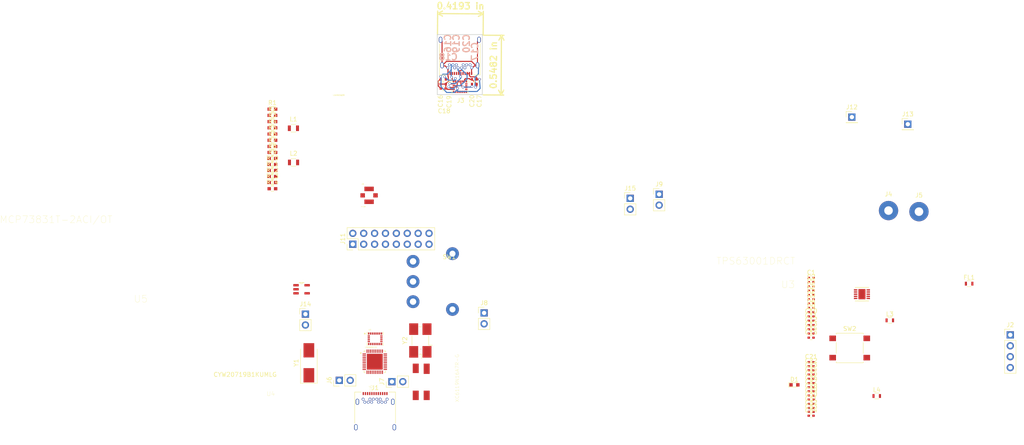
<source format=kicad_pcb>
(kicad_pcb (version 4) (host pcbnew 4.0.7)

  (general
    (links 220)
    (no_connects 189)
    (area 65.924999 45.924999 76.575001 60.075001)
    (thickness 1.6)
    (drawings 11)
    (tracks 139)
    (zones 0)
    (modules 79)
    (nets 97)
  )

  (page A4)
  (layers
    (0 F.Cu signal)
    (31 B.Cu signal)
    (32 B.Adhes user)
    (33 F.Adhes user)
    (34 B.Paste user)
    (35 F.Paste user)
    (36 B.SilkS user)
    (37 F.SilkS user)
    (38 B.Mask user)
    (39 F.Mask user)
    (40 Dwgs.User user)
    (41 Cmts.User user)
    (42 Eco1.User user)
    (43 Eco2.User user)
    (44 Edge.Cuts user)
    (45 Margin user)
    (46 B.CrtYd user)
    (47 F.CrtYd user)
    (48 B.Fab user)
    (49 F.Fab user)
  )

  (setup
    (last_trace_width 0.25)
    (trace_clearance 0.15)
    (zone_clearance 0.508)
    (zone_45_only no)
    (trace_min 0.2)
    (segment_width 0.2)
    (edge_width 0.15)
    (via_size 0.6)
    (via_drill 0.4)
    (via_min_size 0.4)
    (via_min_drill 0.3)
    (uvia_size 0.3)
    (uvia_drill 0.1)
    (uvias_allowed no)
    (uvia_min_size 0.2)
    (uvia_min_drill 0.1)
    (pcb_text_width 0.3)
    (pcb_text_size 1.5 1.5)
    (mod_edge_width 0.15)
    (mod_text_size 1 1)
    (mod_text_width 0.15)
    (pad_size 1.524 1.524)
    (pad_drill 0.762)
    (pad_to_mask_clearance 0.2)
    (aux_axis_origin 0 0)
    (visible_elements 7FFFFFFF)
    (pcbplotparams
      (layerselection 0x00030_80000001)
      (usegerberextensions false)
      (excludeedgelayer true)
      (linewidth 0.100000)
      (plotframeref false)
      (viasonmask false)
      (mode 1)
      (useauxorigin false)
      (hpglpennumber 1)
      (hpglpenspeed 20)
      (hpglpendiameter 15)
      (hpglpenoverlay 2)
      (psnegative false)
      (psa4output false)
      (plotreference true)
      (plotvalue true)
      (plotinvisibletext false)
      (padsonsilk false)
      (subtractmaskfromsilk false)
      (outputformat 1)
      (mirror false)
      (drillshape 1)
      (scaleselection 1)
      (outputdirectory ""))
  )

  (net 0 "")
  (net 1 "Net-(U1-Pad5)")
  (net 2 "Net-(U1-Pad6)")
  (net 3 "Net-(U1-Pad7)")
  (net 4 "Net-(U1-Pad8)")
  (net 5 "Net-(U1-Pad9)")
  (net 6 "Net-(U1-Pad10)")
  (net 7 "Net-(U2-Pad6)")
  (net 8 "Net-(U2-Pad7)")
  (net 9 "Net-(U2-Pad8)")
  (net 10 "Net-(U2-Pad9)")
  (net 11 "Net-(U2-Pad10)")
  (net 12 "Net-(U2-Pad11)")
  (net 13 "Net-(U2-Pad12)")
  (net 14 "Net-(U2-Pad13)")
  (net 15 BatteryOutBuck)
  (net 16 GND)
  (net 17 "Net-(C2-Pad1)")
  (net 18 3.3v)
  (net 19 "Net-(C6-Pad2)")
  (net 20 "Net-(C7-Pad2)")
  (net 21 "Net-(C8-Pad1)")
  (net 22 "Net-(C9-Pad2)")
  (net 23 ChgVDD)
  (net 24 BatteryOutChg)
  (net 25 USBGND)
  (net 26 USBVCC)
  (net 27 "Net-(C19-Pad2)")
  (net 28 "Net-(C20-Pad2)")
  (net 29 "Net-(C21-Pad1)")
  (net 30 "Net-(C21-Pad2)")
  (net 31 VBAT)
  (net 32 "Net-(C23-Pad1)")
  (net 33 "Net-(C24-Pad1)")
  (net 34 "Net-(C25-Pad1)")
  (net 35 PAVDD)
  (net 36 "Net-(C27-Pad2)")
  (net 37 1P2VRF)
  (net 38 CBUCK_OUT)
  (net 39 "Net-(C31-Pad2)")
  (net 40 "Net-(C33-Pad2)")
  (net 41 "Net-(C34-Pad2)")
  (net 42 "Net-(D1-Pad2)")
  (net 43 "Net-(D1-Pad1)")
  (net 44 "Net-(J1-PadA5)")
  (net 45 SCLK)
  (net 46 SDA)
  (net 47 "Net-(J1-PadA10)")
  (net 48 "Net-(J1-PadA8)")
  (net 49 "Net-(J1-PadA11)")
  (net 50 "Net-(J1-PadB5)")
  (net 51 "Net-(J1-PadB8)")
  (net 52 "Net-(J1-PadB10)")
  (net 53 "Net-(J1-PadB11)")
  (net 54 "Net-(J3-PadA4)")
  (net 55 "Net-(J3-PadA5)")
  (net 56 SCLK-USB)
  (net 57 SDA-USB)
  (net 58 "Net-(J3-PadA10)")
  (net 59 "Net-(J3-PadA9)")
  (net 60 "Net-(J3-PadA8)")
  (net 61 "Net-(J3-PadA11)")
  (net 62 "Net-(J3-PadB4)")
  (net 63 "Net-(J3-PadB9)")
  (net 64 "Net-(J3-PadB5)")
  (net 65 "Net-(J3-PadB8)")
  (net 66 "Net-(J3-PadB10)")
  (net 67 "Net-(J3-PadB11)")
  (net 68 "Net-(L1-Pad1)")
  (net 69 "Net-(L1-Pad2)")
  (net 70 "Net-(L2-Pad2)")
  (net 71 "Net-(R5-Pad1)")
  (net 72 Sensor1)
  (net 73 Sensor2)
  (net 74 Sensor3)
  (net 75 Sensor4)
  (net 76 PSensor1)
  (net 77 "Net-(J5-Pad1)")
  (net 78 "Net-(J11-Pad3)")
  (net 79 "Net-(J11-Pad4)")
  (net 80 "Net-(J11-Pad5)")
  (net 81 "Net-(J11-Pad6)")
  (net 82 "Net-(J11-Pad7)")
  (net 83 "Net-(J11-Pad15)")
  (net 84 PSensor2)
  (net 85 "Net-(J11-Pad11)")
  (net 86 "Net-(J11-Pad14)")
  (net 87 RST_N)
  (net 88 "Net-(J12-Pad1)")
  (net 89 "Net-(J13-Pad1)")
  (net 90 "Net-(J2-Pad4)")
  (net 91 "Net-(J2-Pad3)")
  (net 92 "Net-(J2-Pad2)")
  (net 93 "Net-(J2-Pad1)")
  (net 94 "Net-(U1-Pad11)")
  (net 95 "Net-(U1-Pad12)")
  (net 96 "Net-(U1-Pad13)")

  (net_class Default "This is the default net class."
    (clearance 0.15)
    (trace_width 0.25)
    (via_dia 0.6)
    (via_drill 0.4)
    (uvia_dia 0.3)
    (uvia_drill 0.1)
    (add_net 1P2VRF)
    (add_net 3.3v)
    (add_net BatteryOutBuck)
    (add_net BatteryOutChg)
    (add_net CBUCK_OUT)
    (add_net ChgVDD)
    (add_net GND)
    (add_net "Net-(C19-Pad2)")
    (add_net "Net-(C2-Pad1)")
    (add_net "Net-(C20-Pad2)")
    (add_net "Net-(C21-Pad1)")
    (add_net "Net-(C21-Pad2)")
    (add_net "Net-(C23-Pad1)")
    (add_net "Net-(C24-Pad1)")
    (add_net "Net-(C25-Pad1)")
    (add_net "Net-(C27-Pad2)")
    (add_net "Net-(C31-Pad2)")
    (add_net "Net-(C33-Pad2)")
    (add_net "Net-(C34-Pad2)")
    (add_net "Net-(C6-Pad2)")
    (add_net "Net-(C7-Pad2)")
    (add_net "Net-(C8-Pad1)")
    (add_net "Net-(C9-Pad2)")
    (add_net "Net-(D1-Pad1)")
    (add_net "Net-(D1-Pad2)")
    (add_net "Net-(J1-PadA10)")
    (add_net "Net-(J1-PadA11)")
    (add_net "Net-(J1-PadA5)")
    (add_net "Net-(J1-PadA8)")
    (add_net "Net-(J1-PadB10)")
    (add_net "Net-(J1-PadB11)")
    (add_net "Net-(J1-PadB5)")
    (add_net "Net-(J1-PadB8)")
    (add_net "Net-(J11-Pad11)")
    (add_net "Net-(J11-Pad14)")
    (add_net "Net-(J11-Pad15)")
    (add_net "Net-(J11-Pad3)")
    (add_net "Net-(J11-Pad4)")
    (add_net "Net-(J11-Pad5)")
    (add_net "Net-(J11-Pad6)")
    (add_net "Net-(J11-Pad7)")
    (add_net "Net-(J12-Pad1)")
    (add_net "Net-(J13-Pad1)")
    (add_net "Net-(J2-Pad1)")
    (add_net "Net-(J2-Pad2)")
    (add_net "Net-(J2-Pad3)")
    (add_net "Net-(J2-Pad4)")
    (add_net "Net-(J3-PadA10)")
    (add_net "Net-(J3-PadA11)")
    (add_net "Net-(J3-PadA4)")
    (add_net "Net-(J3-PadA5)")
    (add_net "Net-(J3-PadA8)")
    (add_net "Net-(J3-PadA9)")
    (add_net "Net-(J3-PadB10)")
    (add_net "Net-(J3-PadB11)")
    (add_net "Net-(J3-PadB4)")
    (add_net "Net-(J3-PadB5)")
    (add_net "Net-(J3-PadB8)")
    (add_net "Net-(J3-PadB9)")
    (add_net "Net-(J5-Pad1)")
    (add_net "Net-(L1-Pad1)")
    (add_net "Net-(L1-Pad2)")
    (add_net "Net-(L2-Pad2)")
    (add_net "Net-(R5-Pad1)")
    (add_net "Net-(U1-Pad10)")
    (add_net "Net-(U1-Pad11)")
    (add_net "Net-(U1-Pad12)")
    (add_net "Net-(U1-Pad13)")
    (add_net "Net-(U1-Pad5)")
    (add_net "Net-(U1-Pad6)")
    (add_net "Net-(U1-Pad7)")
    (add_net "Net-(U1-Pad8)")
    (add_net "Net-(U1-Pad9)")
    (add_net "Net-(U2-Pad10)")
    (add_net "Net-(U2-Pad11)")
    (add_net "Net-(U2-Pad12)")
    (add_net "Net-(U2-Pad13)")
    (add_net "Net-(U2-Pad6)")
    (add_net "Net-(U2-Pad7)")
    (add_net "Net-(U2-Pad8)")
    (add_net "Net-(U2-Pad9)")
    (add_net PAVDD)
    (add_net PSensor1)
    (add_net PSensor2)
    (add_net RST_N)
    (add_net SCLK)
    (add_net SCLK-USB)
    (add_net SDA)
    (add_net SDA-USB)
    (add_net Sensor1)
    (add_net Sensor2)
    (add_net Sensor3)
    (add_net Sensor4)
    (add_net USBGND)
    (add_net USBVCC)
    (add_net VBAT)
  )

  (module PQFN43P300X350X102-24N (layer F.Cu) (tedit 5BE904B9) (tstamp 5BE9021D)
    (at 71.3 58.15)
    (path /5BE8FF9A)
    (attr smd)
    (fp_text reference U2 (at -27.5 2) (layer F.SilkS)
      (effects (font (size 0.320516 0.320516) (thickness 0.05)))
    )
    (fp_text value LSM9DS1TR (at -28.25 2) (layer F.SilkS)
      (effects (font (size 0.320256 0.320256) (thickness 0.05)))
    )
    (fp_line (start -1.83 1.58) (end -1.83 -1.58) (layer Dwgs.User) (width 0.127))
    (fp_line (start -1.83 -1.58) (end 1.83 -1.58) (layer Dwgs.User) (width 0.127))
    (fp_line (start 1.83 -1.58) (end 1.83 1.58) (layer Dwgs.User) (width 0.127))
    (fp_line (start 1.83 1.58) (end -1.83 1.58) (layer Dwgs.User) (width 0.127))
    (fp_line (start -1.99 1.74) (end -1.99 -1.74) (layer Eco1.User) (width 0.05))
    (fp_line (start -1.99 -1.74) (end 1.99 -1.74) (layer Eco1.User) (width 0.05))
    (fp_line (start 1.99 -1.74) (end 1.99 1.74) (layer Eco1.User) (width 0.05))
    (fp_line (start 1.99 1.74) (end -1.99 1.74) (layer Eco1.User) (width 0.05))
    (fp_circle (center -2.4 -1.2) (end -2.3 -1.2) (layer F.SilkS) (width 0.2))
    (fp_circle (center -2.4 -1.2) (end -2.3 -1.2) (layer Dwgs.User) (width 0.2))
    (fp_line (start -1.86 -1.58) (end -1.86 -0.94) (layer F.SilkS) (width 0.127))
    (fp_line (start 1.86 -1.58) (end 1.86 -0.94) (layer F.SilkS) (width 0.127))
    (fp_line (start -1.86 1.58) (end -1.86 0.94) (layer F.SilkS) (width 0.127))
    (fp_line (start 1.86 1.58) (end 1.86 0.94) (layer F.SilkS) (width 0.127))
    (pad 1 smd rect (at -1.505 -1.22 90) (size 0.53 0.28) (layers F.Cu F.Paste F.Mask)
      (net 26 USBVCC))
    (pad 2 smd rect (at -1.47 -0.645 180) (size 0.53 0.28) (layers F.Cu F.Paste F.Mask)
      (net 56 SCLK-USB))
    (pad 3 smd rect (at -1.47 -0.215 180) (size 0.53 0.28) (layers F.Cu F.Paste F.Mask)
      (net 26 USBVCC))
    (pad 4 smd rect (at -1.47 0.215 180) (size 0.53 0.28) (layers F.Cu F.Paste F.Mask)
      (net 57 SDA-USB))
    (pad 5 smd rect (at -1.47 0.645 180) (size 0.53 0.28) (layers F.Cu F.Paste F.Mask)
      (net 25 USBGND))
    (pad 6 smd rect (at -1.505 1.22 270) (size 0.53 0.28) (layers F.Cu F.Paste F.Mask)
      (net 7 "Net-(U2-Pad6)"))
    (pad 7 smd rect (at -1.075 1.22 270) (size 0.53 0.28) (layers F.Cu F.Paste F.Mask)
      (net 8 "Net-(U2-Pad7)"))
    (pad 8 smd rect (at -0.645 1.22 270) (size 0.53 0.28) (layers F.Cu F.Paste F.Mask)
      (net 9 "Net-(U2-Pad8)"))
    (pad 9 smd rect (at -0.215 1.22 270) (size 0.53 0.28) (layers F.Cu F.Paste F.Mask)
      (net 10 "Net-(U2-Pad9)"))
    (pad 10 smd rect (at 0.215 1.22 270) (size 0.53 0.28) (layers F.Cu F.Paste F.Mask)
      (net 11 "Net-(U2-Pad10)"))
    (pad 11 smd rect (at 0.645 1.22 270) (size 0.53 0.28) (layers F.Cu F.Paste F.Mask)
      (net 12 "Net-(U2-Pad11)"))
    (pad 12 smd rect (at 1.075 1.22 270) (size 0.53 0.28) (layers F.Cu F.Paste F.Mask)
      (net 13 "Net-(U2-Pad12)"))
    (pad 13 smd rect (at 1.505 1.22 270) (size 0.53 0.28) (layers F.Cu F.Paste F.Mask)
      (net 14 "Net-(U2-Pad13)"))
    (pad 14 smd rect (at 1.47 0.645) (size 0.53 0.28) (layers F.Cu F.Paste F.Mask))
    (pad 15 smd rect (at 1.47 0.215) (size 0.53 0.28) (layers F.Cu F.Paste F.Mask))
    (pad 16 smd rect (at 1.47 -0.215) (size 0.53 0.28) (layers F.Cu F.Paste F.Mask))
    (pad 17 smd rect (at 1.47 -0.645) (size 0.53 0.28) (layers F.Cu F.Paste F.Mask))
    (pad 18 smd rect (at 1.505 -1.22 90) (size 0.53 0.28) (layers F.Cu F.Paste F.Mask))
    (pad 19 smd rect (at 1.075 -1.22 90) (size 0.53 0.28) (layers F.Cu F.Paste F.Mask)
      (net 25 USBGND))
    (pad 20 smd rect (at 0.645 -1.22 90) (size 0.53 0.28) (layers F.Cu F.Paste F.Mask)
      (net 25 USBGND))
    (pad 21 smd rect (at 0.215 -1.22 90) (size 0.53 0.28) (layers F.Cu F.Paste F.Mask)
      (net 28 "Net-(C20-Pad2)"))
    (pad 22 smd rect (at -0.215 -1.22 90) (size 0.53 0.28) (layers F.Cu F.Paste F.Mask)
      (net 26 USBVCC))
    (pad 23 smd rect (at -0.645 -1.22 90) (size 0.53 0.28) (layers F.Cu F.Paste F.Mask)
      (net 26 USBVCC))
    (pad 24 smd rect (at -1.075 -1.22 90) (size 0.53 0.28) (layers F.Cu F.Paste F.Mask)
      (net 27 "Net-(C19-Pad2)"))
  )

  (module SON50P300X300X100-11N (layer F.Cu) (tedit 5BE902F2) (tstamp 5BE9022C)
    (at 165.05 106.55)
    (path /5BE901F4)
    (attr smd)
    (fp_text reference U3 (at -17.25 -2.25) (layer F.SilkS)
      (effects (font (size 1.64183 1.64183) (thickness 0.05)))
    )
    (fp_text value TPS63001DRCT (at -24.75 -7.75 180) (layer F.SilkS)
      (effects (font (size 1.64215 1.64215) (thickness 0.05)))
    )
    (fp_line (start -1.5748 1.5748) (end 1.5748 1.5748) (layer F.SilkS) (width 0.1524))
    (fp_line (start 1.5748 -1.5748) (end -1.5748 -1.5748) (layer F.SilkS) (width 0.1524))
    (fp_line (start -1.5748 1.5748) (end 1.5748 1.5748) (layer Dwgs.User) (width 0))
    (fp_line (start 1.5748 1.5748) (end 1.5748 -1.5748) (layer Dwgs.User) (width 0))
    (fp_line (start 1.5748 -1.5748) (end 0.3048 -1.5748) (layer Dwgs.User) (width 0))
    (fp_line (start 0.3048 -1.5748) (end -0.3048 -1.5748) (layer Dwgs.User) (width 0))
    (fp_line (start -0.3048 -1.5748) (end -1.5748 -1.5748) (layer Dwgs.User) (width 0))
    (fp_line (start -1.5748 -1.5748) (end -1.5748 1.5748) (layer Dwgs.User) (width 0))
    (fp_arc (start 0 -1.5748) (end -0.3048 -1.5748) (angle -180) (layer Dwgs.User) (width 0))
    (pad 1 smd rect (at -1.4732 -0.9906) (size 0.8128 0.3048) (layers F.Cu F.Paste F.Mask)
      (net 18 3.3v))
    (pad 2 smd rect (at -1.4732 -0.508) (size 0.8128 0.3048) (layers F.Cu F.Paste F.Mask)
      (net 69 "Net-(L1-Pad2)"))
    (pad 3 smd rect (at -1.4732 0) (size 0.8128 0.3048) (layers F.Cu F.Paste F.Mask)
      (net 16 GND))
    (pad 4 smd rect (at -1.4732 0.508) (size 0.8128 0.3048) (layers F.Cu F.Paste F.Mask)
      (net 68 "Net-(L1-Pad1)"))
    (pad 5 smd rect (at -1.4732 0.9906) (size 0.8128 0.3048) (layers F.Cu F.Paste F.Mask)
      (net 15 BatteryOutBuck))
    (pad 6 smd rect (at 1.4732 0.9906) (size 0.8128 0.3048) (layers F.Cu F.Paste F.Mask)
      (net 17 "Net-(C2-Pad1)"))
    (pad 7 smd rect (at 1.4732 0.508) (size 0.8128 0.3048) (layers F.Cu F.Paste F.Mask)
      (net 17 "Net-(C2-Pad1)"))
    (pad 8 smd rect (at 1.4732 0) (size 0.8128 0.3048) (layers F.Cu F.Paste F.Mask)
      (net 17 "Net-(C2-Pad1)"))
    (pad 9 smd rect (at 1.4732 -0.508) (size 0.8128 0.3048) (layers F.Cu F.Paste F.Mask)
      (net 16 GND))
    (pad 10 smd rect (at 1.4732 -0.9906) (size 0.8128 0.3048) (layers F.Cu F.Paste F.Mask)
      (net 18 3.3v))
    (pad 11 smd rect (at 0 0) (size 1.651 2.3876) (layers F.Cu F.Paste F.Mask)
      (net 16 GND))
  )

  (module QFN40P500X500X60-41N (layer F.Cu) (tedit 5BE902F6) (tstamp 5BE90259)
    (at 51.425 122.3)
    (path /5BE8FF2C)
    (attr smd)
    (fp_text reference U4 (at -24.25 7.5) (layer F.SilkS)
      (effects (font (size 1.00086 1.00086) (thickness 0.05)))
    )
    (fp_text value CYW20719B1KUMLG (at -30.25 3) (layer F.SilkS)
      (effects (font (size 1 1) (thickness 0.15)))
    )
    (fp_poly (pts (xy 0.180038 -1.49) (xy 1.49 -1.49) (xy 1.49 -0.180038) (xy 0.180038 -0.180038)) (layer F.Paste) (width 0))
    (fp_poly (pts (xy -1.49079 -1.49) (xy -0.18 -1.49) (xy -0.18 -0.180095) (xy -1.49079 -0.180095)) (layer F.Paste) (width 0))
    (fp_poly (pts (xy -1.49005 0.18) (xy -0.18 0.18) (xy -0.18 1.49005) (xy -1.49005 1.49005)) (layer F.Paste) (width 0))
    (fp_poly (pts (xy 0.18023 0.18) (xy 1.49 0.18) (xy 1.49 1.49191) (xy 0.18023 1.49191)) (layer F.Paste) (width 0))
    (fp_circle (center -3.27 -2.02) (end -3.17 -2.02) (layer F.SilkS) (width 0.2))
    (fp_circle (center -2 -2.02) (end -1.9 -2.02) (layer Dwgs.User) (width 0.2))
    (fp_line (start 2.5 2.5) (end -2.5 2.5) (layer Dwgs.User) (width 0.127))
    (fp_line (start 2.5 -2.5) (end -2.5 -2.5) (layer Dwgs.User) (width 0.127))
    (fp_line (start 2.5 2.5) (end 2.5 -2.5) (layer Dwgs.User) (width 0.127))
    (fp_line (start -2.5 2.5) (end -2.5 -2.5) (layer Dwgs.User) (width 0.127))
    (fp_line (start 2.5 2.5) (end 2.15 2.5) (layer F.SilkS) (width 0.127))
    (fp_line (start 2.5 -2.5) (end 2.15 -2.5) (layer F.SilkS) (width 0.127))
    (fp_line (start -2.5 2.5) (end -2.15 2.5) (layer F.SilkS) (width 0.127))
    (fp_line (start -2.5 -2.5) (end -2.15 -2.5) (layer F.SilkS) (width 0.127))
    (fp_line (start 2.5 2.5) (end 2.5 2.15) (layer F.SilkS) (width 0.127))
    (fp_line (start 2.5 -2.5) (end 2.5 -2.15) (layer F.SilkS) (width 0.127))
    (fp_line (start -2.5 2.5) (end -2.5 2.15) (layer F.SilkS) (width 0.127))
    (fp_line (start -2.5 -2.5) (end -2.5 -2.15) (layer F.SilkS) (width 0.127))
    (fp_line (start -3.11 3.11) (end 3.11 3.11) (layer Eco1.User) (width 0.05))
    (fp_line (start -3.11 -3.11) (end 3.11 -3.11) (layer Eco1.User) (width 0.05))
    (fp_line (start -3.11 3.11) (end -3.11 -3.11) (layer Eco1.User) (width 0.05))
    (fp_line (start 3.11 3.11) (end 3.11 -3.11) (layer Eco1.User) (width 0.05))
    (pad 11 smd rect (at -1.8 2.455 90) (size 0.81 0.22) (layers F.Cu F.Paste F.Mask)
      (net 16 GND))
    (pad 12 smd rect (at -1.4 2.455 90) (size 0.81 0.22) (layers F.Cu F.Paste F.Mask)
      (net 70 "Net-(L2-Pad2)"))
    (pad 13 smd rect (at -1 2.455 90) (size 0.81 0.22) (layers F.Cu F.Paste F.Mask)
      (net 31 VBAT))
    (pad 14 smd rect (at -0.6 2.455 90) (size 0.81 0.22) (layers F.Cu F.Paste F.Mask)
      (net 37 1P2VRF))
    (pad 15 smd rect (at -0.2 2.455 90) (size 0.81 0.22) (layers F.Cu F.Paste F.Mask)
      (net 38 CBUCK_OUT))
    (pad 16 smd rect (at 0.2 2.455 90) (size 0.81 0.22) (layers F.Cu F.Paste F.Mask)
      (net 38 CBUCK_OUT))
    (pad 17 smd rect (at 0.6 2.455 90) (size 0.81 0.22) (layers F.Cu F.Paste F.Mask)
      (net 35 PAVDD))
    (pad 18 smd rect (at 1 2.455 90) (size 0.81 0.22) (layers F.Cu F.Paste F.Mask)
      (net 33 "Net-(C24-Pad1)"))
    (pad 19 smd rect (at 1.4 2.455 90) (size 0.81 0.22) (layers F.Cu F.Paste F.Mask)
      (net 39 "Net-(C31-Pad2)"))
    (pad 20 smd rect (at 1.8 2.455 90) (size 0.81 0.22) (layers F.Cu F.Paste F.Mask)
      (net 40 "Net-(C33-Pad2)"))
    (pad 31 smd rect (at 1.8 -2.455 90) (size 0.81 0.22) (layers F.Cu F.Paste F.Mask)
      (net 22 "Net-(C9-Pad2)"))
    (pad 32 smd rect (at 1.4 -2.455 90) (size 0.81 0.22) (layers F.Cu F.Paste F.Mask)
      (net 21 "Net-(C8-Pad1)"))
    (pad 33 smd rect (at 1 -2.455 90) (size 0.81 0.22) (layers F.Cu F.Paste F.Mask)
      (net 75 Sensor4))
    (pad 34 smd rect (at 0.6 -2.455 90) (size 0.81 0.22) (layers F.Cu F.Paste F.Mask)
      (net 78 "Net-(J11-Pad3)"))
    (pad 35 smd rect (at 0.2 -2.455 90) (size 0.81 0.22) (layers F.Cu F.Paste F.Mask)
      (net 79 "Net-(J11-Pad4)"))
    (pad 36 smd rect (at -0.2 -2.455 90) (size 0.81 0.22) (layers F.Cu F.Paste F.Mask)
      (net 80 "Net-(J11-Pad5)"))
    (pad 37 smd rect (at -0.6 -2.455 90) (size 0.81 0.22) (layers F.Cu F.Paste F.Mask)
      (net 81 "Net-(J11-Pad6)"))
    (pad 38 smd rect (at -1 -2.455 90) (size 0.81 0.22) (layers F.Cu F.Paste F.Mask)
      (net 76 PSensor1))
    (pad 39 smd rect (at -1.4 -2.455 90) (size 0.81 0.22) (layers F.Cu F.Paste F.Mask)
      (net 18 3.3v))
    (pad 40 smd rect (at -1.8 -2.455 90) (size 0.81 0.22) (layers F.Cu F.Paste F.Mask)
      (net 82 "Net-(J11-Pad7)"))
    (pad 1 smd rect (at -2.455 -1.8) (size 0.81 0.22) (layers F.Cu F.Paste F.Mask)
      (net 74 Sensor3))
    (pad 2 smd rect (at -2.455 -1.4) (size 0.81 0.22) (layers F.Cu F.Paste F.Mask)
      (net 46 SDA))
    (pad 3 smd rect (at -2.455 -1) (size 0.81 0.22) (layers F.Cu F.Paste F.Mask)
      (net 72 Sensor1))
    (pad 4 smd rect (at -2.455 -0.6) (size 0.81 0.22) (layers F.Cu F.Paste F.Mask)
      (net 73 Sensor2))
    (pad 5 smd rect (at -2.455 -0.2) (size 0.81 0.22) (layers F.Cu F.Paste F.Mask)
      (net 83 "Net-(J11-Pad15)"))
    (pad 6 smd rect (at -2.455 0.2) (size 0.81 0.22) (layers F.Cu F.Paste F.Mask)
      (net 84 PSensor2))
    (pad 7 smd rect (at -2.455 0.6) (size 0.81 0.22) (layers F.Cu F.Paste F.Mask)
      (net 85 "Net-(J11-Pad11)"))
    (pad 8 smd rect (at -2.455 1) (size 0.81 0.22) (layers F.Cu F.Paste F.Mask)
      (net 45 SCLK))
    (pad 9 smd rect (at -2.455 1.4) (size 0.81 0.22) (layers F.Cu F.Paste F.Mask)
      (net 86 "Net-(J11-Pad14)"))
    (pad 10 smd rect (at -2.455 1.8) (size 0.81 0.22) (layers F.Cu F.Paste F.Mask)
      (net 87 RST_N))
    (pad 21 smd rect (at 2.455 1.8) (size 0.81 0.22) (layers F.Cu F.Paste F.Mask)
      (net 39 "Net-(C31-Pad2)"))
    (pad 22 smd rect (at 2.455 1.4) (size 0.81 0.22) (layers F.Cu F.Paste F.Mask)
      (net 34 "Net-(C25-Pad1)"))
    (pad 23 smd rect (at 2.455 1) (size 0.81 0.22) (layers F.Cu F.Paste F.Mask)
      (net 32 "Net-(C23-Pad1)"))
    (pad 24 smd rect (at 2.455 0.6) (size 0.81 0.22) (layers F.Cu F.Paste F.Mask)
      (net 88 "Net-(J12-Pad1)"))
    (pad 25 smd rect (at 2.455 0.2) (size 0.81 0.22) (layers F.Cu F.Paste F.Mask)
      (net 18 3.3v))
    (pad 26 smd rect (at 2.455 -0.2) (size 0.81 0.22) (layers F.Cu F.Paste F.Mask)
      (net 89 "Net-(J13-Pad1)"))
    (pad 27 smd rect (at 2.455 -0.6) (size 0.81 0.22) (layers F.Cu F.Paste F.Mask)
      (net 90 "Net-(J2-Pad4)"))
    (pad 28 smd rect (at 2.455 -1) (size 0.81 0.22) (layers F.Cu F.Paste F.Mask)
      (net 91 "Net-(J2-Pad3)"))
    (pad 29 smd rect (at 2.455 -1.4) (size 0.81 0.22) (layers F.Cu F.Paste F.Mask)
      (net 92 "Net-(J2-Pad2)"))
    (pad 30 smd rect (at 2.455 -1.8) (size 0.81 0.22) (layers F.Cu F.Paste F.Mask)
      (net 93 "Net-(J2-Pad1)"))
    (pad 41 smd rect (at 0 0) (size 3.7 3.7) (layers F.Cu F.Paste F.Mask)
      (net 16 GND))
  )

  (module MCP73831T-2ACI_OT:SOT95P280X145-5N (layer F.Cu) (tedit 5BE904BA) (tstamp 5BE905F6)
    (at 34.35 105.4)
    (path /5BE90546)
    (attr smd)
    (fp_text reference U5 (at -37.5 2.25) (layer F.SilkS)
      (effects (font (size 1.64087 1.64087) (thickness 0.05)))
    )
    (fp_text value MCP73831T-2ACI/OT (at -57.25 -16.25) (layer F.SilkS)
      (effects (font (size 1.64226 1.64226) (thickness 0.05)))
    )
    (fp_line (start 0.6096 -1.5494) (end 0.3048 -1.5494) (layer F.SilkS) (width 0.1524))
    (fp_line (start 0.3048 -1.5494) (end -0.3048 -1.5494) (layer F.SilkS) (width 0.1524))
    (fp_line (start -0.3048 -1.5494) (end -0.6096 -1.5494) (layer F.SilkS) (width 0.1524))
    (fp_arc (start 0 -1.5494) (end -0.3048 -1.5494) (angle -180) (layer F.SilkS) (width 0))
    (fp_line (start -0.8636 1.5494) (end 0.8636 1.5494) (layer Dwgs.User) (width 0.1524))
    (fp_line (start 0.8636 1.5494) (end 0.8636 1.1938) (layer Dwgs.User) (width 0.1524))
    (fp_line (start 0.8636 1.1938) (end 0.8636 0.7112) (layer Dwgs.User) (width 0.1524))
    (fp_line (start 0.8636 0.7112) (end 0.8636 -0.7112) (layer Dwgs.User) (width 0.1524))
    (fp_line (start 0.8636 -1.5494) (end 0.3048 -1.5494) (layer Dwgs.User) (width 0.1524))
    (fp_line (start 0.3048 -1.5494) (end -0.3048 -1.5494) (layer Dwgs.User) (width 0.1524))
    (fp_line (start -0.3048 -1.5494) (end -0.8636 -1.5494) (layer Dwgs.User) (width 0.1524))
    (fp_line (start -0.8636 -1.5494) (end -0.8636 -1.1938) (layer Dwgs.User) (width 0.1524))
    (fp_line (start -0.8636 -1.1938) (end -0.8636 -0.7112) (layer Dwgs.User) (width 0.1524))
    (fp_line (start -0.8636 -0.7112) (end -0.8636 -0.254) (layer Dwgs.User) (width 0.1524))
    (fp_line (start -0.8636 -0.254) (end -0.8636 0.254) (layer Dwgs.User) (width 0.1524))
    (fp_line (start -0.8636 0.254) (end -0.8636 0.7112) (layer Dwgs.User) (width 0.1524))
    (fp_line (start -0.8636 -1.1938) (end -1.4986 -1.1938) (layer Dwgs.User) (width 0.1524))
    (fp_line (start -1.4986 -1.1938) (end -1.4986 -0.7112) (layer Dwgs.User) (width 0.1524))
    (fp_line (start -1.4986 -0.7112) (end -0.8636 -0.7112) (layer Dwgs.User) (width 0.1524))
    (fp_line (start -0.8636 -0.254) (end -1.4986 -0.254) (layer Dwgs.User) (width 0.1524))
    (fp_line (start -1.4986 -0.254) (end -1.4986 0.254) (layer Dwgs.User) (width 0.1524))
    (fp_line (start -1.4986 0.254) (end -0.8636 0.254) (layer Dwgs.User) (width 0.1524))
    (fp_line (start -0.8636 1.5494) (end -0.8636 1.1938) (layer Dwgs.User) (width 0.1524))
    (fp_line (start -0.8636 1.1938) (end -0.8636 0.7112) (layer Dwgs.User) (width 0.1524))
    (fp_line (start -0.8636 0.7112) (end -1.4986 0.7112) (layer Dwgs.User) (width 0.1524))
    (fp_line (start -1.4986 0.7112) (end -1.4986 1.1938) (layer Dwgs.User) (width 0.1524))
    (fp_line (start -1.4986 1.1938) (end -0.8636 1.1938) (layer Dwgs.User) (width 0.1524))
    (fp_line (start 0.8636 1.1938) (end 1.4986 1.1938) (layer Dwgs.User) (width 0.1524))
    (fp_line (start 1.4986 1.1938) (end 1.4986 0.7112) (layer Dwgs.User) (width 0.1524))
    (fp_line (start 1.4986 0.7112) (end 0.8636 0.7112) (layer Dwgs.User) (width 0.1524))
    (fp_line (start 0.8636 -1.5494) (end 0.8636 -1.1938) (layer Dwgs.User) (width 0.1524))
    (fp_line (start 0.8636 -1.1938) (end 0.8636 -0.7112) (layer Dwgs.User) (width 0.1524))
    (fp_line (start 0.8636 -0.7112) (end 1.4986 -0.7112) (layer Dwgs.User) (width 0.1524))
    (fp_line (start 1.4986 -0.7112) (end 1.4986 -1.1938) (layer Dwgs.User) (width 0.1524))
    (fp_line (start 1.4986 -1.1938) (end 0.8636 -1.1938) (layer Dwgs.User) (width 0.1524))
    (fp_arc (start 0 -1.5494) (end -0.3048 -1.5494) (angle -180) (layer Dwgs.User) (width 0))
    (pad 1 smd rect (at -1.2954 -0.9398) (size 1.27 0.5588) (layers F.Cu F.Paste F.Mask)
      (net 43 "Net-(D1-Pad1)"))
    (pad 2 smd rect (at -1.2954 0) (size 1.27 0.5588) (layers F.Cu F.Paste F.Mask)
      (net 16 GND))
    (pad 3 smd rect (at -1.2954 0.9398) (size 1.27 0.5588) (layers F.Cu F.Paste F.Mask)
      (net 24 BatteryOutChg))
    (pad 4 smd rect (at 1.2954 0.9398) (size 1.27 0.5588) (layers F.Cu F.Paste F.Mask)
      (net 23 ChgVDD))
    (pad 5 smd rect (at 1.2954 -0.9398) (size 1.27 0.5588) (layers F.Cu F.Paste F.Mask)
      (net 71 "Net-(R5-Pad1)"))
  )

  (module Capacitors_SMD:C_0402 (layer F.Cu) (tedit 58AA841A) (tstamp 5C462E08)
    (at 153.2 102.75)
    (descr "Capacitor SMD 0402, reflow soldering, AVX (see smccp.pdf)")
    (tags "capacitor 0402")
    (path /5C43BC36)
    (attr smd)
    (fp_text reference C1 (at 0 -1.27) (layer F.SilkS)
      (effects (font (size 1 1) (thickness 0.15)))
    )
    (fp_text value C (at 0 1.27) (layer F.Fab)
      (effects (font (size 1 1) (thickness 0.15)))
    )
    (fp_text user %R (at 0 -1.27) (layer F.Fab)
      (effects (font (size 1 1) (thickness 0.15)))
    )
    (fp_line (start -0.5 0.25) (end -0.5 -0.25) (layer F.Fab) (width 0.1))
    (fp_line (start 0.5 0.25) (end -0.5 0.25) (layer F.Fab) (width 0.1))
    (fp_line (start 0.5 -0.25) (end 0.5 0.25) (layer F.Fab) (width 0.1))
    (fp_line (start -0.5 -0.25) (end 0.5 -0.25) (layer F.Fab) (width 0.1))
    (fp_line (start 0.25 -0.47) (end -0.25 -0.47) (layer F.SilkS) (width 0.12))
    (fp_line (start -0.25 0.47) (end 0.25 0.47) (layer F.SilkS) (width 0.12))
    (fp_line (start -1 -0.4) (end 1 -0.4) (layer F.CrtYd) (width 0.05))
    (fp_line (start -1 -0.4) (end -1 0.4) (layer F.CrtYd) (width 0.05))
    (fp_line (start 1 0.4) (end 1 -0.4) (layer F.CrtYd) (width 0.05))
    (fp_line (start 1 0.4) (end -1 0.4) (layer F.CrtYd) (width 0.05))
    (pad 1 smd rect (at -0.55 0) (size 0.6 0.5) (layers F.Cu F.Paste F.Mask)
      (net 15 BatteryOutBuck))
    (pad 2 smd rect (at 0.55 0) (size 0.6 0.5) (layers F.Cu F.Paste F.Mask)
      (net 16 GND))
    (model Capacitors_SMD.3dshapes/C_0402.wrl
      (at (xyz 0 0 0))
      (scale (xyz 1 1 1))
      (rotate (xyz 0 0 0))
    )
  )

  (module Capacitors_SMD:C_0402 (layer F.Cu) (tedit 58AA841A) (tstamp 5C462E0E)
    (at 153.2 103.75)
    (descr "Capacitor SMD 0402, reflow soldering, AVX (see smccp.pdf)")
    (tags "capacitor 0402")
    (path /5C43BBBD)
    (attr smd)
    (fp_text reference C2 (at 0 -1.27) (layer F.SilkS)
      (effects (font (size 1 1) (thickness 0.15)))
    )
    (fp_text value C (at 0 1.27) (layer F.Fab)
      (effects (font (size 1 1) (thickness 0.15)))
    )
    (fp_text user %R (at 0 -1.27) (layer F.Fab)
      (effects (font (size 1 1) (thickness 0.15)))
    )
    (fp_line (start -0.5 0.25) (end -0.5 -0.25) (layer F.Fab) (width 0.1))
    (fp_line (start 0.5 0.25) (end -0.5 0.25) (layer F.Fab) (width 0.1))
    (fp_line (start 0.5 -0.25) (end 0.5 0.25) (layer F.Fab) (width 0.1))
    (fp_line (start -0.5 -0.25) (end 0.5 -0.25) (layer F.Fab) (width 0.1))
    (fp_line (start 0.25 -0.47) (end -0.25 -0.47) (layer F.SilkS) (width 0.12))
    (fp_line (start -0.25 0.47) (end 0.25 0.47) (layer F.SilkS) (width 0.12))
    (fp_line (start -1 -0.4) (end 1 -0.4) (layer F.CrtYd) (width 0.05))
    (fp_line (start -1 -0.4) (end -1 0.4) (layer F.CrtYd) (width 0.05))
    (fp_line (start 1 0.4) (end 1 -0.4) (layer F.CrtYd) (width 0.05))
    (fp_line (start 1 0.4) (end -1 0.4) (layer F.CrtYd) (width 0.05))
    (pad 1 smd rect (at -0.55 0) (size 0.6 0.5) (layers F.Cu F.Paste F.Mask)
      (net 17 "Net-(C2-Pad1)"))
    (pad 2 smd rect (at 0.55 0) (size 0.6 0.5) (layers F.Cu F.Paste F.Mask)
      (net 16 GND))
    (model Capacitors_SMD.3dshapes/C_0402.wrl
      (at (xyz 0 0 0))
      (scale (xyz 1 1 1))
      (rotate (xyz 0 0 0))
    )
  )

  (module Capacitors_SMD:C_0402 (layer F.Cu) (tedit 58AA841A) (tstamp 5C462E14)
    (at 153.2 104.75)
    (descr "Capacitor SMD 0402, reflow soldering, AVX (see smccp.pdf)")
    (tags "capacitor 0402")
    (path /5C443349)
    (attr smd)
    (fp_text reference C3 (at 0 -1.27) (layer F.SilkS)
      (effects (font (size 1 1) (thickness 0.15)))
    )
    (fp_text value C (at 0 1.27) (layer F.Fab)
      (effects (font (size 1 1) (thickness 0.15)))
    )
    (fp_text user %R (at 0 -1.27) (layer F.Fab)
      (effects (font (size 1 1) (thickness 0.15)))
    )
    (fp_line (start -0.5 0.25) (end -0.5 -0.25) (layer F.Fab) (width 0.1))
    (fp_line (start 0.5 0.25) (end -0.5 0.25) (layer F.Fab) (width 0.1))
    (fp_line (start 0.5 -0.25) (end 0.5 0.25) (layer F.Fab) (width 0.1))
    (fp_line (start -0.5 -0.25) (end 0.5 -0.25) (layer F.Fab) (width 0.1))
    (fp_line (start 0.25 -0.47) (end -0.25 -0.47) (layer F.SilkS) (width 0.12))
    (fp_line (start -0.25 0.47) (end 0.25 0.47) (layer F.SilkS) (width 0.12))
    (fp_line (start -1 -0.4) (end 1 -0.4) (layer F.CrtYd) (width 0.05))
    (fp_line (start -1 -0.4) (end -1 0.4) (layer F.CrtYd) (width 0.05))
    (fp_line (start 1 0.4) (end 1 -0.4) (layer F.CrtYd) (width 0.05))
    (fp_line (start 1 0.4) (end -1 0.4) (layer F.CrtYd) (width 0.05))
    (pad 1 smd rect (at -0.55 0) (size 0.6 0.5) (layers F.Cu F.Paste F.Mask)
      (net 16 GND))
    (pad 2 smd rect (at 0.55 0) (size 0.6 0.5) (layers F.Cu F.Paste F.Mask)
      (net 18 3.3v))
    (model Capacitors_SMD.3dshapes/C_0402.wrl
      (at (xyz 0 0 0))
      (scale (xyz 1 1 1))
      (rotate (xyz 0 0 0))
    )
  )

  (module Capacitors_SMD:C_0402 (layer F.Cu) (tedit 58AA841A) (tstamp 5C462E1A)
    (at 153.2 105.75)
    (descr "Capacitor SMD 0402, reflow soldering, AVX (see smccp.pdf)")
    (tags "capacitor 0402")
    (path /5C443326)
    (attr smd)
    (fp_text reference C4 (at 0 -1.27) (layer F.SilkS)
      (effects (font (size 1 1) (thickness 0.15)))
    )
    (fp_text value C (at 0 1.27) (layer F.Fab)
      (effects (font (size 1 1) (thickness 0.15)))
    )
    (fp_text user %R (at 0 -1.27) (layer F.Fab)
      (effects (font (size 1 1) (thickness 0.15)))
    )
    (fp_line (start -0.5 0.25) (end -0.5 -0.25) (layer F.Fab) (width 0.1))
    (fp_line (start 0.5 0.25) (end -0.5 0.25) (layer F.Fab) (width 0.1))
    (fp_line (start 0.5 -0.25) (end 0.5 0.25) (layer F.Fab) (width 0.1))
    (fp_line (start -0.5 -0.25) (end 0.5 -0.25) (layer F.Fab) (width 0.1))
    (fp_line (start 0.25 -0.47) (end -0.25 -0.47) (layer F.SilkS) (width 0.12))
    (fp_line (start -0.25 0.47) (end 0.25 0.47) (layer F.SilkS) (width 0.12))
    (fp_line (start -1 -0.4) (end 1 -0.4) (layer F.CrtYd) (width 0.05))
    (fp_line (start -1 -0.4) (end -1 0.4) (layer F.CrtYd) (width 0.05))
    (fp_line (start 1 0.4) (end 1 -0.4) (layer F.CrtYd) (width 0.05))
    (fp_line (start 1 0.4) (end -1 0.4) (layer F.CrtYd) (width 0.05))
    (pad 1 smd rect (at -0.55 0) (size 0.6 0.5) (layers F.Cu F.Paste F.Mask)
      (net 18 3.3v))
    (pad 2 smd rect (at 0.55 0) (size 0.6 0.5) (layers F.Cu F.Paste F.Mask)
      (net 16 GND))
    (model Capacitors_SMD.3dshapes/C_0402.wrl
      (at (xyz 0 0 0))
      (scale (xyz 1 1 1))
      (rotate (xyz 0 0 0))
    )
  )

  (module Capacitors_SMD:C_0402 (layer F.Cu) (tedit 58AA841A) (tstamp 5C462E20)
    (at 153.2 106.75)
    (descr "Capacitor SMD 0402, reflow soldering, AVX (see smccp.pdf)")
    (tags "capacitor 0402")
    (path /5C44334F)
    (attr smd)
    (fp_text reference C5 (at 0 -1.27) (layer F.SilkS)
      (effects (font (size 1 1) (thickness 0.15)))
    )
    (fp_text value C (at 0 1.27) (layer F.Fab)
      (effects (font (size 1 1) (thickness 0.15)))
    )
    (fp_text user %R (at 0 -1.27) (layer F.Fab)
      (effects (font (size 1 1) (thickness 0.15)))
    )
    (fp_line (start -0.5 0.25) (end -0.5 -0.25) (layer F.Fab) (width 0.1))
    (fp_line (start 0.5 0.25) (end -0.5 0.25) (layer F.Fab) (width 0.1))
    (fp_line (start 0.5 -0.25) (end 0.5 0.25) (layer F.Fab) (width 0.1))
    (fp_line (start -0.5 -0.25) (end 0.5 -0.25) (layer F.Fab) (width 0.1))
    (fp_line (start 0.25 -0.47) (end -0.25 -0.47) (layer F.SilkS) (width 0.12))
    (fp_line (start -0.25 0.47) (end 0.25 0.47) (layer F.SilkS) (width 0.12))
    (fp_line (start -1 -0.4) (end 1 -0.4) (layer F.CrtYd) (width 0.05))
    (fp_line (start -1 -0.4) (end -1 0.4) (layer F.CrtYd) (width 0.05))
    (fp_line (start 1 0.4) (end 1 -0.4) (layer F.CrtYd) (width 0.05))
    (fp_line (start 1 0.4) (end -1 0.4) (layer F.CrtYd) (width 0.05))
    (pad 1 smd rect (at -0.55 0) (size 0.6 0.5) (layers F.Cu F.Paste F.Mask)
      (net 16 GND))
    (pad 2 smd rect (at 0.55 0) (size 0.6 0.5) (layers F.Cu F.Paste F.Mask)
      (net 18 3.3v))
    (model Capacitors_SMD.3dshapes/C_0402.wrl
      (at (xyz 0 0 0))
      (scale (xyz 1 1 1))
      (rotate (xyz 0 0 0))
    )
  )

  (module Capacitors_SMD:C_0402 (layer F.Cu) (tedit 58AA841A) (tstamp 5C462E26)
    (at 153.2 107.75)
    (descr "Capacitor SMD 0402, reflow soldering, AVX (see smccp.pdf)")
    (tags "capacitor 0402")
    (path /5C443333)
    (attr smd)
    (fp_text reference C6 (at 0 -1.27) (layer F.SilkS)
      (effects (font (size 1 1) (thickness 0.15)))
    )
    (fp_text value C (at 0 1.27) (layer F.Fab)
      (effects (font (size 1 1) (thickness 0.15)))
    )
    (fp_text user %R (at 0 -1.27) (layer F.Fab)
      (effects (font (size 1 1) (thickness 0.15)))
    )
    (fp_line (start -0.5 0.25) (end -0.5 -0.25) (layer F.Fab) (width 0.1))
    (fp_line (start 0.5 0.25) (end -0.5 0.25) (layer F.Fab) (width 0.1))
    (fp_line (start 0.5 -0.25) (end 0.5 0.25) (layer F.Fab) (width 0.1))
    (fp_line (start -0.5 -0.25) (end 0.5 -0.25) (layer F.Fab) (width 0.1))
    (fp_line (start 0.25 -0.47) (end -0.25 -0.47) (layer F.SilkS) (width 0.12))
    (fp_line (start -0.25 0.47) (end 0.25 0.47) (layer F.SilkS) (width 0.12))
    (fp_line (start -1 -0.4) (end 1 -0.4) (layer F.CrtYd) (width 0.05))
    (fp_line (start -1 -0.4) (end -1 0.4) (layer F.CrtYd) (width 0.05))
    (fp_line (start 1 0.4) (end 1 -0.4) (layer F.CrtYd) (width 0.05))
    (fp_line (start 1 0.4) (end -1 0.4) (layer F.CrtYd) (width 0.05))
    (pad 1 smd rect (at -0.55 0) (size 0.6 0.5) (layers F.Cu F.Paste F.Mask)
      (net 16 GND))
    (pad 2 smd rect (at 0.55 0) (size 0.6 0.5) (layers F.Cu F.Paste F.Mask)
      (net 19 "Net-(C6-Pad2)"))
    (model Capacitors_SMD.3dshapes/C_0402.wrl
      (at (xyz 0 0 0))
      (scale (xyz 1 1 1))
      (rotate (xyz 0 0 0))
    )
  )

  (module Capacitors_SMD:C_0402 (layer F.Cu) (tedit 58AA841A) (tstamp 5C462E2C)
    (at 153.2 108.75)
    (descr "Capacitor SMD 0402, reflow soldering, AVX (see smccp.pdf)")
    (tags "capacitor 0402")
    (path /5C44333D)
    (attr smd)
    (fp_text reference C7 (at 0 -1.27) (layer F.SilkS)
      (effects (font (size 1 1) (thickness 0.15)))
    )
    (fp_text value C (at 0 1.27) (layer F.Fab)
      (effects (font (size 1 1) (thickness 0.15)))
    )
    (fp_text user %R (at 0 -1.27) (layer F.Fab)
      (effects (font (size 1 1) (thickness 0.15)))
    )
    (fp_line (start -0.5 0.25) (end -0.5 -0.25) (layer F.Fab) (width 0.1))
    (fp_line (start 0.5 0.25) (end -0.5 0.25) (layer F.Fab) (width 0.1))
    (fp_line (start 0.5 -0.25) (end 0.5 0.25) (layer F.Fab) (width 0.1))
    (fp_line (start -0.5 -0.25) (end 0.5 -0.25) (layer F.Fab) (width 0.1))
    (fp_line (start 0.25 -0.47) (end -0.25 -0.47) (layer F.SilkS) (width 0.12))
    (fp_line (start -0.25 0.47) (end 0.25 0.47) (layer F.SilkS) (width 0.12))
    (fp_line (start -1 -0.4) (end 1 -0.4) (layer F.CrtYd) (width 0.05))
    (fp_line (start -1 -0.4) (end -1 0.4) (layer F.CrtYd) (width 0.05))
    (fp_line (start 1 0.4) (end 1 -0.4) (layer F.CrtYd) (width 0.05))
    (fp_line (start 1 0.4) (end -1 0.4) (layer F.CrtYd) (width 0.05))
    (pad 1 smd rect (at -0.55 0) (size 0.6 0.5) (layers F.Cu F.Paste F.Mask)
      (net 16 GND))
    (pad 2 smd rect (at 0.55 0) (size 0.6 0.5) (layers F.Cu F.Paste F.Mask)
      (net 20 "Net-(C7-Pad2)"))
    (model Capacitors_SMD.3dshapes/C_0402.wrl
      (at (xyz 0 0 0))
      (scale (xyz 1 1 1))
      (rotate (xyz 0 0 0))
    )
  )

  (module Capacitors_SMD:C_0402 (layer F.Cu) (tedit 58AA841A) (tstamp 5C462E32)
    (at 153.2 109.75)
    (descr "Capacitor SMD 0402, reflow soldering, AVX (see smccp.pdf)")
    (tags "capacitor 0402")
    (path /5C44E5BB)
    (attr smd)
    (fp_text reference C8 (at 0 -1.27) (layer F.SilkS)
      (effects (font (size 1 1) (thickness 0.15)))
    )
    (fp_text value C (at 0 1.27) (layer F.Fab)
      (effects (font (size 1 1) (thickness 0.15)))
    )
    (fp_text user %R (at 0 -1.27) (layer F.Fab)
      (effects (font (size 1 1) (thickness 0.15)))
    )
    (fp_line (start -0.5 0.25) (end -0.5 -0.25) (layer F.Fab) (width 0.1))
    (fp_line (start 0.5 0.25) (end -0.5 0.25) (layer F.Fab) (width 0.1))
    (fp_line (start 0.5 -0.25) (end 0.5 0.25) (layer F.Fab) (width 0.1))
    (fp_line (start -0.5 -0.25) (end 0.5 -0.25) (layer F.Fab) (width 0.1))
    (fp_line (start 0.25 -0.47) (end -0.25 -0.47) (layer F.SilkS) (width 0.12))
    (fp_line (start -0.25 0.47) (end 0.25 0.47) (layer F.SilkS) (width 0.12))
    (fp_line (start -1 -0.4) (end 1 -0.4) (layer F.CrtYd) (width 0.05))
    (fp_line (start -1 -0.4) (end -1 0.4) (layer F.CrtYd) (width 0.05))
    (fp_line (start 1 0.4) (end 1 -0.4) (layer F.CrtYd) (width 0.05))
    (fp_line (start 1 0.4) (end -1 0.4) (layer F.CrtYd) (width 0.05))
    (pad 1 smd rect (at -0.55 0) (size 0.6 0.5) (layers F.Cu F.Paste F.Mask)
      (net 21 "Net-(C8-Pad1)"))
    (pad 2 smd rect (at 0.55 0) (size 0.6 0.5) (layers F.Cu F.Paste F.Mask)
      (net 16 GND))
    (model Capacitors_SMD.3dshapes/C_0402.wrl
      (at (xyz 0 0 0))
      (scale (xyz 1 1 1))
      (rotate (xyz 0 0 0))
    )
  )

  (module Capacitors_SMD:C_0402 (layer F.Cu) (tedit 58AA841A) (tstamp 5C462E38)
    (at 153.2 110.75)
    (descr "Capacitor SMD 0402, reflow soldering, AVX (see smccp.pdf)")
    (tags "capacitor 0402")
    (path /5C44E4A5)
    (attr smd)
    (fp_text reference C9 (at 0 -1.27) (layer F.SilkS)
      (effects (font (size 1 1) (thickness 0.15)))
    )
    (fp_text value C (at 0 1.27) (layer F.Fab)
      (effects (font (size 1 1) (thickness 0.15)))
    )
    (fp_text user %R (at 0 -1.27) (layer F.Fab)
      (effects (font (size 1 1) (thickness 0.15)))
    )
    (fp_line (start -0.5 0.25) (end -0.5 -0.25) (layer F.Fab) (width 0.1))
    (fp_line (start 0.5 0.25) (end -0.5 0.25) (layer F.Fab) (width 0.1))
    (fp_line (start 0.5 -0.25) (end 0.5 0.25) (layer F.Fab) (width 0.1))
    (fp_line (start -0.5 -0.25) (end 0.5 -0.25) (layer F.Fab) (width 0.1))
    (fp_line (start 0.25 -0.47) (end -0.25 -0.47) (layer F.SilkS) (width 0.12))
    (fp_line (start -0.25 0.47) (end 0.25 0.47) (layer F.SilkS) (width 0.12))
    (fp_line (start -1 -0.4) (end 1 -0.4) (layer F.CrtYd) (width 0.05))
    (fp_line (start -1 -0.4) (end -1 0.4) (layer F.CrtYd) (width 0.05))
    (fp_line (start 1 0.4) (end 1 -0.4) (layer F.CrtYd) (width 0.05))
    (fp_line (start 1 0.4) (end -1 0.4) (layer F.CrtYd) (width 0.05))
    (pad 1 smd rect (at -0.55 0) (size 0.6 0.5) (layers F.Cu F.Paste F.Mask)
      (net 16 GND))
    (pad 2 smd rect (at 0.55 0) (size 0.6 0.5) (layers F.Cu F.Paste F.Mask)
      (net 22 "Net-(C9-Pad2)"))
    (model Capacitors_SMD.3dshapes/C_0402.wrl
      (at (xyz 0 0 0))
      (scale (xyz 1 1 1))
      (rotate (xyz 0 0 0))
    )
  )

  (module Capacitors_SMD:C_0402 (layer F.Cu) (tedit 58AA841A) (tstamp 5C462E3E)
    (at 153.2 111.75)
    (descr "Capacitor SMD 0402, reflow soldering, AVX (see smccp.pdf)")
    (tags "capacitor 0402")
    (path /5C43BCD7)
    (attr smd)
    (fp_text reference C10 (at 0 -1.27) (layer F.SilkS)
      (effects (font (size 1 1) (thickness 0.15)))
    )
    (fp_text value C (at 0 1.27) (layer F.Fab)
      (effects (font (size 1 1) (thickness 0.15)))
    )
    (fp_text user %R (at 0 -1.27) (layer F.Fab)
      (effects (font (size 1 1) (thickness 0.15)))
    )
    (fp_line (start -0.5 0.25) (end -0.5 -0.25) (layer F.Fab) (width 0.1))
    (fp_line (start 0.5 0.25) (end -0.5 0.25) (layer F.Fab) (width 0.1))
    (fp_line (start 0.5 -0.25) (end 0.5 0.25) (layer F.Fab) (width 0.1))
    (fp_line (start -0.5 -0.25) (end 0.5 -0.25) (layer F.Fab) (width 0.1))
    (fp_line (start 0.25 -0.47) (end -0.25 -0.47) (layer F.SilkS) (width 0.12))
    (fp_line (start -0.25 0.47) (end 0.25 0.47) (layer F.SilkS) (width 0.12))
    (fp_line (start -1 -0.4) (end 1 -0.4) (layer F.CrtYd) (width 0.05))
    (fp_line (start -1 -0.4) (end -1 0.4) (layer F.CrtYd) (width 0.05))
    (fp_line (start 1 0.4) (end 1 -0.4) (layer F.CrtYd) (width 0.05))
    (fp_line (start 1 0.4) (end -1 0.4) (layer F.CrtYd) (width 0.05))
    (pad 1 smd rect (at -0.55 0) (size 0.6 0.5) (layers F.Cu F.Paste F.Mask)
      (net 18 3.3v))
    (pad 2 smd rect (at 0.55 0) (size 0.6 0.5) (layers F.Cu F.Paste F.Mask)
      (net 16 GND))
    (model Capacitors_SMD.3dshapes/C_0402.wrl
      (at (xyz 0 0 0))
      (scale (xyz 1 1 1))
      (rotate (xyz 0 0 0))
    )
  )

  (module Capacitors_SMD:C_0402 (layer F.Cu) (tedit 58AA841A) (tstamp 5C462E44)
    (at 153.2 112.75)
    (descr "Capacitor SMD 0402, reflow soldering, AVX (see smccp.pdf)")
    (tags "capacitor 0402")
    (path /5C43BD1C)
    (attr smd)
    (fp_text reference C11 (at 0 -1.27) (layer F.SilkS)
      (effects (font (size 1 1) (thickness 0.15)))
    )
    (fp_text value C (at 0 1.27) (layer F.Fab)
      (effects (font (size 1 1) (thickness 0.15)))
    )
    (fp_text user %R (at 0 -1.27) (layer F.Fab)
      (effects (font (size 1 1) (thickness 0.15)))
    )
    (fp_line (start -0.5 0.25) (end -0.5 -0.25) (layer F.Fab) (width 0.1))
    (fp_line (start 0.5 0.25) (end -0.5 0.25) (layer F.Fab) (width 0.1))
    (fp_line (start 0.5 -0.25) (end 0.5 0.25) (layer F.Fab) (width 0.1))
    (fp_line (start -0.5 -0.25) (end 0.5 -0.25) (layer F.Fab) (width 0.1))
    (fp_line (start 0.25 -0.47) (end -0.25 -0.47) (layer F.SilkS) (width 0.12))
    (fp_line (start -0.25 0.47) (end 0.25 0.47) (layer F.SilkS) (width 0.12))
    (fp_line (start -1 -0.4) (end 1 -0.4) (layer F.CrtYd) (width 0.05))
    (fp_line (start -1 -0.4) (end -1 0.4) (layer F.CrtYd) (width 0.05))
    (fp_line (start 1 0.4) (end 1 -0.4) (layer F.CrtYd) (width 0.05))
    (fp_line (start 1 0.4) (end -1 0.4) (layer F.CrtYd) (width 0.05))
    (pad 1 smd rect (at -0.55 0) (size 0.6 0.5) (layers F.Cu F.Paste F.Mask)
      (net 18 3.3v))
    (pad 2 smd rect (at 0.55 0) (size 0.6 0.5) (layers F.Cu F.Paste F.Mask)
      (net 16 GND))
    (model Capacitors_SMD.3dshapes/C_0402.wrl
      (at (xyz 0 0 0))
      (scale (xyz 1 1 1))
      (rotate (xyz 0 0 0))
    )
  )

  (module Capacitors_SMD:C_0402 (layer F.Cu) (tedit 58AA841A) (tstamp 5C462E4A)
    (at 153.2 113.75)
    (descr "Capacitor SMD 0402, reflow soldering, AVX (see smccp.pdf)")
    (tags "capacitor 0402")
    (path /5C4484CE)
    (attr smd)
    (fp_text reference C12 (at 0 -1.27) (layer F.SilkS)
      (effects (font (size 1 1) (thickness 0.15)))
    )
    (fp_text value C (at 0 1.27) (layer F.Fab)
      (effects (font (size 1 1) (thickness 0.15)))
    )
    (fp_text user %R (at 0 -1.27) (layer F.Fab)
      (effects (font (size 1 1) (thickness 0.15)))
    )
    (fp_line (start -0.5 0.25) (end -0.5 -0.25) (layer F.Fab) (width 0.1))
    (fp_line (start 0.5 0.25) (end -0.5 0.25) (layer F.Fab) (width 0.1))
    (fp_line (start 0.5 -0.25) (end 0.5 0.25) (layer F.Fab) (width 0.1))
    (fp_line (start -0.5 -0.25) (end 0.5 -0.25) (layer F.Fab) (width 0.1))
    (fp_line (start 0.25 -0.47) (end -0.25 -0.47) (layer F.SilkS) (width 0.12))
    (fp_line (start -0.25 0.47) (end 0.25 0.47) (layer F.SilkS) (width 0.12))
    (fp_line (start -1 -0.4) (end 1 -0.4) (layer F.CrtYd) (width 0.05))
    (fp_line (start -1 -0.4) (end -1 0.4) (layer F.CrtYd) (width 0.05))
    (fp_line (start 1 0.4) (end 1 -0.4) (layer F.CrtYd) (width 0.05))
    (fp_line (start 1 0.4) (end -1 0.4) (layer F.CrtYd) (width 0.05))
    (pad 1 smd rect (at -0.55 0) (size 0.6 0.5) (layers F.Cu F.Paste F.Mask)
      (net 23 ChgVDD))
    (pad 2 smd rect (at 0.55 0) (size 0.6 0.5) (layers F.Cu F.Paste F.Mask)
      (net 16 GND))
    (model Capacitors_SMD.3dshapes/C_0402.wrl
      (at (xyz 0 0 0))
      (scale (xyz 1 1 1))
      (rotate (xyz 0 0 0))
    )
  )

  (module Capacitors_SMD:C_0402 (layer F.Cu) (tedit 58AA841A) (tstamp 5C462E50)
    (at 153.2 114.75)
    (descr "Capacitor SMD 0402, reflow soldering, AVX (see smccp.pdf)")
    (tags "capacitor 0402")
    (path /5C452310)
    (attr smd)
    (fp_text reference C13 (at 0 -1.27) (layer F.SilkS)
      (effects (font (size 1 1) (thickness 0.15)))
    )
    (fp_text value C (at 0 1.27) (layer F.Fab)
      (effects (font (size 1 1) (thickness 0.15)))
    )
    (fp_text user %R (at 0 -1.27) (layer F.Fab)
      (effects (font (size 1 1) (thickness 0.15)))
    )
    (fp_line (start -0.5 0.25) (end -0.5 -0.25) (layer F.Fab) (width 0.1))
    (fp_line (start 0.5 0.25) (end -0.5 0.25) (layer F.Fab) (width 0.1))
    (fp_line (start 0.5 -0.25) (end 0.5 0.25) (layer F.Fab) (width 0.1))
    (fp_line (start -0.5 -0.25) (end 0.5 -0.25) (layer F.Fab) (width 0.1))
    (fp_line (start 0.25 -0.47) (end -0.25 -0.47) (layer F.SilkS) (width 0.12))
    (fp_line (start -0.25 0.47) (end 0.25 0.47) (layer F.SilkS) (width 0.12))
    (fp_line (start -1 -0.4) (end 1 -0.4) (layer F.CrtYd) (width 0.05))
    (fp_line (start -1 -0.4) (end -1 0.4) (layer F.CrtYd) (width 0.05))
    (fp_line (start 1 0.4) (end 1 -0.4) (layer F.CrtYd) (width 0.05))
    (fp_line (start 1 0.4) (end -1 0.4) (layer F.CrtYd) (width 0.05))
    (pad 1 smd rect (at -0.55 0) (size 0.6 0.5) (layers F.Cu F.Paste F.Mask)
      (net 16 GND))
    (pad 2 smd rect (at 0.55 0) (size 0.6 0.5) (layers F.Cu F.Paste F.Mask)
      (net 18 3.3v))
    (model Capacitors_SMD.3dshapes/C_0402.wrl
      (at (xyz 0 0 0))
      (scale (xyz 1 1 1))
      (rotate (xyz 0 0 0))
    )
  )

  (module Capacitors_SMD:C_0402 (layer F.Cu) (tedit 58AA841A) (tstamp 5C462E56)
    (at 153.2 115.75)
    (descr "Capacitor SMD 0402, reflow soldering, AVX (see smccp.pdf)")
    (tags "capacitor 0402")
    (path /5C45223F)
    (attr smd)
    (fp_text reference C14 (at 0 -1.27) (layer F.SilkS)
      (effects (font (size 1 1) (thickness 0.15)))
    )
    (fp_text value C (at 0 1.27) (layer F.Fab)
      (effects (font (size 1 1) (thickness 0.15)))
    )
    (fp_text user %R (at 0 -1.27) (layer F.Fab)
      (effects (font (size 1 1) (thickness 0.15)))
    )
    (fp_line (start -0.5 0.25) (end -0.5 -0.25) (layer F.Fab) (width 0.1))
    (fp_line (start 0.5 0.25) (end -0.5 0.25) (layer F.Fab) (width 0.1))
    (fp_line (start 0.5 -0.25) (end 0.5 0.25) (layer F.Fab) (width 0.1))
    (fp_line (start -0.5 -0.25) (end 0.5 -0.25) (layer F.Fab) (width 0.1))
    (fp_line (start 0.25 -0.47) (end -0.25 -0.47) (layer F.SilkS) (width 0.12))
    (fp_line (start -0.25 0.47) (end 0.25 0.47) (layer F.SilkS) (width 0.12))
    (fp_line (start -1 -0.4) (end 1 -0.4) (layer F.CrtYd) (width 0.05))
    (fp_line (start -1 -0.4) (end -1 0.4) (layer F.CrtYd) (width 0.05))
    (fp_line (start 1 0.4) (end 1 -0.4) (layer F.CrtYd) (width 0.05))
    (fp_line (start 1 0.4) (end -1 0.4) (layer F.CrtYd) (width 0.05))
    (pad 1 smd rect (at -0.55 0) (size 0.6 0.5) (layers F.Cu F.Paste F.Mask)
      (net 16 GND))
    (pad 2 smd rect (at 0.55 0) (size 0.6 0.5) (layers F.Cu F.Paste F.Mask)
      (net 18 3.3v))
    (model Capacitors_SMD.3dshapes/C_0402.wrl
      (at (xyz 0 0 0))
      (scale (xyz 1 1 1))
      (rotate (xyz 0 0 0))
    )
  )

  (module Capacitors_SMD:C_0402 (layer F.Cu) (tedit 58AA841A) (tstamp 5C462E5C)
    (at 153.2 116.7)
    (descr "Capacitor SMD 0402, reflow soldering, AVX (see smccp.pdf)")
    (tags "capacitor 0402")
    (path /5C4495DA)
    (attr smd)
    (fp_text reference C15 (at 0 -1.27) (layer F.SilkS)
      (effects (font (size 1 1) (thickness 0.15)))
    )
    (fp_text value C (at 0 1.27) (layer F.Fab)
      (effects (font (size 1 1) (thickness 0.15)))
    )
    (fp_text user %R (at 0 -1.27) (layer F.Fab)
      (effects (font (size 1 1) (thickness 0.15)))
    )
    (fp_line (start -0.5 0.25) (end -0.5 -0.25) (layer F.Fab) (width 0.1))
    (fp_line (start 0.5 0.25) (end -0.5 0.25) (layer F.Fab) (width 0.1))
    (fp_line (start 0.5 -0.25) (end 0.5 0.25) (layer F.Fab) (width 0.1))
    (fp_line (start -0.5 -0.25) (end 0.5 -0.25) (layer F.Fab) (width 0.1))
    (fp_line (start 0.25 -0.47) (end -0.25 -0.47) (layer F.SilkS) (width 0.12))
    (fp_line (start -0.25 0.47) (end 0.25 0.47) (layer F.SilkS) (width 0.12))
    (fp_line (start -1 -0.4) (end 1 -0.4) (layer F.CrtYd) (width 0.05))
    (fp_line (start -1 -0.4) (end -1 0.4) (layer F.CrtYd) (width 0.05))
    (fp_line (start 1 0.4) (end 1 -0.4) (layer F.CrtYd) (width 0.05))
    (fp_line (start 1 0.4) (end -1 0.4) (layer F.CrtYd) (width 0.05))
    (pad 1 smd rect (at -0.55 0) (size 0.6 0.5) (layers F.Cu F.Paste F.Mask)
      (net 24 BatteryOutChg))
    (pad 2 smd rect (at 0.55 0) (size 0.6 0.5) (layers F.Cu F.Paste F.Mask)
      (net 16 GND))
    (model Capacitors_SMD.3dshapes/C_0402.wrl
      (at (xyz 0 0 0))
      (scale (xyz 1 1 1))
      (rotate (xyz 0 0 0))
    )
  )

  (module Capacitors_SMD:C_0402 (layer F.Cu) (tedit 5C4804E5) (tstamp 5C462E62)
    (at 66.8 57 90)
    (descr "Capacitor SMD 0402, reflow soldering, AVX (see smccp.pdf)")
    (tags "capacitor 0402")
    (path /5C43E054)
    (attr smd)
    (fp_text reference C16 (at -4.525 -0.05 90) (layer F.SilkS)
      (effects (font (size 1 1) (thickness 0.15)))
    )
    (fp_text value C (at -1.55 0.8 90) (layer F.Fab)
      (effects (font (size 1 1) (thickness 0.15)))
    )
    (fp_text user %R (at -4.525 -0.05 90) (layer F.Fab)
      (effects (font (size 1 1) (thickness 0.15)))
    )
    (fp_line (start -0.5 0.25) (end -0.5 -0.25) (layer F.Fab) (width 0.1))
    (fp_line (start 0.5 0.25) (end -0.5 0.25) (layer F.Fab) (width 0.1))
    (fp_line (start 0.5 -0.25) (end 0.5 0.25) (layer F.Fab) (width 0.1))
    (fp_line (start -0.5 -0.25) (end 0.5 -0.25) (layer F.Fab) (width 0.1))
    (fp_line (start 0.25 -0.47) (end -0.25 -0.47) (layer F.SilkS) (width 0.12))
    (fp_line (start -0.25 0.47) (end 0.25 0.47) (layer F.SilkS) (width 0.12))
    (fp_line (start -1 -0.4) (end 1 -0.4) (layer F.CrtYd) (width 0.05))
    (fp_line (start -1 -0.4) (end -1 0.4) (layer F.CrtYd) (width 0.05))
    (fp_line (start 1 0.4) (end 1 -0.4) (layer F.CrtYd) (width 0.05))
    (fp_line (start 1 0.4) (end -1 0.4) (layer F.CrtYd) (width 0.05))
    (pad 1 smd rect (at -0.55 0 90) (size 0.6 0.5) (layers F.Cu F.Paste F.Mask)
      (net 25 USBGND))
    (pad 2 smd rect (at 0.55 0 90) (size 0.6 0.5) (layers F.Cu F.Paste F.Mask)
      (net 26 USBVCC))
    (model Capacitors_SMD.3dshapes/C_0402.wrl
      (at (xyz 0 0 0))
      (scale (xyz 1 1 1))
      (rotate (xyz 0 0 0))
    )
  )

  (module Capacitors_SMD:C_0402 (layer F.Cu) (tedit 5C4804FF) (tstamp 5C462E68)
    (at 75.2 57 270)
    (descr "Capacitor SMD 0402, reflow soldering, AVX (see smccp.pdf)")
    (tags "capacitor 0402")
    (path /5C43DC39)
    (attr smd)
    (fp_text reference C17 (at 4.525 -0.6 450) (layer F.SilkS)
      (effects (font (size 1 1) (thickness 0.15)))
    )
    (fp_text value C (at 1.55 -2.75 270) (layer F.Fab)
      (effects (font (size 1 1) (thickness 0.15)))
    )
    (fp_text user %R (at 4.525 -0.6 450) (layer F.Fab)
      (effects (font (size 1 1) (thickness 0.15)))
    )
    (fp_line (start -0.5 0.25) (end -0.5 -0.25) (layer F.Fab) (width 0.1))
    (fp_line (start 0.5 0.25) (end -0.5 0.25) (layer F.Fab) (width 0.1))
    (fp_line (start 0.5 -0.25) (end 0.5 0.25) (layer F.Fab) (width 0.1))
    (fp_line (start -0.5 -0.25) (end 0.5 -0.25) (layer F.Fab) (width 0.1))
    (fp_line (start 0.25 -0.47) (end -0.25 -0.47) (layer F.SilkS) (width 0.12))
    (fp_line (start -0.25 0.47) (end 0.25 0.47) (layer F.SilkS) (width 0.12))
    (fp_line (start -1 -0.4) (end 1 -0.4) (layer F.CrtYd) (width 0.05))
    (fp_line (start -1 -0.4) (end -1 0.4) (layer F.CrtYd) (width 0.05))
    (fp_line (start 1 0.4) (end 1 -0.4) (layer F.CrtYd) (width 0.05))
    (fp_line (start 1 0.4) (end -1 0.4) (layer F.CrtYd) (width 0.05))
    (pad 1 smd rect (at -0.55 0 270) (size 0.6 0.5) (layers F.Cu F.Paste F.Mask)
      (net 26 USBVCC))
    (pad 2 smd rect (at 0.55 0 270) (size 0.6 0.5) (layers F.Cu F.Paste F.Mask)
      (net 25 USBGND))
    (model Capacitors_SMD.3dshapes/C_0402.wrl
      (at (xyz 0 0 0))
      (scale (xyz 1 1 1))
      (rotate (xyz 0 0 0))
    )
  )

  (module Capacitors_SMD:C_0402 (layer F.Cu) (tedit 5C4804F1) (tstamp 5C462E6E)
    (at 67.4 58.6 180)
    (descr "Capacitor SMD 0402, reflow soldering, AVX (see smccp.pdf)")
    (tags "capacitor 0402")
    (path /5C43E0A9)
    (attr smd)
    (fp_text reference C18 (at -0.2 -5.225 180) (layer F.SilkS)
      (effects (font (size 1 1) (thickness 0.15)))
    )
    (fp_text value C (at -1.55 1.1 180) (layer F.Fab)
      (effects (font (size 1 1) (thickness 0.15)))
    )
    (fp_text user %R (at -0.2 -5.225 180) (layer F.Fab)
      (effects (font (size 1 1) (thickness 0.15)))
    )
    (fp_line (start -0.5 0.25) (end -0.5 -0.25) (layer F.Fab) (width 0.1))
    (fp_line (start 0.5 0.25) (end -0.5 0.25) (layer F.Fab) (width 0.1))
    (fp_line (start 0.5 -0.25) (end 0.5 0.25) (layer F.Fab) (width 0.1))
    (fp_line (start -0.5 -0.25) (end 0.5 -0.25) (layer F.Fab) (width 0.1))
    (fp_line (start 0.25 -0.47) (end -0.25 -0.47) (layer F.SilkS) (width 0.12))
    (fp_line (start -0.25 0.47) (end 0.25 0.47) (layer F.SilkS) (width 0.12))
    (fp_line (start -1 -0.4) (end 1 -0.4) (layer F.CrtYd) (width 0.05))
    (fp_line (start -1 -0.4) (end -1 0.4) (layer F.CrtYd) (width 0.05))
    (fp_line (start 1 0.4) (end 1 -0.4) (layer F.CrtYd) (width 0.05))
    (fp_line (start 1 0.4) (end -1 0.4) (layer F.CrtYd) (width 0.05))
    (pad 1 smd rect (at -0.55 0 180) (size 0.6 0.5) (layers F.Cu F.Paste F.Mask)
      (net 25 USBGND))
    (pad 2 smd rect (at 0.55 0 180) (size 0.6 0.5) (layers F.Cu F.Paste F.Mask)
      (net 26 USBVCC))
    (model Capacitors_SMD.3dshapes/C_0402.wrl
      (at (xyz 0 0 0))
      (scale (xyz 1 1 1))
      (rotate (xyz 0 0 0))
    )
  )

  (module Capacitors_SMD:C_0402 (layer F.Cu) (tedit 5C4804E1) (tstamp 5C462E74)
    (at 68 57 90)
    (descr "Capacitor SMD 0402, reflow soldering, AVX (see smccp.pdf)")
    (tags "capacitor 0402")
    (path /5C43DE42)
    (attr smd)
    (fp_text reference C19 (at -4.675 0.75 90) (layer F.SilkS)
      (effects (font (size 1 1) (thickness 0.15)))
    )
    (fp_text value C (at -1.55 0.5 90) (layer F.Fab)
      (effects (font (size 1 1) (thickness 0.15)))
    )
    (fp_text user %R (at -4.675 0.75 90) (layer F.Fab)
      (effects (font (size 1 1) (thickness 0.15)))
    )
    (fp_line (start -0.5 0.25) (end -0.5 -0.25) (layer F.Fab) (width 0.1))
    (fp_line (start 0.5 0.25) (end -0.5 0.25) (layer F.Fab) (width 0.1))
    (fp_line (start 0.5 -0.25) (end 0.5 0.25) (layer F.Fab) (width 0.1))
    (fp_line (start -0.5 -0.25) (end 0.5 -0.25) (layer F.Fab) (width 0.1))
    (fp_line (start 0.25 -0.47) (end -0.25 -0.47) (layer F.SilkS) (width 0.12))
    (fp_line (start -0.25 0.47) (end 0.25 0.47) (layer F.SilkS) (width 0.12))
    (fp_line (start -1 -0.4) (end 1 -0.4) (layer F.CrtYd) (width 0.05))
    (fp_line (start -1 -0.4) (end -1 0.4) (layer F.CrtYd) (width 0.05))
    (fp_line (start 1 0.4) (end 1 -0.4) (layer F.CrtYd) (width 0.05))
    (fp_line (start 1 0.4) (end -1 0.4) (layer F.CrtYd) (width 0.05))
    (pad 1 smd rect (at -0.55 0 90) (size 0.6 0.5) (layers F.Cu F.Paste F.Mask)
      (net 25 USBGND))
    (pad 2 smd rect (at 0.55 0 90) (size 0.6 0.5) (layers F.Cu F.Paste F.Mask)
      (net 27 "Net-(C19-Pad2)"))
    (model Capacitors_SMD.3dshapes/C_0402.wrl
      (at (xyz 0 0 0))
      (scale (xyz 1 1 1))
      (rotate (xyz 0 0 0))
    )
  )

  (module Capacitors_SMD:C_0402 (layer F.Cu) (tedit 5C480505) (tstamp 5C462E7A)
    (at 74.1 57 270)
    (descr "Capacitor SMD 0402, reflow soldering, AVX (see smccp.pdf)")
    (tags "capacitor 0402")
    (path /5C43DF8D)
    (attr smd)
    (fp_text reference C20 (at 4.5 0 450) (layer F.SilkS)
      (effects (font (size 1 1) (thickness 0.15)))
    )
    (fp_text value C (at -1.55 0.55 270) (layer F.Fab)
      (effects (font (size 1 1) (thickness 0.15)))
    )
    (fp_text user %R (at 4.5 0 270) (layer F.Fab)
      (effects (font (size 1 1) (thickness 0.15)))
    )
    (fp_line (start -0.5 0.25) (end -0.5 -0.25) (layer F.Fab) (width 0.1))
    (fp_line (start 0.5 0.25) (end -0.5 0.25) (layer F.Fab) (width 0.1))
    (fp_line (start 0.5 -0.25) (end 0.5 0.25) (layer F.Fab) (width 0.1))
    (fp_line (start -0.5 -0.25) (end 0.5 -0.25) (layer F.Fab) (width 0.1))
    (fp_line (start 0.25 -0.47) (end -0.25 -0.47) (layer F.SilkS) (width 0.12))
    (fp_line (start -0.25 0.47) (end 0.25 0.47) (layer F.SilkS) (width 0.12))
    (fp_line (start -1 -0.4) (end 1 -0.4) (layer F.CrtYd) (width 0.05))
    (fp_line (start -1 -0.4) (end -1 0.4) (layer F.CrtYd) (width 0.05))
    (fp_line (start 1 0.4) (end 1 -0.4) (layer F.CrtYd) (width 0.05))
    (fp_line (start 1 0.4) (end -1 0.4) (layer F.CrtYd) (width 0.05))
    (pad 1 smd rect (at -0.55 0 270) (size 0.6 0.5) (layers F.Cu F.Paste F.Mask)
      (net 25 USBGND))
    (pad 2 smd rect (at 0.55 0 270) (size 0.6 0.5) (layers F.Cu F.Paste F.Mask)
      (net 28 "Net-(C20-Pad2)"))
    (model Capacitors_SMD.3dshapes/C_0402.wrl
      (at (xyz 0 0 0))
      (scale (xyz 1 1 1))
      (rotate (xyz 0 0 0))
    )
  )

  (module Capacitors_SMD:C_0402 (layer F.Cu) (tedit 58AA841A) (tstamp 5C462E80)
    (at 153.2 122.4)
    (descr "Capacitor SMD 0402, reflow soldering, AVX (see smccp.pdf)")
    (tags "capacitor 0402")
    (path /5C45A88F)
    (attr smd)
    (fp_text reference C21 (at 0 -1.27) (layer F.SilkS)
      (effects (font (size 1 1) (thickness 0.15)))
    )
    (fp_text value C (at 0 1.27) (layer F.Fab)
      (effects (font (size 1 1) (thickness 0.15)))
    )
    (fp_text user %R (at 0 -1.27) (layer F.Fab)
      (effects (font (size 1 1) (thickness 0.15)))
    )
    (fp_line (start -0.5 0.25) (end -0.5 -0.25) (layer F.Fab) (width 0.1))
    (fp_line (start 0.5 0.25) (end -0.5 0.25) (layer F.Fab) (width 0.1))
    (fp_line (start 0.5 -0.25) (end 0.5 0.25) (layer F.Fab) (width 0.1))
    (fp_line (start -0.5 -0.25) (end 0.5 -0.25) (layer F.Fab) (width 0.1))
    (fp_line (start 0.25 -0.47) (end -0.25 -0.47) (layer F.SilkS) (width 0.12))
    (fp_line (start -0.25 0.47) (end 0.25 0.47) (layer F.SilkS) (width 0.12))
    (fp_line (start -1 -0.4) (end 1 -0.4) (layer F.CrtYd) (width 0.05))
    (fp_line (start -1 -0.4) (end -1 0.4) (layer F.CrtYd) (width 0.05))
    (fp_line (start 1 0.4) (end 1 -0.4) (layer F.CrtYd) (width 0.05))
    (fp_line (start 1 0.4) (end -1 0.4) (layer F.CrtYd) (width 0.05))
    (pad 1 smd rect (at -0.55 0) (size 0.6 0.5) (layers F.Cu F.Paste F.Mask)
      (net 29 "Net-(C21-Pad1)"))
    (pad 2 smd rect (at 0.55 0) (size 0.6 0.5) (layers F.Cu F.Paste F.Mask)
      (net 30 "Net-(C21-Pad2)"))
    (model Capacitors_SMD.3dshapes/C_0402.wrl
      (at (xyz 0 0 0))
      (scale (xyz 1 1 1))
      (rotate (xyz 0 0 0))
    )
  )

  (module Capacitors_SMD:C_0402 (layer F.Cu) (tedit 58AA841A) (tstamp 5C462E86)
    (at 153.2 123.35)
    (descr "Capacitor SMD 0402, reflow soldering, AVX (see smccp.pdf)")
    (tags "capacitor 0402")
    (path /5C46119F)
    (attr smd)
    (fp_text reference C22 (at 0 -1.27) (layer F.SilkS)
      (effects (font (size 1 1) (thickness 0.15)))
    )
    (fp_text value C (at 0 1.27) (layer F.Fab)
      (effects (font (size 1 1) (thickness 0.15)))
    )
    (fp_text user %R (at 0 -1.27) (layer F.Fab)
      (effects (font (size 1 1) (thickness 0.15)))
    )
    (fp_line (start -0.5 0.25) (end -0.5 -0.25) (layer F.Fab) (width 0.1))
    (fp_line (start 0.5 0.25) (end -0.5 0.25) (layer F.Fab) (width 0.1))
    (fp_line (start 0.5 -0.25) (end 0.5 0.25) (layer F.Fab) (width 0.1))
    (fp_line (start -0.5 -0.25) (end 0.5 -0.25) (layer F.Fab) (width 0.1))
    (fp_line (start 0.25 -0.47) (end -0.25 -0.47) (layer F.SilkS) (width 0.12))
    (fp_line (start -0.25 0.47) (end 0.25 0.47) (layer F.SilkS) (width 0.12))
    (fp_line (start -1 -0.4) (end 1 -0.4) (layer F.CrtYd) (width 0.05))
    (fp_line (start -1 -0.4) (end -1 0.4) (layer F.CrtYd) (width 0.05))
    (fp_line (start 1 0.4) (end 1 -0.4) (layer F.CrtYd) (width 0.05))
    (fp_line (start 1 0.4) (end -1 0.4) (layer F.CrtYd) (width 0.05))
    (pad 1 smd rect (at -0.55 0) (size 0.6 0.5) (layers F.Cu F.Paste F.Mask)
      (net 31 VBAT))
    (pad 2 smd rect (at 0.55 0) (size 0.6 0.5) (layers F.Cu F.Paste F.Mask)
      (net 16 GND))
    (model Capacitors_SMD.3dshapes/C_0402.wrl
      (at (xyz 0 0 0))
      (scale (xyz 1 1 1))
      (rotate (xyz 0 0 0))
    )
  )

  (module Capacitors_SMD:C_0402 (layer F.Cu) (tedit 58AA841A) (tstamp 5C462E8C)
    (at 153.2 124.3)
    (descr "Capacitor SMD 0402, reflow soldering, AVX (see smccp.pdf)")
    (tags "capacitor 0402")
    (path /5C45C76E)
    (attr smd)
    (fp_text reference C23 (at 0 -1.27) (layer F.SilkS)
      (effects (font (size 1 1) (thickness 0.15)))
    )
    (fp_text value C (at 0 1.27) (layer F.Fab)
      (effects (font (size 1 1) (thickness 0.15)))
    )
    (fp_text user %R (at 0 -1.27) (layer F.Fab)
      (effects (font (size 1 1) (thickness 0.15)))
    )
    (fp_line (start -0.5 0.25) (end -0.5 -0.25) (layer F.Fab) (width 0.1))
    (fp_line (start 0.5 0.25) (end -0.5 0.25) (layer F.Fab) (width 0.1))
    (fp_line (start 0.5 -0.25) (end 0.5 0.25) (layer F.Fab) (width 0.1))
    (fp_line (start -0.5 -0.25) (end 0.5 -0.25) (layer F.Fab) (width 0.1))
    (fp_line (start 0.25 -0.47) (end -0.25 -0.47) (layer F.SilkS) (width 0.12))
    (fp_line (start -0.25 0.47) (end 0.25 0.47) (layer F.SilkS) (width 0.12))
    (fp_line (start -1 -0.4) (end 1 -0.4) (layer F.CrtYd) (width 0.05))
    (fp_line (start -1 -0.4) (end -1 0.4) (layer F.CrtYd) (width 0.05))
    (fp_line (start 1 0.4) (end 1 -0.4) (layer F.CrtYd) (width 0.05))
    (fp_line (start 1 0.4) (end -1 0.4) (layer F.CrtYd) (width 0.05))
    (pad 1 smd rect (at -0.55 0) (size 0.6 0.5) (layers F.Cu F.Paste F.Mask)
      (net 32 "Net-(C23-Pad1)"))
    (pad 2 smd rect (at 0.55 0) (size 0.6 0.5) (layers F.Cu F.Paste F.Mask)
      (net 16 GND))
    (model Capacitors_SMD.3dshapes/C_0402.wrl
      (at (xyz 0 0 0))
      (scale (xyz 1 1 1))
      (rotate (xyz 0 0 0))
    )
  )

  (module Capacitors_SMD:C_0402 (layer F.Cu) (tedit 58AA841A) (tstamp 5C462E92)
    (at 153.2 125.3)
    (descr "Capacitor SMD 0402, reflow soldering, AVX (see smccp.pdf)")
    (tags "capacitor 0402")
    (path /5C45B773)
    (attr smd)
    (fp_text reference C24 (at 0 -1.27) (layer F.SilkS)
      (effects (font (size 1 1) (thickness 0.15)))
    )
    (fp_text value C (at 0 1.27) (layer F.Fab)
      (effects (font (size 1 1) (thickness 0.15)))
    )
    (fp_text user %R (at 0 -1.27) (layer F.Fab)
      (effects (font (size 1 1) (thickness 0.15)))
    )
    (fp_line (start -0.5 0.25) (end -0.5 -0.25) (layer F.Fab) (width 0.1))
    (fp_line (start 0.5 0.25) (end -0.5 0.25) (layer F.Fab) (width 0.1))
    (fp_line (start 0.5 -0.25) (end 0.5 0.25) (layer F.Fab) (width 0.1))
    (fp_line (start -0.5 -0.25) (end 0.5 -0.25) (layer F.Fab) (width 0.1))
    (fp_line (start 0.25 -0.47) (end -0.25 -0.47) (layer F.SilkS) (width 0.12))
    (fp_line (start -0.25 0.47) (end 0.25 0.47) (layer F.SilkS) (width 0.12))
    (fp_line (start -1 -0.4) (end 1 -0.4) (layer F.CrtYd) (width 0.05))
    (fp_line (start -1 -0.4) (end -1 0.4) (layer F.CrtYd) (width 0.05))
    (fp_line (start 1 0.4) (end 1 -0.4) (layer F.CrtYd) (width 0.05))
    (fp_line (start 1 0.4) (end -1 0.4) (layer F.CrtYd) (width 0.05))
    (pad 1 smd rect (at -0.55 0) (size 0.6 0.5) (layers F.Cu F.Paste F.Mask)
      (net 33 "Net-(C24-Pad1)"))
    (pad 2 smd rect (at 0.55 0) (size 0.6 0.5) (layers F.Cu F.Paste F.Mask)
      (net 30 "Net-(C21-Pad2)"))
    (model Capacitors_SMD.3dshapes/C_0402.wrl
      (at (xyz 0 0 0))
      (scale (xyz 1 1 1))
      (rotate (xyz 0 0 0))
    )
  )

  (module Capacitors_SMD:C_0402 (layer F.Cu) (tedit 58AA841A) (tstamp 5C462E98)
    (at 153.2 126.3)
    (descr "Capacitor SMD 0402, reflow soldering, AVX (see smccp.pdf)")
    (tags "capacitor 0402")
    (path /5C45CA48)
    (attr smd)
    (fp_text reference C25 (at 0 -1.27) (layer F.SilkS)
      (effects (font (size 1 1) (thickness 0.15)))
    )
    (fp_text value C (at 0 1.27) (layer F.Fab)
      (effects (font (size 1 1) (thickness 0.15)))
    )
    (fp_text user %R (at 0 -1.27) (layer F.Fab)
      (effects (font (size 1 1) (thickness 0.15)))
    )
    (fp_line (start -0.5 0.25) (end -0.5 -0.25) (layer F.Fab) (width 0.1))
    (fp_line (start 0.5 0.25) (end -0.5 0.25) (layer F.Fab) (width 0.1))
    (fp_line (start 0.5 -0.25) (end 0.5 0.25) (layer F.Fab) (width 0.1))
    (fp_line (start -0.5 -0.25) (end 0.5 -0.25) (layer F.Fab) (width 0.1))
    (fp_line (start 0.25 -0.47) (end -0.25 -0.47) (layer F.SilkS) (width 0.12))
    (fp_line (start -0.25 0.47) (end 0.25 0.47) (layer F.SilkS) (width 0.12))
    (fp_line (start -1 -0.4) (end 1 -0.4) (layer F.CrtYd) (width 0.05))
    (fp_line (start -1 -0.4) (end -1 0.4) (layer F.CrtYd) (width 0.05))
    (fp_line (start 1 0.4) (end 1 -0.4) (layer F.CrtYd) (width 0.05))
    (fp_line (start 1 0.4) (end -1 0.4) (layer F.CrtYd) (width 0.05))
    (pad 1 smd rect (at -0.55 0) (size 0.6 0.5) (layers F.Cu F.Paste F.Mask)
      (net 34 "Net-(C25-Pad1)"))
    (pad 2 smd rect (at 0.55 0) (size 0.6 0.5) (layers F.Cu F.Paste F.Mask)
      (net 16 GND))
    (model Capacitors_SMD.3dshapes/C_0402.wrl
      (at (xyz 0 0 0))
      (scale (xyz 1 1 1))
      (rotate (xyz 0 0 0))
    )
  )

  (module Capacitors_SMD:C_0402 (layer F.Cu) (tedit 58AA841A) (tstamp 5C462E9E)
    (at 153.2 127.3)
    (descr "Capacitor SMD 0402, reflow soldering, AVX (see smccp.pdf)")
    (tags "capacitor 0402")
    (path /5C467919)
    (attr smd)
    (fp_text reference C26 (at 0 -1.27) (layer F.SilkS)
      (effects (font (size 1 1) (thickness 0.15)))
    )
    (fp_text value C (at 0 1.27) (layer F.Fab)
      (effects (font (size 1 1) (thickness 0.15)))
    )
    (fp_text user %R (at 0 -1.27) (layer F.Fab)
      (effects (font (size 1 1) (thickness 0.15)))
    )
    (fp_line (start -0.5 0.25) (end -0.5 -0.25) (layer F.Fab) (width 0.1))
    (fp_line (start 0.5 0.25) (end -0.5 0.25) (layer F.Fab) (width 0.1))
    (fp_line (start 0.5 -0.25) (end 0.5 0.25) (layer F.Fab) (width 0.1))
    (fp_line (start -0.5 -0.25) (end 0.5 -0.25) (layer F.Fab) (width 0.1))
    (fp_line (start 0.25 -0.47) (end -0.25 -0.47) (layer F.SilkS) (width 0.12))
    (fp_line (start -0.25 0.47) (end 0.25 0.47) (layer F.SilkS) (width 0.12))
    (fp_line (start -1 -0.4) (end 1 -0.4) (layer F.CrtYd) (width 0.05))
    (fp_line (start -1 -0.4) (end -1 0.4) (layer F.CrtYd) (width 0.05))
    (fp_line (start 1 0.4) (end 1 -0.4) (layer F.CrtYd) (width 0.05))
    (fp_line (start 1 0.4) (end -1 0.4) (layer F.CrtYd) (width 0.05))
    (pad 1 smd rect (at -0.55 0) (size 0.6 0.5) (layers F.Cu F.Paste F.Mask)
      (net 16 GND))
    (pad 2 smd rect (at 0.55 0) (size 0.6 0.5) (layers F.Cu F.Paste F.Mask)
      (net 35 PAVDD))
    (model Capacitors_SMD.3dshapes/C_0402.wrl
      (at (xyz 0 0 0))
      (scale (xyz 1 1 1))
      (rotate (xyz 0 0 0))
    )
  )

  (module Capacitors_SMD:C_0402 (layer F.Cu) (tedit 58AA841A) (tstamp 5C462EA4)
    (at 153.2 128.25)
    (descr "Capacitor SMD 0402, reflow soldering, AVX (see smccp.pdf)")
    (tags "capacitor 0402")
    (path /5C489720)
    (attr smd)
    (fp_text reference C27 (at 0 -1.27) (layer F.SilkS)
      (effects (font (size 1 1) (thickness 0.15)))
    )
    (fp_text value C (at 0 1.27) (layer F.Fab)
      (effects (font (size 1 1) (thickness 0.15)))
    )
    (fp_text user %R (at 0 -1.27) (layer F.Fab)
      (effects (font (size 1 1) (thickness 0.15)))
    )
    (fp_line (start -0.5 0.25) (end -0.5 -0.25) (layer F.Fab) (width 0.1))
    (fp_line (start 0.5 0.25) (end -0.5 0.25) (layer F.Fab) (width 0.1))
    (fp_line (start 0.5 -0.25) (end 0.5 0.25) (layer F.Fab) (width 0.1))
    (fp_line (start -0.5 -0.25) (end 0.5 -0.25) (layer F.Fab) (width 0.1))
    (fp_line (start 0.25 -0.47) (end -0.25 -0.47) (layer F.SilkS) (width 0.12))
    (fp_line (start -0.25 0.47) (end 0.25 0.47) (layer F.SilkS) (width 0.12))
    (fp_line (start -1 -0.4) (end 1 -0.4) (layer F.CrtYd) (width 0.05))
    (fp_line (start -1 -0.4) (end -1 0.4) (layer F.CrtYd) (width 0.05))
    (fp_line (start 1 0.4) (end 1 -0.4) (layer F.CrtYd) (width 0.05))
    (fp_line (start 1 0.4) (end -1 0.4) (layer F.CrtYd) (width 0.05))
    (pad 1 smd rect (at -0.55 0) (size 0.6 0.5) (layers F.Cu F.Paste F.Mask)
      (net 16 GND))
    (pad 2 smd rect (at 0.55 0) (size 0.6 0.5) (layers F.Cu F.Paste F.Mask)
      (net 36 "Net-(C27-Pad2)"))
    (model Capacitors_SMD.3dshapes/C_0402.wrl
      (at (xyz 0 0 0))
      (scale (xyz 1 1 1))
      (rotate (xyz 0 0 0))
    )
  )

  (module Capacitors_SMD:C_0402 (layer F.Cu) (tedit 58AA841A) (tstamp 5C462EAA)
    (at 153.2 129.2)
    (descr "Capacitor SMD 0402, reflow soldering, AVX (see smccp.pdf)")
    (tags "capacitor 0402")
    (path /5C464739)
    (attr smd)
    (fp_text reference C28 (at 0 -1.27) (layer F.SilkS)
      (effects (font (size 1 1) (thickness 0.15)))
    )
    (fp_text value C (at 0 1.27) (layer F.Fab)
      (effects (font (size 1 1) (thickness 0.15)))
    )
    (fp_text user %R (at 0 -1.27) (layer F.Fab)
      (effects (font (size 1 1) (thickness 0.15)))
    )
    (fp_line (start -0.5 0.25) (end -0.5 -0.25) (layer F.Fab) (width 0.1))
    (fp_line (start 0.5 0.25) (end -0.5 0.25) (layer F.Fab) (width 0.1))
    (fp_line (start 0.5 -0.25) (end 0.5 0.25) (layer F.Fab) (width 0.1))
    (fp_line (start -0.5 -0.25) (end 0.5 -0.25) (layer F.Fab) (width 0.1))
    (fp_line (start 0.25 -0.47) (end -0.25 -0.47) (layer F.SilkS) (width 0.12))
    (fp_line (start -0.25 0.47) (end 0.25 0.47) (layer F.SilkS) (width 0.12))
    (fp_line (start -1 -0.4) (end 1 -0.4) (layer F.CrtYd) (width 0.05))
    (fp_line (start -1 -0.4) (end -1 0.4) (layer F.CrtYd) (width 0.05))
    (fp_line (start 1 0.4) (end 1 -0.4) (layer F.CrtYd) (width 0.05))
    (fp_line (start 1 0.4) (end -1 0.4) (layer F.CrtYd) (width 0.05))
    (pad 1 smd rect (at -0.55 0) (size 0.6 0.5) (layers F.Cu F.Paste F.Mask)
      (net 37 1P2VRF))
    (pad 2 smd rect (at 0.55 0) (size 0.6 0.5) (layers F.Cu F.Paste F.Mask)
      (net 16 GND))
    (model Capacitors_SMD.3dshapes/C_0402.wrl
      (at (xyz 0 0 0))
      (scale (xyz 1 1 1))
      (rotate (xyz 0 0 0))
    )
  )

  (module Capacitors_SMD:C_0402 (layer F.Cu) (tedit 58AA841A) (tstamp 5C462EB0)
    (at 153.2 130.2)
    (descr "Capacitor SMD 0402, reflow soldering, AVX (see smccp.pdf)")
    (tags "capacitor 0402")
    (path /5C4628C3)
    (attr smd)
    (fp_text reference C29 (at 0 -1.27) (layer F.SilkS)
      (effects (font (size 1 1) (thickness 0.15)))
    )
    (fp_text value C (at 0 1.27) (layer F.Fab)
      (effects (font (size 1 1) (thickness 0.15)))
    )
    (fp_text user %R (at 0 -1.27) (layer F.Fab)
      (effects (font (size 1 1) (thickness 0.15)))
    )
    (fp_line (start -0.5 0.25) (end -0.5 -0.25) (layer F.Fab) (width 0.1))
    (fp_line (start 0.5 0.25) (end -0.5 0.25) (layer F.Fab) (width 0.1))
    (fp_line (start 0.5 -0.25) (end 0.5 0.25) (layer F.Fab) (width 0.1))
    (fp_line (start -0.5 -0.25) (end 0.5 -0.25) (layer F.Fab) (width 0.1))
    (fp_line (start 0.25 -0.47) (end -0.25 -0.47) (layer F.SilkS) (width 0.12))
    (fp_line (start -0.25 0.47) (end 0.25 0.47) (layer F.SilkS) (width 0.12))
    (fp_line (start -1 -0.4) (end 1 -0.4) (layer F.CrtYd) (width 0.05))
    (fp_line (start -1 -0.4) (end -1 0.4) (layer F.CrtYd) (width 0.05))
    (fp_line (start 1 0.4) (end 1 -0.4) (layer F.CrtYd) (width 0.05))
    (fp_line (start 1 0.4) (end -1 0.4) (layer F.CrtYd) (width 0.05))
    (pad 1 smd rect (at -0.55 0) (size 0.6 0.5) (layers F.Cu F.Paste F.Mask)
      (net 16 GND))
    (pad 2 smd rect (at 0.55 0) (size 0.6 0.5) (layers F.Cu F.Paste F.Mask)
      (net 38 CBUCK_OUT))
    (model Capacitors_SMD.3dshapes/C_0402.wrl
      (at (xyz 0 0 0))
      (scale (xyz 1 1 1))
      (rotate (xyz 0 0 0))
    )
  )

  (module Capacitors_SMD:C_0402 (layer F.Cu) (tedit 58AA841A) (tstamp 5C462EB6)
    (at 153.2 131.15)
    (descr "Capacitor SMD 0402, reflow soldering, AVX (see smccp.pdf)")
    (tags "capacitor 0402")
    (path /5C463DA4)
    (attr smd)
    (fp_text reference C30 (at 0 -1.27) (layer F.SilkS)
      (effects (font (size 1 1) (thickness 0.15)))
    )
    (fp_text value C (at 0 1.27) (layer F.Fab)
      (effects (font (size 1 1) (thickness 0.15)))
    )
    (fp_text user %R (at 0 -1.27) (layer F.Fab)
      (effects (font (size 1 1) (thickness 0.15)))
    )
    (fp_line (start -0.5 0.25) (end -0.5 -0.25) (layer F.Fab) (width 0.1))
    (fp_line (start 0.5 0.25) (end -0.5 0.25) (layer F.Fab) (width 0.1))
    (fp_line (start 0.5 -0.25) (end 0.5 0.25) (layer F.Fab) (width 0.1))
    (fp_line (start -0.5 -0.25) (end 0.5 -0.25) (layer F.Fab) (width 0.1))
    (fp_line (start 0.25 -0.47) (end -0.25 -0.47) (layer F.SilkS) (width 0.12))
    (fp_line (start -0.25 0.47) (end 0.25 0.47) (layer F.SilkS) (width 0.12))
    (fp_line (start -1 -0.4) (end 1 -0.4) (layer F.CrtYd) (width 0.05))
    (fp_line (start -1 -0.4) (end -1 0.4) (layer F.CrtYd) (width 0.05))
    (fp_line (start 1 0.4) (end 1 -0.4) (layer F.CrtYd) (width 0.05))
    (fp_line (start 1 0.4) (end -1 0.4) (layer F.CrtYd) (width 0.05))
    (pad 1 smd rect (at -0.55 0) (size 0.6 0.5) (layers F.Cu F.Paste F.Mask)
      (net 16 GND))
    (pad 2 smd rect (at 0.55 0) (size 0.6 0.5) (layers F.Cu F.Paste F.Mask)
      (net 38 CBUCK_OUT))
    (model Capacitors_SMD.3dshapes/C_0402.wrl
      (at (xyz 0 0 0))
      (scale (xyz 1 1 1))
      (rotate (xyz 0 0 0))
    )
  )

  (module Capacitors_SMD:C_0402 (layer F.Cu) (tedit 58AA841A) (tstamp 5C462EBC)
    (at 153.2 132.15)
    (descr "Capacitor SMD 0402, reflow soldering, AVX (see smccp.pdf)")
    (tags "capacitor 0402")
    (path /5C468838)
    (attr smd)
    (fp_text reference C31 (at 0 -1.27) (layer F.SilkS)
      (effects (font (size 1 1) (thickness 0.15)))
    )
    (fp_text value C (at 0 1.27) (layer F.Fab)
      (effects (font (size 1 1) (thickness 0.15)))
    )
    (fp_text user %R (at 0 -1.27) (layer F.Fab)
      (effects (font (size 1 1) (thickness 0.15)))
    )
    (fp_line (start -0.5 0.25) (end -0.5 -0.25) (layer F.Fab) (width 0.1))
    (fp_line (start 0.5 0.25) (end -0.5 0.25) (layer F.Fab) (width 0.1))
    (fp_line (start 0.5 -0.25) (end 0.5 0.25) (layer F.Fab) (width 0.1))
    (fp_line (start -0.5 -0.25) (end 0.5 -0.25) (layer F.Fab) (width 0.1))
    (fp_line (start 0.25 -0.47) (end -0.25 -0.47) (layer F.SilkS) (width 0.12))
    (fp_line (start -0.25 0.47) (end 0.25 0.47) (layer F.SilkS) (width 0.12))
    (fp_line (start -1 -0.4) (end 1 -0.4) (layer F.CrtYd) (width 0.05))
    (fp_line (start -1 -0.4) (end -1 0.4) (layer F.CrtYd) (width 0.05))
    (fp_line (start 1 0.4) (end 1 -0.4) (layer F.CrtYd) (width 0.05))
    (fp_line (start 1 0.4) (end -1 0.4) (layer F.CrtYd) (width 0.05))
    (pad 1 smd rect (at -0.55 0) (size 0.6 0.5) (layers F.Cu F.Paste F.Mask)
      (net 16 GND))
    (pad 2 smd rect (at 0.55 0) (size 0.6 0.5) (layers F.Cu F.Paste F.Mask)
      (net 39 "Net-(C31-Pad2)"))
    (model Capacitors_SMD.3dshapes/C_0402.wrl
      (at (xyz 0 0 0))
      (scale (xyz 1 1 1))
      (rotate (xyz 0 0 0))
    )
  )

  (module Capacitors_SMD:C_0402 (layer F.Cu) (tedit 58AA841A) (tstamp 5C462EC2)
    (at 153.2 133.1)
    (descr "Capacitor SMD 0402, reflow soldering, AVX (see smccp.pdf)")
    (tags "capacitor 0402")
    (path /5C468939)
    (attr smd)
    (fp_text reference C32 (at 0 -1.27) (layer F.SilkS)
      (effects (font (size 1 1) (thickness 0.15)))
    )
    (fp_text value C (at 0 1.27) (layer F.Fab)
      (effects (font (size 1 1) (thickness 0.15)))
    )
    (fp_text user %R (at 0 -1.27) (layer F.Fab)
      (effects (font (size 1 1) (thickness 0.15)))
    )
    (fp_line (start -0.5 0.25) (end -0.5 -0.25) (layer F.Fab) (width 0.1))
    (fp_line (start 0.5 0.25) (end -0.5 0.25) (layer F.Fab) (width 0.1))
    (fp_line (start 0.5 -0.25) (end 0.5 0.25) (layer F.Fab) (width 0.1))
    (fp_line (start -0.5 -0.25) (end 0.5 -0.25) (layer F.Fab) (width 0.1))
    (fp_line (start 0.25 -0.47) (end -0.25 -0.47) (layer F.SilkS) (width 0.12))
    (fp_line (start -0.25 0.47) (end 0.25 0.47) (layer F.SilkS) (width 0.12))
    (fp_line (start -1 -0.4) (end 1 -0.4) (layer F.CrtYd) (width 0.05))
    (fp_line (start -1 -0.4) (end -1 0.4) (layer F.CrtYd) (width 0.05))
    (fp_line (start 1 0.4) (end 1 -0.4) (layer F.CrtYd) (width 0.05))
    (fp_line (start 1 0.4) (end -1 0.4) (layer F.CrtYd) (width 0.05))
    (pad 1 smd rect (at -0.55 0) (size 0.6 0.5) (layers F.Cu F.Paste F.Mask)
      (net 16 GND))
    (pad 2 smd rect (at 0.55 0) (size 0.6 0.5) (layers F.Cu F.Paste F.Mask)
      (net 39 "Net-(C31-Pad2)"))
    (model Capacitors_SMD.3dshapes/C_0402.wrl
      (at (xyz 0 0 0))
      (scale (xyz 1 1 1))
      (rotate (xyz 0 0 0))
    )
  )

  (module Capacitors_SMD:C_0402 (layer F.Cu) (tedit 58AA841A) (tstamp 5C462EC8)
    (at 153.2 134)
    (descr "Capacitor SMD 0402, reflow soldering, AVX (see smccp.pdf)")
    (tags "capacitor 0402")
    (path /5C468A29)
    (attr smd)
    (fp_text reference C33 (at 0 -1.27) (layer F.SilkS)
      (effects (font (size 1 1) (thickness 0.15)))
    )
    (fp_text value C (at 0 1.27) (layer F.Fab)
      (effects (font (size 1 1) (thickness 0.15)))
    )
    (fp_text user %R (at 0 -1.27) (layer F.Fab)
      (effects (font (size 1 1) (thickness 0.15)))
    )
    (fp_line (start -0.5 0.25) (end -0.5 -0.25) (layer F.Fab) (width 0.1))
    (fp_line (start 0.5 0.25) (end -0.5 0.25) (layer F.Fab) (width 0.1))
    (fp_line (start 0.5 -0.25) (end 0.5 0.25) (layer F.Fab) (width 0.1))
    (fp_line (start -0.5 -0.25) (end 0.5 -0.25) (layer F.Fab) (width 0.1))
    (fp_line (start 0.25 -0.47) (end -0.25 -0.47) (layer F.SilkS) (width 0.12))
    (fp_line (start -0.25 0.47) (end 0.25 0.47) (layer F.SilkS) (width 0.12))
    (fp_line (start -1 -0.4) (end 1 -0.4) (layer F.CrtYd) (width 0.05))
    (fp_line (start -1 -0.4) (end -1 0.4) (layer F.CrtYd) (width 0.05))
    (fp_line (start 1 0.4) (end 1 -0.4) (layer F.CrtYd) (width 0.05))
    (fp_line (start 1 0.4) (end -1 0.4) (layer F.CrtYd) (width 0.05))
    (pad 1 smd rect (at -0.55 0) (size 0.6 0.5) (layers F.Cu F.Paste F.Mask)
      (net 16 GND))
    (pad 2 smd rect (at 0.55 0) (size 0.6 0.5) (layers F.Cu F.Paste F.Mask)
      (net 40 "Net-(C33-Pad2)"))
    (model Capacitors_SMD.3dshapes/C_0402.wrl
      (at (xyz 0 0 0))
      (scale (xyz 1 1 1))
      (rotate (xyz 0 0 0))
    )
  )

  (module Capacitors_SMD:C_0402 (layer F.Cu) (tedit 58AA841A) (tstamp 5C462ECE)
    (at 153.2 134.9)
    (descr "Capacitor SMD 0402, reflow soldering, AVX (see smccp.pdf)")
    (tags "capacitor 0402")
    (path /5C487FEE)
    (attr smd)
    (fp_text reference C34 (at 0 -1.27) (layer F.SilkS)
      (effects (font (size 1 1) (thickness 0.15)))
    )
    (fp_text value C (at 0 1.27) (layer F.Fab)
      (effects (font (size 1 1) (thickness 0.15)))
    )
    (fp_text user %R (at 0 -1.27) (layer F.Fab)
      (effects (font (size 1 1) (thickness 0.15)))
    )
    (fp_line (start -0.5 0.25) (end -0.5 -0.25) (layer F.Fab) (width 0.1))
    (fp_line (start 0.5 0.25) (end -0.5 0.25) (layer F.Fab) (width 0.1))
    (fp_line (start 0.5 -0.25) (end 0.5 0.25) (layer F.Fab) (width 0.1))
    (fp_line (start -0.5 -0.25) (end 0.5 -0.25) (layer F.Fab) (width 0.1))
    (fp_line (start 0.25 -0.47) (end -0.25 -0.47) (layer F.SilkS) (width 0.12))
    (fp_line (start -0.25 0.47) (end 0.25 0.47) (layer F.SilkS) (width 0.12))
    (fp_line (start -1 -0.4) (end 1 -0.4) (layer F.CrtYd) (width 0.05))
    (fp_line (start -1 -0.4) (end -1 0.4) (layer F.CrtYd) (width 0.05))
    (fp_line (start 1 0.4) (end 1 -0.4) (layer F.CrtYd) (width 0.05))
    (fp_line (start 1 0.4) (end -1 0.4) (layer F.CrtYd) (width 0.05))
    (pad 1 smd rect (at -0.55 0) (size 0.6 0.5) (layers F.Cu F.Paste F.Mask)
      (net 16 GND))
    (pad 2 smd rect (at 0.55 0) (size 0.6 0.5) (layers F.Cu F.Paste F.Mask)
      (net 41 "Net-(C34-Pad2)"))
    (model Capacitors_SMD.3dshapes/C_0402.wrl
      (at (xyz 0 0 0))
      (scale (xyz 1 1 1))
      (rotate (xyz 0 0 0))
    )
  )

  (module LEDs:LED_0603 (layer F.Cu) (tedit 57FE93A5) (tstamp 5C462ED4)
    (at 149.3 127.7)
    (descr "LED 0603 smd package")
    (tags "LED led 0603 SMD smd SMT smt smdled SMDLED smtled SMTLED")
    (path /5C449E52)
    (attr smd)
    (fp_text reference D1 (at 0 -1.25) (layer F.SilkS)
      (effects (font (size 1 1) (thickness 0.15)))
    )
    (fp_text value LED (at 0 1.35) (layer F.Fab)
      (effects (font (size 1 1) (thickness 0.15)))
    )
    (fp_line (start -1.3 -0.5) (end -1.3 0.5) (layer F.SilkS) (width 0.12))
    (fp_line (start -0.2 -0.2) (end -0.2 0.2) (layer F.Fab) (width 0.1))
    (fp_line (start -0.15 0) (end 0.15 -0.2) (layer F.Fab) (width 0.1))
    (fp_line (start 0.15 0.2) (end -0.15 0) (layer F.Fab) (width 0.1))
    (fp_line (start 0.15 -0.2) (end 0.15 0.2) (layer F.Fab) (width 0.1))
    (fp_line (start 0.8 0.4) (end -0.8 0.4) (layer F.Fab) (width 0.1))
    (fp_line (start 0.8 -0.4) (end 0.8 0.4) (layer F.Fab) (width 0.1))
    (fp_line (start -0.8 -0.4) (end 0.8 -0.4) (layer F.Fab) (width 0.1))
    (fp_line (start -0.8 0.4) (end -0.8 -0.4) (layer F.Fab) (width 0.1))
    (fp_line (start -1.3 0.5) (end 0.8 0.5) (layer F.SilkS) (width 0.12))
    (fp_line (start -1.3 -0.5) (end 0.8 -0.5) (layer F.SilkS) (width 0.12))
    (fp_line (start 1.45 -0.65) (end 1.45 0.65) (layer F.CrtYd) (width 0.05))
    (fp_line (start 1.45 0.65) (end -1.45 0.65) (layer F.CrtYd) (width 0.05))
    (fp_line (start -1.45 0.65) (end -1.45 -0.65) (layer F.CrtYd) (width 0.05))
    (fp_line (start -1.45 -0.65) (end 1.45 -0.65) (layer F.CrtYd) (width 0.05))
    (pad 2 smd rect (at 0.8 0 180) (size 0.8 0.8) (layers F.Cu F.Paste F.Mask)
      (net 42 "Net-(D1-Pad2)"))
    (pad 1 smd rect (at -0.8 0 180) (size 0.8 0.8) (layers F.Cu F.Paste F.Mask)
      (net 43 "Net-(D1-Pad1)"))
    (model ${KISYS3DMOD}/LEDs.3dshapes/LED_0603.wrl
      (at (xyz 0 0 0))
      (scale (xyz 1 1 1))
      (rotate (xyz 0 0 180))
    )
  )

  (module Connectors_USB:USB_C_Receptacle_Amphenol_12401548E4-2A (layer F.Cu) (tedit 5985F27E) (tstamp 5C462EF6)
    (at 51.5 134.75)
    (descr "USB TYPE C, RA RCPT PCB, Hybrid, https://www.amphenolcanada.com/StockAvailabilityPrice.aspx?From=&PartNum=12401548E4%7e2A")
    (tags "USB C Type-C Receptacle Hybrid")
    (path /5C440475)
    (attr smd)
    (fp_text reference J1 (at 0 -6.36) (layer F.SilkS)
      (effects (font (size 1 1) (thickness 0.15)))
    )
    (fp_text value USB_C_Receptacle (at 0 6.14) (layer F.Fab)
      (effects (font (size 1 1) (thickness 0.15)))
    )
    (fp_text user %R (at 0 0) (layer F.Fab)
      (effects (font (size 1 1) (thickness 0.1)))
    )
    (fp_line (start -5.39 5.73) (end -5.39 -5.87) (layer F.CrtYd) (width 0.05))
    (fp_line (start 5.39 5.73) (end -5.39 5.73) (layer F.CrtYd) (width 0.05))
    (fp_line (start 5.39 -5.87) (end 5.39 5.73) (layer F.CrtYd) (width 0.05))
    (fp_line (start -5.39 -5.87) (end 5.39 -5.87) (layer F.CrtYd) (width 0.05))
    (fp_line (start 4.6 5.23) (end 4.6 -5.22) (layer F.Fab) (width 0.1))
    (fp_line (start -4.6 5.23) (end 4.6 5.23) (layer F.Fab) (width 0.1))
    (fp_line (start 3.25 -5.37) (end 4.75 -5.37) (layer F.SilkS) (width 0.12))
    (fp_line (start 4.75 -5.37) (end 4.75 1.89) (layer F.SilkS) (width 0.12))
    (fp_line (start -4.75 -5.37) (end -4.75 1.89) (layer F.SilkS) (width 0.12))
    (fp_line (start -4.75 -5.37) (end -3.25 -5.37) (layer F.SilkS) (width 0.12))
    (fp_line (start -4.6 -5.22) (end 4.6 -5.22) (layer F.Fab) (width 0.1))
    (fp_line (start -4.6 5.23) (end -4.6 -5.22) (layer F.Fab) (width 0.1))
    (pad S1 thru_hole oval (at -4.13 -3.11) (size 0.8 1.4) (drill oval 0.5 1.1) (layers *.Cu *.Mask)
      (net 16 GND))
    (pad A1 smd rect (at -2.75 -5.02) (size 0.3 0.7) (layers F.Cu F.Paste F.Mask)
      (net 16 GND))
    (pad A2 smd rect (at -2.25 -5.02) (size 0.3 0.7) (layers F.Cu F.Paste F.Mask)
      (net 18 3.3v))
    (pad A3 smd rect (at -1.75 -5.02) (size 0.3 0.7) (layers F.Cu F.Paste F.Mask)
      (net 18 3.3v))
    (pad A4 smd rect (at -1.25 -5.02) (size 0.3 0.7) (layers F.Cu F.Paste F.Mask)
      (net 23 ChgVDD))
    (pad A5 smd rect (at -0.75 -5.02) (size 0.3 0.7) (layers F.Cu F.Paste F.Mask)
      (net 44 "Net-(J1-PadA5)"))
    (pad A6 smd rect (at -0.25 -5.02) (size 0.3 0.7) (layers F.Cu F.Paste F.Mask)
      (net 45 SCLK))
    (pad A7 smd rect (at 0.25 -5.02) (size 0.3 0.7) (layers F.Cu F.Paste F.Mask)
      (net 46 SDA))
    (pad A12 smd rect (at 2.75 -5.02) (size 0.3 0.7) (layers F.Cu F.Paste F.Mask)
      (net 16 GND))
    (pad A10 smd rect (at 1.75 -5.02) (size 0.3 0.7) (layers F.Cu F.Paste F.Mask)
      (net 47 "Net-(J1-PadA10)"))
    (pad A9 smd rect (at 1.25 -5.02) (size 0.3 0.7) (layers F.Cu F.Paste F.Mask)
      (net 23 ChgVDD))
    (pad A8 smd rect (at 0.75 -5.02) (size 0.3 0.7) (layers F.Cu F.Paste F.Mask)
      (net 48 "Net-(J1-PadA8)"))
    (pad A11 smd rect (at 2.25 -5.02) (size 0.3 0.7) (layers F.Cu F.Paste F.Mask)
      (net 49 "Net-(J1-PadA11)"))
    (pad S1 thru_hole oval (at 4.13 -3.11) (size 0.8 1.4) (drill oval 0.5 1.1) (layers *.Cu *.Mask)
      (net 16 GND))
    (pad S1 thru_hole oval (at 4.49 2.84) (size 0.8 1.4) (drill oval 0.5 1.1) (layers *.Cu *.Mask)
      (net 16 GND))
    (pad S1 thru_hole oval (at -4.49 2.84) (size 0.8 1.4) (drill oval 0.5 1.1) (layers *.Cu *.Mask)
      (net 16 GND))
    (pad "" np_thru_hole oval (at 3.6 -4.36) (size 0.95 0.65) (drill oval 0.95 0.65) (layers *.Cu *.Mask))
    (pad "" np_thru_hole circle (at -3.6 -4.36) (size 0.65 0.65) (drill 0.65) (layers *.Cu *.Mask))
    (pad B1 thru_hole circle (at 2.8 -3.71) (size 0.65 0.65) (drill 0.4) (layers *.Cu *.Mask)
      (net 16 GND))
    (pad B4 thru_hole circle (at 1.2 -3.71) (size 0.65 0.65) (drill 0.4) (layers *.Cu *.Mask)
      (net 23 ChgVDD))
    (pad B6 thru_hole circle (at 0.4 -3.71) (size 0.65 0.65) (drill 0.4) (layers *.Cu *.Mask)
      (net 45 SCLK))
    (pad B7 thru_hole circle (at -0.4 -3.71) (size 0.65 0.65) (drill 0.4) (layers *.Cu *.Mask)
      (net 46 SDA))
    (pad B9 thru_hole circle (at -1.2 -3.71) (size 0.65 0.65) (drill 0.4) (layers *.Cu *.Mask)
      (net 23 ChgVDD))
    (pad B12 thru_hole circle (at -2.8 -3.71) (size 0.65 0.65) (drill 0.4) (layers *.Cu *.Mask)
      (net 16 GND))
    (pad B2 thru_hole circle (at 2.4 -3.01) (size 0.65 0.65) (drill 0.4) (layers *.Cu *.Mask)
      (net 18 3.3v))
    (pad B3 thru_hole circle (at 1.6 -3.01) (size 0.65 0.65) (drill 0.4) (layers *.Cu *.Mask)
      (net 18 3.3v))
    (pad B5 thru_hole circle (at 0.8 -3.01) (size 0.65 0.65) (drill 0.4) (layers *.Cu *.Mask)
      (net 50 "Net-(J1-PadB5)"))
    (pad B8 thru_hole circle (at -0.8 -3.01) (size 0.65 0.65) (drill 0.4) (layers *.Cu *.Mask)
      (net 51 "Net-(J1-PadB8)"))
    (pad B10 thru_hole circle (at -1.6 -3.01) (size 0.65 0.65) (drill 0.4) (layers *.Cu *.Mask)
      (net 52 "Net-(J1-PadB10)"))
    (pad B11 thru_hole circle (at -2.4 -3.01) (size 0.65 0.65) (drill 0.4) (layers *.Cu *.Mask)
      (net 53 "Net-(J1-PadB11)"))
    (model ${KISYS3DMOD}/Connectors_USB.3dshapes/USB_C_Receptacle_Amphenol_12401548E4-2A.wrl
      (at (xyz 0 0 0))
      (scale (xyz 1 1 1))
      (rotate (xyz 0 0 0))
    )
  )

  (module Connectors_USB:USB_C_Receptacle_Amphenol_12401548E4-2A (layer F.Cu) (tedit 5C48050C) (tstamp 5C462F18)
    (at 71.25 50.05 180)
    (descr "USB TYPE C, RA RCPT PCB, Hybrid, https://www.amphenolcanada.com/StockAvailabilityPrice.aspx?From=&PartNum=12401548E4%7e2A")
    (tags "USB C Type-C Receptacle Hybrid")
    (path /5C4408B2)
    (attr smd)
    (fp_text reference J3 (at -0.2 -11.325 180) (layer F.SilkS)
      (effects (font (size 1 1) (thickness 0.15)))
    )
    (fp_text value USB_C_Receptacle (at 0 6.14 180) (layer F.Fab)
      (effects (font (size 1 1) (thickness 0.15)))
    )
    (fp_text user %R (at -0.2 -11.325 180) (layer F.Fab)
      (effects (font (size 1 1) (thickness 0.1)))
    )
    (fp_line (start -5.39 5.73) (end -5.39 -5.87) (layer F.CrtYd) (width 0.05))
    (fp_line (start 5.39 5.73) (end -5.39 5.73) (layer F.CrtYd) (width 0.05))
    (fp_line (start 5.39 -5.87) (end 5.39 5.73) (layer F.CrtYd) (width 0.05))
    (fp_line (start -5.39 -5.87) (end 5.39 -5.87) (layer F.CrtYd) (width 0.05))
    (fp_line (start 4.6 5.23) (end 4.6 -5.22) (layer F.Fab) (width 0.1))
    (fp_line (start -4.6 5.23) (end 4.6 5.23) (layer F.Fab) (width 0.1))
    (fp_line (start 3.25 -5.37) (end 4.75 -5.37) (layer F.SilkS) (width 0.12))
    (fp_line (start 4.75 -5.37) (end 4.75 1.89) (layer F.SilkS) (width 0.12))
    (fp_line (start -4.75 -5.37) (end -4.75 1.89) (layer F.SilkS) (width 0.12))
    (fp_line (start -4.75 -5.37) (end -3.25 -5.37) (layer F.SilkS) (width 0.12))
    (fp_line (start -4.6 -5.22) (end 4.6 -5.22) (layer F.Fab) (width 0.1))
    (fp_line (start -4.6 5.23) (end -4.6 -5.22) (layer F.Fab) (width 0.1))
    (pad S1 thru_hole oval (at -4.13 -3.11 180) (size 0.8 1.4) (drill oval 0.5 1.1) (layers *.Cu *.Mask)
      (net 25 USBGND))
    (pad A1 smd rect (at -2.75 -5.02 180) (size 0.3 0.7) (layers F.Cu F.Paste F.Mask)
      (net 25 USBGND))
    (pad A2 smd rect (at -2.25 -5.02 180) (size 0.3 0.7) (layers F.Cu F.Paste F.Mask)
      (net 26 USBVCC))
    (pad A3 smd rect (at -1.75 -5.02 180) (size 0.3 0.7) (layers F.Cu F.Paste F.Mask)
      (net 26 USBVCC))
    (pad A4 smd rect (at -1.25 -5.02 180) (size 0.3 0.7) (layers F.Cu F.Paste F.Mask)
      (net 54 "Net-(J3-PadA4)"))
    (pad A5 smd rect (at -0.75 -5.02 180) (size 0.3 0.7) (layers F.Cu F.Paste F.Mask)
      (net 55 "Net-(J3-PadA5)"))
    (pad A6 smd rect (at -0.25 -5.02 180) (size 0.3 0.7) (layers F.Cu F.Paste F.Mask)
      (net 56 SCLK-USB))
    (pad A7 smd rect (at 0.25 -5.02 180) (size 0.3 0.7) (layers F.Cu F.Paste F.Mask)
      (net 57 SDA-USB))
    (pad A12 smd rect (at 2.75 -5.02 180) (size 0.3 0.7) (layers F.Cu F.Paste F.Mask)
      (net 25 USBGND))
    (pad A10 smd rect (at 1.75 -5.02 180) (size 0.3 0.7) (layers F.Cu F.Paste F.Mask)
      (net 58 "Net-(J3-PadA10)"))
    (pad A9 smd rect (at 1.25 -5.02 180) (size 0.3 0.7) (layers F.Cu F.Paste F.Mask)
      (net 59 "Net-(J3-PadA9)"))
    (pad A8 smd rect (at 0.75 -5.02 180) (size 0.3 0.7) (layers F.Cu F.Paste F.Mask)
      (net 60 "Net-(J3-PadA8)"))
    (pad A11 smd rect (at 2.25 -5.02 180) (size 0.3 0.7) (layers F.Cu F.Paste F.Mask)
      (net 61 "Net-(J3-PadA11)"))
    (pad S1 thru_hole oval (at 4.13 -3.11 180) (size 0.8 1.4) (drill oval 0.5 1.1) (layers *.Cu *.Mask)
      (net 25 USBGND))
    (pad S1 thru_hole oval (at 4.49 2.84 180) (size 0.8 1.4) (drill oval 0.5 1.1) (layers *.Cu *.Mask)
      (net 25 USBGND))
    (pad S1 thru_hole oval (at -4.49 2.84 180) (size 0.8 1.4) (drill oval 0.5 1.1) (layers *.Cu *.Mask)
      (net 25 USBGND))
    (pad "" np_thru_hole oval (at 3.6 -4.36 180) (size 0.95 0.65) (drill oval 0.95 0.65) (layers *.Cu *.Mask))
    (pad "" np_thru_hole circle (at -3.6 -4.36 180) (size 0.65 0.65) (drill 0.65) (layers *.Cu *.Mask))
    (pad B1 thru_hole circle (at 2.8 -3.71 180) (size 0.65 0.65) (drill 0.4) (layers *.Cu *.Mask)
      (net 25 USBGND))
    (pad B4 thru_hole circle (at 1.2 -3.71 180) (size 0.65 0.65) (drill 0.4) (layers *.Cu *.Mask)
      (net 62 "Net-(J3-PadB4)"))
    (pad B6 thru_hole circle (at 0.4 -3.71 180) (size 0.65 0.65) (drill 0.4) (layers *.Cu *.Mask)
      (net 56 SCLK-USB))
    (pad B7 thru_hole circle (at -0.4 -3.71 180) (size 0.65 0.65) (drill 0.4) (layers *.Cu *.Mask)
      (net 57 SDA-USB))
    (pad B9 thru_hole circle (at -1.2 -3.71 180) (size 0.65 0.65) (drill 0.4) (layers *.Cu *.Mask)
      (net 63 "Net-(J3-PadB9)"))
    (pad B12 thru_hole circle (at -2.8 -3.71 180) (size 0.65 0.65) (drill 0.4) (layers *.Cu *.Mask)
      (net 25 USBGND))
    (pad B2 thru_hole circle (at 2.4 -3.01 180) (size 0.65 0.65) (drill 0.4) (layers *.Cu *.Mask)
      (net 26 USBVCC))
    (pad B3 thru_hole circle (at 1.6 -3.01 180) (size 0.65 0.65) (drill 0.4) (layers *.Cu *.Mask)
      (net 26 USBVCC))
    (pad B5 thru_hole circle (at 0.8 -3.01 180) (size 0.65 0.65) (drill 0.4) (layers *.Cu *.Mask)
      (net 64 "Net-(J3-PadB5)"))
    (pad B8 thru_hole circle (at -0.8 -3.01 180) (size 0.65 0.65) (drill 0.4) (layers *.Cu *.Mask)
      (net 65 "Net-(J3-PadB8)"))
    (pad B10 thru_hole circle (at -1.6 -3.01 180) (size 0.65 0.65) (drill 0.4) (layers *.Cu *.Mask)
      (net 66 "Net-(J3-PadB10)"))
    (pad B11 thru_hole circle (at -2.4 -3.01 180) (size 0.65 0.65) (drill 0.4) (layers *.Cu *.Mask)
      (net 67 "Net-(J3-PadB11)"))
    (model ${KISYS3DMOD}/Connectors_USB.3dshapes/USB_C_Receptacle_Amphenol_12401548E4-2A.wrl
      (at (xyz 0 0 0))
      (scale (xyz 1 1 1))
      (rotate (xyz 0 0 0))
    )
  )

  (module A-1JB:AMPHENOL_A-1JB (layer F.Cu) (tedit 0) (tstamp 5C462F20)
    (at 50.1 83.5)
    (path /5C45ABF7)
    (attr smd)
    (fp_text reference J10 (at -1.49497 -2.63223) (layer F.SilkS)
      (effects (font (size 0.200398 0.200398) (thickness 0.05)))
    )
    (fp_text value A-1JB (at -1.36763 2.6291) (layer F.SilkS)
      (effects (font (size 0.200187 0.200187) (thickness 0.05)))
    )
    (pad GND1 smd rect (at 0 -1.5) (size 2.2 1.05) (layers F.Cu F.Paste F.Mask)
      (net 16 GND))
    (pad GND2 smd rect (at 0 1.5) (size 2.2 1.05) (layers F.Cu F.Paste F.Mask)
      (net 16 GND))
    (pad OPTI smd rect (at -1.5 0) (size 1.05 1) (layers F.Cu F.Paste F.Mask)
      (net 16 GND))
    (pad SIGN smd rect (at 1.5 0) (size 1.05 1) (layers F.Cu F.Paste F.Mask)
      (net 29 "Net-(C21-Pad1)"))
  )

  (module Inductors_SMD:L_0805 (layer F.Cu) (tedit 58307B54) (tstamp 5C462F26)
    (at 32.45 67.85)
    (descr "Resistor SMD 0805, reflow soldering, Vishay (see dcrcw.pdf)")
    (tags "resistor 0805")
    (path /5C43BA69)
    (attr smd)
    (fp_text reference L1 (at 0 -2.1) (layer F.SilkS)
      (effects (font (size 1 1) (thickness 0.15)))
    )
    (fp_text value L (at 0 2.1) (layer F.Fab)
      (effects (font (size 1 1) (thickness 0.15)))
    )
    (fp_text user %R (at 0 0) (layer F.Fab)
      (effects (font (size 0.5 0.5) (thickness 0.075)))
    )
    (fp_line (start -1 0.62) (end -1 -0.62) (layer F.Fab) (width 0.1))
    (fp_line (start 1 0.62) (end -1 0.62) (layer F.Fab) (width 0.1))
    (fp_line (start 1 -0.62) (end 1 0.62) (layer F.Fab) (width 0.1))
    (fp_line (start -1 -0.62) (end 1 -0.62) (layer F.Fab) (width 0.1))
    (fp_line (start -1.6 -1) (end 1.6 -1) (layer F.CrtYd) (width 0.05))
    (fp_line (start -1.6 1) (end 1.6 1) (layer F.CrtYd) (width 0.05))
    (fp_line (start -1.6 -1) (end -1.6 1) (layer F.CrtYd) (width 0.05))
    (fp_line (start 1.6 -1) (end 1.6 1) (layer F.CrtYd) (width 0.05))
    (fp_line (start 0.6 0.88) (end -0.6 0.88) (layer F.SilkS) (width 0.12))
    (fp_line (start -0.6 -0.88) (end 0.6 -0.88) (layer F.SilkS) (width 0.12))
    (pad 1 smd rect (at -0.95 0) (size 0.7 1.3) (layers F.Cu F.Paste F.Mask)
      (net 68 "Net-(L1-Pad1)"))
    (pad 2 smd rect (at 0.95 0) (size 0.7 1.3) (layers F.Cu F.Paste F.Mask)
      (net 69 "Net-(L1-Pad2)"))
    (model ${KISYS3DMOD}/Inductors_SMD.3dshapes/L_0805.wrl
      (at (xyz 0 0 0))
      (scale (xyz 1 1 1))
      (rotate (xyz 0 0 0))
    )
  )

  (module Inductors_SMD:L_0805 (layer F.Cu) (tedit 58307B54) (tstamp 5C462F2C)
    (at 32.475 75.825001)
    (descr "Resistor SMD 0805, reflow soldering, Vishay (see dcrcw.pdf)")
    (tags "resistor 0805")
    (path /5C46268E)
    (attr smd)
    (fp_text reference L2 (at 0 -2.1) (layer F.SilkS)
      (effects (font (size 1 1) (thickness 0.15)))
    )
    (fp_text value L (at 0 2.1) (layer F.Fab)
      (effects (font (size 1 1) (thickness 0.15)))
    )
    (fp_text user %R (at 0 0) (layer F.Fab)
      (effects (font (size 0.5 0.5) (thickness 0.075)))
    )
    (fp_line (start -1 0.62) (end -1 -0.62) (layer F.Fab) (width 0.1))
    (fp_line (start 1 0.62) (end -1 0.62) (layer F.Fab) (width 0.1))
    (fp_line (start 1 -0.62) (end 1 0.62) (layer F.Fab) (width 0.1))
    (fp_line (start -1 -0.62) (end 1 -0.62) (layer F.Fab) (width 0.1))
    (fp_line (start -1.6 -1) (end 1.6 -1) (layer F.CrtYd) (width 0.05))
    (fp_line (start -1.6 1) (end 1.6 1) (layer F.CrtYd) (width 0.05))
    (fp_line (start -1.6 -1) (end -1.6 1) (layer F.CrtYd) (width 0.05))
    (fp_line (start 1.6 -1) (end 1.6 1) (layer F.CrtYd) (width 0.05))
    (fp_line (start 0.6 0.88) (end -0.6 0.88) (layer F.SilkS) (width 0.12))
    (fp_line (start -0.6 -0.88) (end 0.6 -0.88) (layer F.SilkS) (width 0.12))
    (pad 1 smd rect (at -0.95 0) (size 0.7 1.3) (layers F.Cu F.Paste F.Mask)
      (net 38 CBUCK_OUT))
    (pad 2 smd rect (at 0.95 0) (size 0.7 1.3) (layers F.Cu F.Paste F.Mask)
      (net 70 "Net-(L2-Pad2)"))
    (model ${KISYS3DMOD}/Inductors_SMD.3dshapes/L_0805.wrl
      (at (xyz 0 0 0))
      (scale (xyz 1 1 1))
      (rotate (xyz 0 0 0))
    )
  )

  (module Capacitors_SMD:C_0603 (layer F.Cu) (tedit 59958EE7) (tstamp 5C462F32)
    (at 27.55 63.4)
    (descr "Capacitor SMD 0603, reflow soldering, AVX (see smccp.pdf)")
    (tags "capacitor 0603")
    (path /5C44CCF8)
    (attr smd)
    (fp_text reference R1 (at 0 -1.5) (layer F.SilkS)
      (effects (font (size 1 1) (thickness 0.15)))
    )
    (fp_text value R (at 0 1.5) (layer F.Fab)
      (effects (font (size 1 1) (thickness 0.15)))
    )
    (fp_line (start 1.4 0.65) (end -1.4 0.65) (layer F.CrtYd) (width 0.05))
    (fp_line (start 1.4 0.65) (end 1.4 -0.65) (layer F.CrtYd) (width 0.05))
    (fp_line (start -1.4 -0.65) (end -1.4 0.65) (layer F.CrtYd) (width 0.05))
    (fp_line (start -1.4 -0.65) (end 1.4 -0.65) (layer F.CrtYd) (width 0.05))
    (fp_line (start 0.35 0.6) (end -0.35 0.6) (layer F.SilkS) (width 0.12))
    (fp_line (start -0.35 -0.6) (end 0.35 -0.6) (layer F.SilkS) (width 0.12))
    (fp_line (start -0.8 -0.4) (end 0.8 -0.4) (layer F.Fab) (width 0.1))
    (fp_line (start 0.8 -0.4) (end 0.8 0.4) (layer F.Fab) (width 0.1))
    (fp_line (start 0.8 0.4) (end -0.8 0.4) (layer F.Fab) (width 0.1))
    (fp_line (start -0.8 0.4) (end -0.8 -0.4) (layer F.Fab) (width 0.1))
    (fp_text user %R (at 0 0) (layer F.Fab)
      (effects (font (size 0.3 0.3) (thickness 0.075)))
    )
    (pad 2 smd rect (at 0.75 0) (size 0.8 0.75) (layers F.Cu F.Paste F.Mask)
      (net 45 SCLK))
    (pad 1 smd rect (at -0.75 0) (size 0.8 0.75) (layers F.Cu F.Paste F.Mask)
      (net 18 3.3v))
    (model Capacitors_SMD.3dshapes/C_0603.wrl
      (at (xyz 0 0 0))
      (scale (xyz 1 1 1))
      (rotate (xyz 0 0 0))
    )
  )

  (module Capacitors_SMD:C_0603 (layer F.Cu) (tedit 59958EE7) (tstamp 5C462F38)
    (at 27.55 64.85)
    (descr "Capacitor SMD 0603, reflow soldering, AVX (see smccp.pdf)")
    (tags "capacitor 0603")
    (path /5C44CD7F)
    (attr smd)
    (fp_text reference R2 (at 0 -1.5) (layer F.SilkS)
      (effects (font (size 1 1) (thickness 0.15)))
    )
    (fp_text value R (at 0 1.5) (layer F.Fab)
      (effects (font (size 1 1) (thickness 0.15)))
    )
    (fp_line (start 1.4 0.65) (end -1.4 0.65) (layer F.CrtYd) (width 0.05))
    (fp_line (start 1.4 0.65) (end 1.4 -0.65) (layer F.CrtYd) (width 0.05))
    (fp_line (start -1.4 -0.65) (end -1.4 0.65) (layer F.CrtYd) (width 0.05))
    (fp_line (start -1.4 -0.65) (end 1.4 -0.65) (layer F.CrtYd) (width 0.05))
    (fp_line (start 0.35 0.6) (end -0.35 0.6) (layer F.SilkS) (width 0.12))
    (fp_line (start -0.35 -0.6) (end 0.35 -0.6) (layer F.SilkS) (width 0.12))
    (fp_line (start -0.8 -0.4) (end 0.8 -0.4) (layer F.Fab) (width 0.1))
    (fp_line (start 0.8 -0.4) (end 0.8 0.4) (layer F.Fab) (width 0.1))
    (fp_line (start 0.8 0.4) (end -0.8 0.4) (layer F.Fab) (width 0.1))
    (fp_line (start -0.8 0.4) (end -0.8 -0.4) (layer F.Fab) (width 0.1))
    (fp_text user %R (at 0 0) (layer F.Fab)
      (effects (font (size 0.3 0.3) (thickness 0.075)))
    )
    (pad 2 smd rect (at 0.75 0) (size 0.8 0.75) (layers F.Cu F.Paste F.Mask)
      (net 46 SDA))
    (pad 1 smd rect (at -0.75 0) (size 0.8 0.75) (layers F.Cu F.Paste F.Mask)
      (net 18 3.3v))
    (model Capacitors_SMD.3dshapes/C_0603.wrl
      (at (xyz 0 0 0))
      (scale (xyz 1 1 1))
      (rotate (xyz 0 0 0))
    )
  )

  (module Capacitors_SMD:C_0603 (layer F.Cu) (tedit 59958EE7) (tstamp 5C462F3E)
    (at 27.55 66.3)
    (descr "Capacitor SMD 0603, reflow soldering, AVX (see smccp.pdf)")
    (tags "capacitor 0603")
    (path /5C43BE9E)
    (attr smd)
    (fp_text reference R3 (at 0 -1.5) (layer F.SilkS)
      (effects (font (size 1 1) (thickness 0.15)))
    )
    (fp_text value R (at 0 1.5) (layer F.Fab)
      (effects (font (size 1 1) (thickness 0.15)))
    )
    (fp_line (start 1.4 0.65) (end -1.4 0.65) (layer F.CrtYd) (width 0.05))
    (fp_line (start 1.4 0.65) (end 1.4 -0.65) (layer F.CrtYd) (width 0.05))
    (fp_line (start -1.4 -0.65) (end -1.4 0.65) (layer F.CrtYd) (width 0.05))
    (fp_line (start -1.4 -0.65) (end 1.4 -0.65) (layer F.CrtYd) (width 0.05))
    (fp_line (start 0.35 0.6) (end -0.35 0.6) (layer F.SilkS) (width 0.12))
    (fp_line (start -0.35 -0.6) (end 0.35 -0.6) (layer F.SilkS) (width 0.12))
    (fp_line (start -0.8 -0.4) (end 0.8 -0.4) (layer F.Fab) (width 0.1))
    (fp_line (start 0.8 -0.4) (end 0.8 0.4) (layer F.Fab) (width 0.1))
    (fp_line (start 0.8 0.4) (end -0.8 0.4) (layer F.Fab) (width 0.1))
    (fp_line (start -0.8 0.4) (end -0.8 -0.4) (layer F.Fab) (width 0.1))
    (fp_text user %R (at 0 0) (layer F.Fab)
      (effects (font (size 0.3 0.3) (thickness 0.075)))
    )
    (pad 2 smd rect (at 0.75 0) (size 0.8 0.75) (layers F.Cu F.Paste F.Mask)
      (net 17 "Net-(C2-Pad1)"))
    (pad 1 smd rect (at -0.75 0) (size 0.8 0.75) (layers F.Cu F.Paste F.Mask)
      (net 15 BatteryOutBuck))
    (model Capacitors_SMD.3dshapes/C_0603.wrl
      (at (xyz 0 0 0))
      (scale (xyz 1 1 1))
      (rotate (xyz 0 0 0))
    )
  )

  (module Capacitors_SMD:C_0603 (layer F.Cu) (tedit 59958EE7) (tstamp 5C462F44)
    (at 27.55 67.75)
    (descr "Capacitor SMD 0603, reflow soldering, AVX (see smccp.pdf)")
    (tags "capacitor 0603")
    (path /5C44E005)
    (attr smd)
    (fp_text reference R4 (at 0 -1.5) (layer F.SilkS)
      (effects (font (size 1 1) (thickness 0.15)))
    )
    (fp_text value R (at 0 1.5) (layer F.Fab)
      (effects (font (size 1 1) (thickness 0.15)))
    )
    (fp_line (start 1.4 0.65) (end -1.4 0.65) (layer F.CrtYd) (width 0.05))
    (fp_line (start 1.4 0.65) (end 1.4 -0.65) (layer F.CrtYd) (width 0.05))
    (fp_line (start -1.4 -0.65) (end -1.4 0.65) (layer F.CrtYd) (width 0.05))
    (fp_line (start -1.4 -0.65) (end 1.4 -0.65) (layer F.CrtYd) (width 0.05))
    (fp_line (start 0.35 0.6) (end -0.35 0.6) (layer F.SilkS) (width 0.12))
    (fp_line (start -0.35 -0.6) (end 0.35 -0.6) (layer F.SilkS) (width 0.12))
    (fp_line (start -0.8 -0.4) (end 0.8 -0.4) (layer F.Fab) (width 0.1))
    (fp_line (start 0.8 -0.4) (end 0.8 0.4) (layer F.Fab) (width 0.1))
    (fp_line (start 0.8 0.4) (end -0.8 0.4) (layer F.Fab) (width 0.1))
    (fp_line (start -0.8 0.4) (end -0.8 -0.4) (layer F.Fab) (width 0.1))
    (fp_text user %R (at 0 0) (layer F.Fab)
      (effects (font (size 0.3 0.3) (thickness 0.075)))
    )
    (pad 2 smd rect (at 0.75 0) (size 0.8 0.75) (layers F.Cu F.Paste F.Mask)
      (net 22 "Net-(C9-Pad2)"))
    (pad 1 smd rect (at -0.75 0) (size 0.8 0.75) (layers F.Cu F.Paste F.Mask)
      (net 21 "Net-(C8-Pad1)"))
    (model Capacitors_SMD.3dshapes/C_0603.wrl
      (at (xyz 0 0 0))
      (scale (xyz 1 1 1))
      (rotate (xyz 0 0 0))
    )
  )

  (module Capacitors_SMD:C_0603 (layer F.Cu) (tedit 59958EE7) (tstamp 5C462F4A)
    (at 27.55 69.2)
    (descr "Capacitor SMD 0603, reflow soldering, AVX (see smccp.pdf)")
    (tags "capacitor 0603")
    (path /5C4485EB)
    (attr smd)
    (fp_text reference R5 (at 0 -1.5) (layer F.SilkS)
      (effects (font (size 1 1) (thickness 0.15)))
    )
    (fp_text value R (at 0 1.5) (layer F.Fab)
      (effects (font (size 1 1) (thickness 0.15)))
    )
    (fp_line (start 1.4 0.65) (end -1.4 0.65) (layer F.CrtYd) (width 0.05))
    (fp_line (start 1.4 0.65) (end 1.4 -0.65) (layer F.CrtYd) (width 0.05))
    (fp_line (start -1.4 -0.65) (end -1.4 0.65) (layer F.CrtYd) (width 0.05))
    (fp_line (start -1.4 -0.65) (end 1.4 -0.65) (layer F.CrtYd) (width 0.05))
    (fp_line (start 0.35 0.6) (end -0.35 0.6) (layer F.SilkS) (width 0.12))
    (fp_line (start -0.35 -0.6) (end 0.35 -0.6) (layer F.SilkS) (width 0.12))
    (fp_line (start -0.8 -0.4) (end 0.8 -0.4) (layer F.Fab) (width 0.1))
    (fp_line (start 0.8 -0.4) (end 0.8 0.4) (layer F.Fab) (width 0.1))
    (fp_line (start 0.8 0.4) (end -0.8 0.4) (layer F.Fab) (width 0.1))
    (fp_line (start -0.8 0.4) (end -0.8 -0.4) (layer F.Fab) (width 0.1))
    (fp_text user %R (at 0 0) (layer F.Fab)
      (effects (font (size 0.3 0.3) (thickness 0.075)))
    )
    (pad 2 smd rect (at 0.75 0) (size 0.8 0.75) (layers F.Cu F.Paste F.Mask)
      (net 16 GND))
    (pad 1 smd rect (at -0.75 0) (size 0.8 0.75) (layers F.Cu F.Paste F.Mask)
      (net 71 "Net-(R5-Pad1)"))
    (model Capacitors_SMD.3dshapes/C_0603.wrl
      (at (xyz 0 0 0))
      (scale (xyz 1 1 1))
      (rotate (xyz 0 0 0))
    )
  )

  (module Capacitors_SMD:C_0603 (layer F.Cu) (tedit 59958EE7) (tstamp 5C462F50)
    (at 27.55 70.65)
    (descr "Capacitor SMD 0603, reflow soldering, AVX (see smccp.pdf)")
    (tags "capacitor 0603")
    (path /5C449D2C)
    (attr smd)
    (fp_text reference R6 (at 0 -1.5) (layer F.SilkS)
      (effects (font (size 1 1) (thickness 0.15)))
    )
    (fp_text value R (at 0 1.5) (layer F.Fab)
      (effects (font (size 1 1) (thickness 0.15)))
    )
    (fp_line (start 1.4 0.65) (end -1.4 0.65) (layer F.CrtYd) (width 0.05))
    (fp_line (start 1.4 0.65) (end 1.4 -0.65) (layer F.CrtYd) (width 0.05))
    (fp_line (start -1.4 -0.65) (end -1.4 0.65) (layer F.CrtYd) (width 0.05))
    (fp_line (start -1.4 -0.65) (end 1.4 -0.65) (layer F.CrtYd) (width 0.05))
    (fp_line (start 0.35 0.6) (end -0.35 0.6) (layer F.SilkS) (width 0.12))
    (fp_line (start -0.35 -0.6) (end 0.35 -0.6) (layer F.SilkS) (width 0.12))
    (fp_line (start -0.8 -0.4) (end 0.8 -0.4) (layer F.Fab) (width 0.1))
    (fp_line (start 0.8 -0.4) (end 0.8 0.4) (layer F.Fab) (width 0.1))
    (fp_line (start 0.8 0.4) (end -0.8 0.4) (layer F.Fab) (width 0.1))
    (fp_line (start -0.8 0.4) (end -0.8 -0.4) (layer F.Fab) (width 0.1))
    (fp_text user %R (at 0 0) (layer F.Fab)
      (effects (font (size 0.3 0.3) (thickness 0.075)))
    )
    (pad 2 smd rect (at 0.75 0) (size 0.8 0.75) (layers F.Cu F.Paste F.Mask)
      (net 23 ChgVDD))
    (pad 1 smd rect (at -0.75 0) (size 0.8 0.75) (layers F.Cu F.Paste F.Mask)
      (net 42 "Net-(D1-Pad2)"))
    (model Capacitors_SMD.3dshapes/C_0603.wrl
      (at (xyz 0 0 0))
      (scale (xyz 1 1 1))
      (rotate (xyz 0 0 0))
    )
  )

  (module Capacitors_SMD:C_0603 (layer F.Cu) (tedit 59958EE7) (tstamp 5C462F56)
    (at 27.55 72.1)
    (descr "Capacitor SMD 0603, reflow soldering, AVX (see smccp.pdf)")
    (tags "capacitor 0603")
    (path /5C43EE38)
    (attr smd)
    (fp_text reference R7 (at 0 -1.5) (layer F.SilkS)
      (effects (font (size 1 1) (thickness 0.15)))
    )
    (fp_text value R (at 0 1.5) (layer F.Fab)
      (effects (font (size 1 1) (thickness 0.15)))
    )
    (fp_line (start 1.4 0.65) (end -1.4 0.65) (layer F.CrtYd) (width 0.05))
    (fp_line (start 1.4 0.65) (end 1.4 -0.65) (layer F.CrtYd) (width 0.05))
    (fp_line (start -1.4 -0.65) (end -1.4 0.65) (layer F.CrtYd) (width 0.05))
    (fp_line (start -1.4 -0.65) (end 1.4 -0.65) (layer F.CrtYd) (width 0.05))
    (fp_line (start 0.35 0.6) (end -0.35 0.6) (layer F.SilkS) (width 0.12))
    (fp_line (start -0.35 -0.6) (end 0.35 -0.6) (layer F.SilkS) (width 0.12))
    (fp_line (start -0.8 -0.4) (end 0.8 -0.4) (layer F.Fab) (width 0.1))
    (fp_line (start 0.8 -0.4) (end 0.8 0.4) (layer F.Fab) (width 0.1))
    (fp_line (start 0.8 0.4) (end -0.8 0.4) (layer F.Fab) (width 0.1))
    (fp_line (start -0.8 0.4) (end -0.8 -0.4) (layer F.Fab) (width 0.1))
    (fp_text user %R (at 0 0) (layer F.Fab)
      (effects (font (size 0.3 0.3) (thickness 0.075)))
    )
    (pad 2 smd rect (at 0.75 0) (size 0.8 0.75) (layers F.Cu F.Paste F.Mask)
      (net 72 Sensor1))
    (pad 1 smd rect (at -0.75 0) (size 0.8 0.75) (layers F.Cu F.Paste F.Mask)
      (net 16 GND))
    (model Capacitors_SMD.3dshapes/C_0603.wrl
      (at (xyz 0 0 0))
      (scale (xyz 1 1 1))
      (rotate (xyz 0 0 0))
    )
  )

  (module Capacitors_SMD:C_0603 (layer F.Cu) (tedit 59958EE7) (tstamp 5C462F5C)
    (at 27.55 73.5)
    (descr "Capacitor SMD 0603, reflow soldering, AVX (see smccp.pdf)")
    (tags "capacitor 0603")
    (path /5C43EEBE)
    (attr smd)
    (fp_text reference R8 (at 0 -1.5) (layer F.SilkS)
      (effects (font (size 1 1) (thickness 0.15)))
    )
    (fp_text value R (at 0 1.5) (layer F.Fab)
      (effects (font (size 1 1) (thickness 0.15)))
    )
    (fp_line (start 1.4 0.65) (end -1.4 0.65) (layer F.CrtYd) (width 0.05))
    (fp_line (start 1.4 0.65) (end 1.4 -0.65) (layer F.CrtYd) (width 0.05))
    (fp_line (start -1.4 -0.65) (end -1.4 0.65) (layer F.CrtYd) (width 0.05))
    (fp_line (start -1.4 -0.65) (end 1.4 -0.65) (layer F.CrtYd) (width 0.05))
    (fp_line (start 0.35 0.6) (end -0.35 0.6) (layer F.SilkS) (width 0.12))
    (fp_line (start -0.35 -0.6) (end 0.35 -0.6) (layer F.SilkS) (width 0.12))
    (fp_line (start -0.8 -0.4) (end 0.8 -0.4) (layer F.Fab) (width 0.1))
    (fp_line (start 0.8 -0.4) (end 0.8 0.4) (layer F.Fab) (width 0.1))
    (fp_line (start 0.8 0.4) (end -0.8 0.4) (layer F.Fab) (width 0.1))
    (fp_line (start -0.8 0.4) (end -0.8 -0.4) (layer F.Fab) (width 0.1))
    (fp_text user %R (at 0 0) (layer F.Fab)
      (effects (font (size 0.3 0.3) (thickness 0.075)))
    )
    (pad 2 smd rect (at 0.75 0) (size 0.8 0.75) (layers F.Cu F.Paste F.Mask)
      (net 73 Sensor2))
    (pad 1 smd rect (at -0.75 0) (size 0.8 0.75) (layers F.Cu F.Paste F.Mask)
      (net 16 GND))
    (model Capacitors_SMD.3dshapes/C_0603.wrl
      (at (xyz 0 0 0))
      (scale (xyz 1 1 1))
      (rotate (xyz 0 0 0))
    )
  )

  (module Capacitors_SMD:C_0603 (layer F.Cu) (tedit 59958EE7) (tstamp 5C462F62)
    (at 27.55 74.9)
    (descr "Capacitor SMD 0603, reflow soldering, AVX (see smccp.pdf)")
    (tags "capacitor 0603")
    (path /5C43EEEE)
    (attr smd)
    (fp_text reference R9 (at 0 -1.5) (layer F.SilkS)
      (effects (font (size 1 1) (thickness 0.15)))
    )
    (fp_text value R (at 0 1.5) (layer F.Fab)
      (effects (font (size 1 1) (thickness 0.15)))
    )
    (fp_line (start 1.4 0.65) (end -1.4 0.65) (layer F.CrtYd) (width 0.05))
    (fp_line (start 1.4 0.65) (end 1.4 -0.65) (layer F.CrtYd) (width 0.05))
    (fp_line (start -1.4 -0.65) (end -1.4 0.65) (layer F.CrtYd) (width 0.05))
    (fp_line (start -1.4 -0.65) (end 1.4 -0.65) (layer F.CrtYd) (width 0.05))
    (fp_line (start 0.35 0.6) (end -0.35 0.6) (layer F.SilkS) (width 0.12))
    (fp_line (start -0.35 -0.6) (end 0.35 -0.6) (layer F.SilkS) (width 0.12))
    (fp_line (start -0.8 -0.4) (end 0.8 -0.4) (layer F.Fab) (width 0.1))
    (fp_line (start 0.8 -0.4) (end 0.8 0.4) (layer F.Fab) (width 0.1))
    (fp_line (start 0.8 0.4) (end -0.8 0.4) (layer F.Fab) (width 0.1))
    (fp_line (start -0.8 0.4) (end -0.8 -0.4) (layer F.Fab) (width 0.1))
    (fp_text user %R (at 0 0) (layer F.Fab)
      (effects (font (size 0.3 0.3) (thickness 0.075)))
    )
    (pad 2 smd rect (at 0.75 0) (size 0.8 0.75) (layers F.Cu F.Paste F.Mask)
      (net 74 Sensor3))
    (pad 1 smd rect (at -0.75 0) (size 0.8 0.75) (layers F.Cu F.Paste F.Mask)
      (net 16 GND))
    (model Capacitors_SMD.3dshapes/C_0603.wrl
      (at (xyz 0 0 0))
      (scale (xyz 1 1 1))
      (rotate (xyz 0 0 0))
    )
  )

  (module Capacitors_SMD:C_0603 (layer F.Cu) (tedit 59958EE7) (tstamp 5C462F68)
    (at 27.55 76.3)
    (descr "Capacitor SMD 0603, reflow soldering, AVX (see smccp.pdf)")
    (tags "capacitor 0603")
    (path /5C43EF50)
    (attr smd)
    (fp_text reference R10 (at 0 -1.5) (layer F.SilkS)
      (effects (font (size 1 1) (thickness 0.15)))
    )
    (fp_text value R (at 0 1.5) (layer F.Fab)
      (effects (font (size 1 1) (thickness 0.15)))
    )
    (fp_line (start 1.4 0.65) (end -1.4 0.65) (layer F.CrtYd) (width 0.05))
    (fp_line (start 1.4 0.65) (end 1.4 -0.65) (layer F.CrtYd) (width 0.05))
    (fp_line (start -1.4 -0.65) (end -1.4 0.65) (layer F.CrtYd) (width 0.05))
    (fp_line (start -1.4 -0.65) (end 1.4 -0.65) (layer F.CrtYd) (width 0.05))
    (fp_line (start 0.35 0.6) (end -0.35 0.6) (layer F.SilkS) (width 0.12))
    (fp_line (start -0.35 -0.6) (end 0.35 -0.6) (layer F.SilkS) (width 0.12))
    (fp_line (start -0.8 -0.4) (end 0.8 -0.4) (layer F.Fab) (width 0.1))
    (fp_line (start 0.8 -0.4) (end 0.8 0.4) (layer F.Fab) (width 0.1))
    (fp_line (start 0.8 0.4) (end -0.8 0.4) (layer F.Fab) (width 0.1))
    (fp_line (start -0.8 0.4) (end -0.8 -0.4) (layer F.Fab) (width 0.1))
    (fp_text user %R (at 0 0) (layer F.Fab)
      (effects (font (size 0.3 0.3) (thickness 0.075)))
    )
    (pad 2 smd rect (at 0.75 0) (size 0.8 0.75) (layers F.Cu F.Paste F.Mask)
      (net 75 Sensor4))
    (pad 1 smd rect (at -0.75 0) (size 0.8 0.75) (layers F.Cu F.Paste F.Mask)
      (net 16 GND))
    (model Capacitors_SMD.3dshapes/C_0603.wrl
      (at (xyz 0 0 0))
      (scale (xyz 1 1 1))
      (rotate (xyz 0 0 0))
    )
  )

  (module Capacitors_SMD:C_0603 (layer F.Cu) (tedit 59958EE7) (tstamp 5C462F6E)
    (at 27.55 77.7)
    (descr "Capacitor SMD 0603, reflow soldering, AVX (see smccp.pdf)")
    (tags "capacitor 0603")
    (path /5C467E15)
    (attr smd)
    (fp_text reference R11 (at 0 -1.5) (layer F.SilkS)
      (effects (font (size 1 1) (thickness 0.15)))
    )
    (fp_text value R (at 0 1.5) (layer F.Fab)
      (effects (font (size 1 1) (thickness 0.15)))
    )
    (fp_line (start 1.4 0.65) (end -1.4 0.65) (layer F.CrtYd) (width 0.05))
    (fp_line (start 1.4 0.65) (end 1.4 -0.65) (layer F.CrtYd) (width 0.05))
    (fp_line (start -1.4 -0.65) (end -1.4 0.65) (layer F.CrtYd) (width 0.05))
    (fp_line (start -1.4 -0.65) (end 1.4 -0.65) (layer F.CrtYd) (width 0.05))
    (fp_line (start 0.35 0.6) (end -0.35 0.6) (layer F.SilkS) (width 0.12))
    (fp_line (start -0.35 -0.6) (end 0.35 -0.6) (layer F.SilkS) (width 0.12))
    (fp_line (start -0.8 -0.4) (end 0.8 -0.4) (layer F.Fab) (width 0.1))
    (fp_line (start 0.8 -0.4) (end 0.8 0.4) (layer F.Fab) (width 0.1))
    (fp_line (start 0.8 0.4) (end -0.8 0.4) (layer F.Fab) (width 0.1))
    (fp_line (start -0.8 0.4) (end -0.8 -0.4) (layer F.Fab) (width 0.1))
    (fp_text user %R (at 0 0) (layer F.Fab)
      (effects (font (size 0.3 0.3) (thickness 0.075)))
    )
    (pad 2 smd rect (at 0.75 0) (size 0.8 0.75) (layers F.Cu F.Paste F.Mask)
      (net 35 PAVDD))
    (pad 1 smd rect (at -0.75 0) (size 0.8 0.75) (layers F.Cu F.Paste F.Mask)
      (net 37 1P2VRF))
    (model Capacitors_SMD.3dshapes/C_0603.wrl
      (at (xyz 0 0 0))
      (scale (xyz 1 1 1))
      (rotate (xyz 0 0 0))
    )
  )

  (module Capacitors_SMD:C_0603 (layer F.Cu) (tedit 59958EE7) (tstamp 5C462F74)
    (at 27.55 79.1)
    (descr "Capacitor SMD 0603, reflow soldering, AVX (see smccp.pdf)")
    (tags "capacitor 0603")
    (path /5C487787)
    (attr smd)
    (fp_text reference R12 (at 0 -1.5) (layer F.SilkS)
      (effects (font (size 1 1) (thickness 0.15)))
    )
    (fp_text value R (at 0 1.5) (layer F.Fab)
      (effects (font (size 1 1) (thickness 0.15)))
    )
    (fp_line (start 1.4 0.65) (end -1.4 0.65) (layer F.CrtYd) (width 0.05))
    (fp_line (start 1.4 0.65) (end 1.4 -0.65) (layer F.CrtYd) (width 0.05))
    (fp_line (start -1.4 -0.65) (end -1.4 0.65) (layer F.CrtYd) (width 0.05))
    (fp_line (start -1.4 -0.65) (end 1.4 -0.65) (layer F.CrtYd) (width 0.05))
    (fp_line (start 0.35 0.6) (end -0.35 0.6) (layer F.SilkS) (width 0.12))
    (fp_line (start -0.35 -0.6) (end 0.35 -0.6) (layer F.SilkS) (width 0.12))
    (fp_line (start -0.8 -0.4) (end 0.8 -0.4) (layer F.Fab) (width 0.1))
    (fp_line (start 0.8 -0.4) (end 0.8 0.4) (layer F.Fab) (width 0.1))
    (fp_line (start 0.8 0.4) (end -0.8 0.4) (layer F.Fab) (width 0.1))
    (fp_line (start -0.8 0.4) (end -0.8 -0.4) (layer F.Fab) (width 0.1))
    (fp_text user %R (at 0 0) (layer F.Fab)
      (effects (font (size 0.3 0.3) (thickness 0.075)))
    )
    (pad 2 smd rect (at 0.75 0) (size 0.8 0.75) (layers F.Cu F.Paste F.Mask)
      (net 41 "Net-(C34-Pad2)"))
    (pad 1 smd rect (at -0.75 0) (size 0.8 0.75) (layers F.Cu F.Paste F.Mask)
      (net 18 3.3v))
    (model Capacitors_SMD.3dshapes/C_0603.wrl
      (at (xyz 0 0 0))
      (scale (xyz 1 1 1))
      (rotate (xyz 0 0 0))
    )
  )

  (module Capacitors_SMD:C_0603 (layer F.Cu) (tedit 59958EE7) (tstamp 5C462F7A)
    (at 27.55 80.5)
    (descr "Capacitor SMD 0603, reflow soldering, AVX (see smccp.pdf)")
    (tags "capacitor 0603")
    (path /5C45558C)
    (attr smd)
    (fp_text reference R13 (at 0 -1.5) (layer F.SilkS)
      (effects (font (size 1 1) (thickness 0.15)))
    )
    (fp_text value R (at 0 1.5) (layer F.Fab)
      (effects (font (size 1 1) (thickness 0.15)))
    )
    (fp_line (start 1.4 0.65) (end -1.4 0.65) (layer F.CrtYd) (width 0.05))
    (fp_line (start 1.4 0.65) (end 1.4 -0.65) (layer F.CrtYd) (width 0.05))
    (fp_line (start -1.4 -0.65) (end -1.4 0.65) (layer F.CrtYd) (width 0.05))
    (fp_line (start -1.4 -0.65) (end 1.4 -0.65) (layer F.CrtYd) (width 0.05))
    (fp_line (start 0.35 0.6) (end -0.35 0.6) (layer F.SilkS) (width 0.12))
    (fp_line (start -0.35 -0.6) (end 0.35 -0.6) (layer F.SilkS) (width 0.12))
    (fp_line (start -0.8 -0.4) (end 0.8 -0.4) (layer F.Fab) (width 0.1))
    (fp_line (start 0.8 -0.4) (end 0.8 0.4) (layer F.Fab) (width 0.1))
    (fp_line (start 0.8 0.4) (end -0.8 0.4) (layer F.Fab) (width 0.1))
    (fp_line (start -0.8 0.4) (end -0.8 -0.4) (layer F.Fab) (width 0.1))
    (fp_text user %R (at 0 0) (layer F.Fab)
      (effects (font (size 0.3 0.3) (thickness 0.075)))
    )
    (pad 2 smd rect (at 0.75 0) (size 0.8 0.75) (layers F.Cu F.Paste F.Mask)
      (net 76 PSensor1))
    (pad 1 smd rect (at -0.75 0) (size 0.8 0.75) (layers F.Cu F.Paste F.Mask)
      (net 16 GND))
    (model Capacitors_SMD.3dshapes/C_0603.wrl
      (at (xyz 0 0 0))
      (scale (xyz 1 1 1))
      (rotate (xyz 0 0 0))
    )
  )

  (module Capacitors_SMD:C_0603 (layer F.Cu) (tedit 59958EE7) (tstamp 5C462F80)
    (at 27.55 81.95)
    (descr "Capacitor SMD 0603, reflow soldering, AVX (see smccp.pdf)")
    (tags "capacitor 0603")
    (path /5C455623)
    (attr smd)
    (fp_text reference R14 (at 0 -1.5) (layer F.SilkS)
      (effects (font (size 1 1) (thickness 0.15)))
    )
    (fp_text value R (at 0 1.5) (layer F.Fab)
      (effects (font (size 1 1) (thickness 0.15)))
    )
    (fp_line (start 1.4 0.65) (end -1.4 0.65) (layer F.CrtYd) (width 0.05))
    (fp_line (start 1.4 0.65) (end 1.4 -0.65) (layer F.CrtYd) (width 0.05))
    (fp_line (start -1.4 -0.65) (end -1.4 0.65) (layer F.CrtYd) (width 0.05))
    (fp_line (start -1.4 -0.65) (end 1.4 -0.65) (layer F.CrtYd) (width 0.05))
    (fp_line (start 0.35 0.6) (end -0.35 0.6) (layer F.SilkS) (width 0.12))
    (fp_line (start -0.35 -0.6) (end 0.35 -0.6) (layer F.SilkS) (width 0.12))
    (fp_line (start -0.8 -0.4) (end 0.8 -0.4) (layer F.Fab) (width 0.1))
    (fp_line (start 0.8 -0.4) (end 0.8 0.4) (layer F.Fab) (width 0.1))
    (fp_line (start 0.8 0.4) (end -0.8 0.4) (layer F.Fab) (width 0.1))
    (fp_line (start -0.8 0.4) (end -0.8 -0.4) (layer F.Fab) (width 0.1))
    (fp_text user %R (at 0 0) (layer F.Fab)
      (effects (font (size 0.3 0.3) (thickness 0.075)))
    )
    (pad 2 smd rect (at 0.75 0) (size 0.8 0.75) (layers F.Cu F.Paste F.Mask)
      (net 76 PSensor1))
    (pad 1 smd rect (at -0.75 0) (size 0.8 0.75) (layers F.Cu F.Paste F.Mask)
      (net 16 GND))
    (model Capacitors_SMD.3dshapes/C_0603.wrl
      (at (xyz 0 0 0))
      (scale (xyz 1 1 1))
      (rotate (xyz 0 0 0))
    )
  )

  (module SDPT:SDTPSwitchAmazon (layer F.Cu) (tedit 5BA9CAA1) (tstamp 5C462F89)
    (at 60.35 103.6 90)
    (descr "Thin-pin DC Barrel Jack, https://cdn-shop.adafruit.com/datasheets/21mmdcjackDatasheet.pdf")
    (tags "Power Jack")
    (path /5C4455AC)
    (fp_text reference SW1 (at 5.75 8.45 180) (layer F.SilkS)
      (effects (font (size 1 1) (thickness 0.15)))
    )
    (fp_text value SW_SPDT (at -5.5 6.2 180) (layer F.Fab)
      (effects (font (size 1 1) (thickness 0.15)))
    )
    (pad 3 thru_hole circle (at 4.7 0 90) (size 3 3) (drill 1.5) (layers *.Cu *.Mask)
      (net 15 BatteryOutBuck))
    (pad 1 thru_hole circle (at -4.7 0 90) (size 3 3) (drill 1.5) (layers *.Cu *.Mask)
      (net 24 BatteryOutChg))
    (pad 2 thru_hole circle (at 0 0 90) (size 3 3) (drill 1.5) (layers *.Cu *.Mask)
      (net 77 "Net-(J5-Pad1)"))
    (pad 4 thru_hole circle (at -6.5 9.2 90) (size 3 3) (drill 1.4) (layers *.Cu *.Mask))
    (pad 5 thru_hole circle (at 6.5 9.2 90) (size 3 3) (drill 1.4) (layers *.Cu *.Mask))
    (model ${KISYS3DMOD}/Connectors.3dshapes/Barrel_Jack_CUI_PJ-102AH.wrl
      (at (xyz 0 0 0))
      (scale (xyz 1 1 1))
      (rotate (xyz 0 0 0))
    )
  )

  (module Buttons_Switches_SMD:SW_SPST_B3S-1000 (layer F.Cu) (tedit 58724047) (tstamp 5C462F91)
    (at 162.2 119.1)
    (descr "Surface Mount Tactile Switch for High-Density Packaging")
    (tags "Tactile Switch")
    (path /5C48A727)
    (attr smd)
    (fp_text reference SW2 (at 0 -4.5) (layer F.SilkS)
      (effects (font (size 1 1) (thickness 0.15)))
    )
    (fp_text value SW_Push (at 0 4.5) (layer F.Fab)
      (effects (font (size 1 1) (thickness 0.15)))
    )
    (fp_text user %R (at 0 -4.5) (layer F.Fab)
      (effects (font (size 1 1) (thickness 0.15)))
    )
    (fp_line (start -5 3.7) (end 5 3.7) (layer F.CrtYd) (width 0.05))
    (fp_line (start 5 3.7) (end 5 -3.7) (layer F.CrtYd) (width 0.05))
    (fp_line (start 5 -3.7) (end -5 -3.7) (layer F.CrtYd) (width 0.05))
    (fp_line (start -5 -3.7) (end -5 3.7) (layer F.CrtYd) (width 0.05))
    (fp_line (start -3.15 -3.2) (end -3.15 -3.45) (layer F.SilkS) (width 0.12))
    (fp_line (start -3.15 -3.45) (end 3.15 -3.45) (layer F.SilkS) (width 0.12))
    (fp_line (start 3.15 -3.45) (end 3.15 -3.2) (layer F.SilkS) (width 0.12))
    (fp_line (start -3.15 1.3) (end -3.15 -1.3) (layer F.SilkS) (width 0.12))
    (fp_line (start 3.15 3.2) (end 3.15 3.45) (layer F.SilkS) (width 0.12))
    (fp_line (start 3.15 3.45) (end -3.15 3.45) (layer F.SilkS) (width 0.12))
    (fp_line (start -3.15 3.45) (end -3.15 3.2) (layer F.SilkS) (width 0.12))
    (fp_line (start 3.15 -1.3) (end 3.15 1.3) (layer F.SilkS) (width 0.12))
    (fp_circle (center 0 0) (end 1.65 0) (layer F.Fab) (width 0.1))
    (fp_line (start -3 -3.3) (end 3 -3.3) (layer F.Fab) (width 0.1))
    (fp_line (start 3 -3.3) (end 3 3.3) (layer F.Fab) (width 0.1))
    (fp_line (start 3 3.3) (end -3 3.3) (layer F.Fab) (width 0.1))
    (fp_line (start -3 3.3) (end -3 -3.3) (layer F.Fab) (width 0.1))
    (pad 1 smd rect (at -3.975 -2.25) (size 1.55 1.3) (layers F.Cu F.Paste F.Mask)
      (net 16 GND))
    (pad 1 smd rect (at 3.975 -2.25) (size 1.55 1.3) (layers F.Cu F.Paste F.Mask)
      (net 16 GND))
    (pad 2 smd rect (at -3.975 2.25) (size 1.55 1.3) (layers F.Cu F.Paste F.Mask)
      (net 41 "Net-(C34-Pad2)"))
    (pad 2 smd rect (at 3.975 2.25) (size 1.55 1.3) (layers F.Cu F.Paste F.Mask)
      (net 41 "Net-(C34-Pad2)"))
    (model ${KISYS3DMOD}/Buttons_Switches_SMD.3dshapes/SW_SPST_B3S-1000.wrl
      (at (xyz 0 0 0))
      (scale (xyz 1 1 1))
      (rotate (xyz 0 0 0))
    )
  )

  (module Resistors_SMD:R_0603 (layer F.Cu) (tedit 58E0A804) (tstamp 5C47F163)
    (at 190.05 104.1)
    (descr "Resistor SMD 0603, reflow soldering, Vishay (see dcrcw.pdf)")
    (tags "resistor 0603")
    (path /5C45A66F)
    (attr smd)
    (fp_text reference FL1 (at 0 -1.45) (layer F.SilkS)
      (effects (font (size 1 1) (thickness 0.15)))
    )
    (fp_text value EMI_Filter_LCL (at 0 1.5) (layer F.Fab)
      (effects (font (size 1 1) (thickness 0.15)))
    )
    (fp_text user %R (at 0 0) (layer F.Fab)
      (effects (font (size 0.4 0.4) (thickness 0.075)))
    )
    (fp_line (start -0.8 0.4) (end -0.8 -0.4) (layer F.Fab) (width 0.1))
    (fp_line (start 0.8 0.4) (end -0.8 0.4) (layer F.Fab) (width 0.1))
    (fp_line (start 0.8 -0.4) (end 0.8 0.4) (layer F.Fab) (width 0.1))
    (fp_line (start -0.8 -0.4) (end 0.8 -0.4) (layer F.Fab) (width 0.1))
    (fp_line (start 0.5 0.68) (end -0.5 0.68) (layer F.SilkS) (width 0.12))
    (fp_line (start -0.5 -0.68) (end 0.5 -0.68) (layer F.SilkS) (width 0.12))
    (fp_line (start -1.25 -0.7) (end 1.25 -0.7) (layer F.CrtYd) (width 0.05))
    (fp_line (start -1.25 -0.7) (end -1.25 0.7) (layer F.CrtYd) (width 0.05))
    (fp_line (start 1.25 0.7) (end 1.25 -0.7) (layer F.CrtYd) (width 0.05))
    (fp_line (start 1.25 0.7) (end -1.25 0.7) (layer F.CrtYd) (width 0.05))
    (pad 1 smd rect (at -0.75 0) (size 0.5 0.9) (layers F.Cu F.Paste F.Mask)
      (net 30 "Net-(C21-Pad2)"))
    (pad 2 smd rect (at 0.75 0) (size 0.5 0.9) (layers F.Cu F.Paste F.Mask)
      (net 16 GND))
    (model ${KISYS3DMOD}/Resistors_SMD.3dshapes/R_0603.wrl
      (at (xyz 0 0 0))
      (scale (xyz 1 1 1))
      (rotate (xyz 0 0 0))
    )
  )

  (module Socket_Strips:Socket_Strip_Straight_1x04_Pitch2.54mm (layer F.Cu) (tedit 58CD5446) (tstamp 5C47F16B)
    (at 199.65 116.05)
    (descr "Through hole straight socket strip, 1x04, 2.54mm pitch, single row")
    (tags "Through hole socket strip THT 1x04 2.54mm single row")
    (path /5C4513F8)
    (fp_text reference J2 (at 0 -2.33) (layer F.SilkS)
      (effects (font (size 1 1) (thickness 0.15)))
    )
    (fp_text value BT_UART (at 0 9.95) (layer F.Fab)
      (effects (font (size 1 1) (thickness 0.15)))
    )
    (fp_line (start -1.27 -1.27) (end -1.27 8.89) (layer F.Fab) (width 0.1))
    (fp_line (start -1.27 8.89) (end 1.27 8.89) (layer F.Fab) (width 0.1))
    (fp_line (start 1.27 8.89) (end 1.27 -1.27) (layer F.Fab) (width 0.1))
    (fp_line (start 1.27 -1.27) (end -1.27 -1.27) (layer F.Fab) (width 0.1))
    (fp_line (start -1.33 1.27) (end -1.33 8.95) (layer F.SilkS) (width 0.12))
    (fp_line (start -1.33 8.95) (end 1.33 8.95) (layer F.SilkS) (width 0.12))
    (fp_line (start 1.33 8.95) (end 1.33 1.27) (layer F.SilkS) (width 0.12))
    (fp_line (start 1.33 1.27) (end -1.33 1.27) (layer F.SilkS) (width 0.12))
    (fp_line (start -1.33 0) (end -1.33 -1.33) (layer F.SilkS) (width 0.12))
    (fp_line (start -1.33 -1.33) (end 0 -1.33) (layer F.SilkS) (width 0.12))
    (fp_line (start -1.8 -1.8) (end -1.8 9.4) (layer F.CrtYd) (width 0.05))
    (fp_line (start -1.8 9.4) (end 1.8 9.4) (layer F.CrtYd) (width 0.05))
    (fp_line (start 1.8 9.4) (end 1.8 -1.8) (layer F.CrtYd) (width 0.05))
    (fp_line (start 1.8 -1.8) (end -1.8 -1.8) (layer F.CrtYd) (width 0.05))
    (fp_text user %R (at 0 -2.33) (layer F.Fab)
      (effects (font (size 1 1) (thickness 0.15)))
    )
    (pad 1 thru_hole rect (at 0 0) (size 1.7 1.7) (drill 1) (layers *.Cu *.Mask)
      (net 93 "Net-(J2-Pad1)"))
    (pad 2 thru_hole oval (at 0 2.54) (size 1.7 1.7) (drill 1) (layers *.Cu *.Mask)
      (net 92 "Net-(J2-Pad2)"))
    (pad 3 thru_hole oval (at 0 5.08) (size 1.7 1.7) (drill 1) (layers *.Cu *.Mask)
      (net 91 "Net-(J2-Pad3)"))
    (pad 4 thru_hole oval (at 0 7.62) (size 1.7 1.7) (drill 1) (layers *.Cu *.Mask)
      (net 90 "Net-(J2-Pad4)"))
    (model ${KISYS3DMOD}/Socket_Strips.3dshapes/Socket_Strip_Straight_1x04_Pitch2.54mm.wrl
      (at (xyz 0 -0.15 0))
      (scale (xyz 1 1 1))
      (rotate (xyz 0 0 270))
    )
  )

  (module Wire_Pads:SolderWirePad_single_2mmDrill (layer F.Cu) (tedit 0) (tstamp 5C47F170)
    (at 171.25 87.05)
    (path /5C4457DE)
    (fp_text reference J4 (at 0 -3.81) (layer F.SilkS)
      (effects (font (size 1 1) (thickness 0.15)))
    )
    (fp_text value Conn_01x01 (at -0.635 3.81) (layer F.Fab)
      (effects (font (size 1 1) (thickness 0.15)))
    )
    (pad 1 thru_hole circle (at 0 0) (size 4.50088 4.50088) (drill 1.99898) (layers *.Cu *.Mask)
      (net 16 GND))
  )

  (module Wire_Pads:SolderWirePad_single_2mmDrill (layer F.Cu) (tedit 0) (tstamp 5C47F175)
    (at 178.35 87.3)
    (path /5C445707)
    (fp_text reference J5 (at 0 -3.81) (layer F.SilkS)
      (effects (font (size 1 1) (thickness 0.15)))
    )
    (fp_text value Conn_01x01 (at -0.635 3.81) (layer F.Fab)
      (effects (font (size 1 1) (thickness 0.15)))
    )
    (pad 1 thru_hole circle (at 0 0) (size 4.50088 4.50088) (drill 1.99898) (layers *.Cu *.Mask)
      (net 77 "Net-(J5-Pad1)"))
  )

  (module Pin_Headers:Pin_Header_Straight_2x08_Pitch2.54mm (layer F.Cu) (tedit 59650532) (tstamp 5C47F1A9)
    (at 46.3 94.9 90)
    (descr "Through hole straight pin header, 2x08, 2.54mm pitch, double rows")
    (tags "Through hole pin header THT 2x08 2.54mm double row")
    (path /5C4824CB)
    (fp_text reference J11 (at 1.27 -2.33 90) (layer F.SilkS)
      (effects (font (size 1 1) (thickness 0.15)))
    )
    (fp_text value Conn_01x16_Male (at 1.27 20.11 90) (layer F.Fab)
      (effects (font (size 1 1) (thickness 0.15)))
    )
    (fp_line (start 0 -1.27) (end 3.81 -1.27) (layer F.Fab) (width 0.1))
    (fp_line (start 3.81 -1.27) (end 3.81 19.05) (layer F.Fab) (width 0.1))
    (fp_line (start 3.81 19.05) (end -1.27 19.05) (layer F.Fab) (width 0.1))
    (fp_line (start -1.27 19.05) (end -1.27 0) (layer F.Fab) (width 0.1))
    (fp_line (start -1.27 0) (end 0 -1.27) (layer F.Fab) (width 0.1))
    (fp_line (start -1.33 19.11) (end 3.87 19.11) (layer F.SilkS) (width 0.12))
    (fp_line (start -1.33 1.27) (end -1.33 19.11) (layer F.SilkS) (width 0.12))
    (fp_line (start 3.87 -1.33) (end 3.87 19.11) (layer F.SilkS) (width 0.12))
    (fp_line (start -1.33 1.27) (end 1.27 1.27) (layer F.SilkS) (width 0.12))
    (fp_line (start 1.27 1.27) (end 1.27 -1.33) (layer F.SilkS) (width 0.12))
    (fp_line (start 1.27 -1.33) (end 3.87 -1.33) (layer F.SilkS) (width 0.12))
    (fp_line (start -1.33 0) (end -1.33 -1.33) (layer F.SilkS) (width 0.12))
    (fp_line (start -1.33 -1.33) (end 0 -1.33) (layer F.SilkS) (width 0.12))
    (fp_line (start -1.8 -1.8) (end -1.8 19.55) (layer F.CrtYd) (width 0.05))
    (fp_line (start -1.8 19.55) (end 4.35 19.55) (layer F.CrtYd) (width 0.05))
    (fp_line (start 4.35 19.55) (end 4.35 -1.8) (layer F.CrtYd) (width 0.05))
    (fp_line (start 4.35 -1.8) (end -1.8 -1.8) (layer F.CrtYd) (width 0.05))
    (fp_text user %R (at 1.27 8.89 180) (layer F.Fab)
      (effects (font (size 1 1) (thickness 0.15)))
    )
    (pad 1 thru_hole rect (at 0 0 90) (size 1.7 1.7) (drill 1) (layers *.Cu *.Mask)
      (net 72 Sensor1))
    (pad 2 thru_hole oval (at 2.54 0 90) (size 1.7 1.7) (drill 1) (layers *.Cu *.Mask)
      (net 73 Sensor2))
    (pad 3 thru_hole oval (at 0 2.54 90) (size 1.7 1.7) (drill 1) (layers *.Cu *.Mask)
      (net 78 "Net-(J11-Pad3)"))
    (pad 4 thru_hole oval (at 2.54 2.54 90) (size 1.7 1.7) (drill 1) (layers *.Cu *.Mask)
      (net 79 "Net-(J11-Pad4)"))
    (pad 5 thru_hole oval (at 0 5.08 90) (size 1.7 1.7) (drill 1) (layers *.Cu *.Mask)
      (net 80 "Net-(J11-Pad5)"))
    (pad 6 thru_hole oval (at 2.54 5.08 90) (size 1.7 1.7) (drill 1) (layers *.Cu *.Mask)
      (net 81 "Net-(J11-Pad6)"))
    (pad 7 thru_hole oval (at 0 7.62 90) (size 1.7 1.7) (drill 1) (layers *.Cu *.Mask)
      (net 82 "Net-(J11-Pad7)"))
    (pad 8 thru_hole oval (at 2.54 7.62 90) (size 1.7 1.7) (drill 1) (layers *.Cu *.Mask)
      (net 75 Sensor4))
    (pad 9 thru_hole oval (at 0 10.16 90) (size 1.7 1.7) (drill 1) (layers *.Cu *.Mask)
      (net 76 PSensor1))
    (pad 10 thru_hole oval (at 2.54 10.16 90) (size 1.7 1.7) (drill 1) (layers *.Cu *.Mask)
      (net 45 SCLK))
    (pad 11 thru_hole oval (at 0 12.7 90) (size 1.7 1.7) (drill 1) (layers *.Cu *.Mask)
      (net 85 "Net-(J11-Pad11)"))
    (pad 12 thru_hole oval (at 2.54 12.7 90) (size 1.7 1.7) (drill 1) (layers *.Cu *.Mask)
      (net 74 Sensor3))
    (pad 13 thru_hole oval (at 0 15.24 90) (size 1.7 1.7) (drill 1) (layers *.Cu *.Mask)
      (net 46 SDA))
    (pad 14 thru_hole oval (at 2.54 15.24 90) (size 1.7 1.7) (drill 1) (layers *.Cu *.Mask)
      (net 86 "Net-(J11-Pad14)"))
    (pad 15 thru_hole oval (at 0 17.78 90) (size 1.7 1.7) (drill 1) (layers *.Cu *.Mask)
      (net 83 "Net-(J11-Pad15)"))
    (pad 16 thru_hole oval (at 2.54 17.78 90) (size 1.7 1.7) (drill 1) (layers *.Cu *.Mask)
      (net 84 PSensor2))
    (model ${KISYS3DMOD}/Pin_Headers.3dshapes/Pin_Header_Straight_2x08_Pitch2.54mm.wrl
      (at (xyz 0 0 0))
      (scale (xyz 1 1 1))
      (rotate (xyz 0 0 0))
    )
  )

  (module Pin_Headers:Pin_Header_Straight_1x01_Pitch2.54mm (layer F.Cu) (tedit 59650532) (tstamp 5C47F1AE)
    (at 162.7 65.25)
    (descr "Through hole straight pin header, 1x01, 2.54mm pitch, single row")
    (tags "Through hole pin header THT 1x01 2.54mm single row")
    (path /5C475EAA)
    (fp_text reference J12 (at 0 -2.33) (layer F.SilkS)
      (effects (font (size 1 1) (thickness 0.15)))
    )
    (fp_text value HOST_WAKE (at 0 2.33) (layer F.Fab)
      (effects (font (size 1 1) (thickness 0.15)))
    )
    (fp_line (start -0.635 -1.27) (end 1.27 -1.27) (layer F.Fab) (width 0.1))
    (fp_line (start 1.27 -1.27) (end 1.27 1.27) (layer F.Fab) (width 0.1))
    (fp_line (start 1.27 1.27) (end -1.27 1.27) (layer F.Fab) (width 0.1))
    (fp_line (start -1.27 1.27) (end -1.27 -0.635) (layer F.Fab) (width 0.1))
    (fp_line (start -1.27 -0.635) (end -0.635 -1.27) (layer F.Fab) (width 0.1))
    (fp_line (start -1.33 1.33) (end 1.33 1.33) (layer F.SilkS) (width 0.12))
    (fp_line (start -1.33 1.27) (end -1.33 1.33) (layer F.SilkS) (width 0.12))
    (fp_line (start 1.33 1.27) (end 1.33 1.33) (layer F.SilkS) (width 0.12))
    (fp_line (start -1.33 1.27) (end 1.33 1.27) (layer F.SilkS) (width 0.12))
    (fp_line (start -1.33 0) (end -1.33 -1.33) (layer F.SilkS) (width 0.12))
    (fp_line (start -1.33 -1.33) (end 0 -1.33) (layer F.SilkS) (width 0.12))
    (fp_line (start -1.8 -1.8) (end -1.8 1.8) (layer F.CrtYd) (width 0.05))
    (fp_line (start -1.8 1.8) (end 1.8 1.8) (layer F.CrtYd) (width 0.05))
    (fp_line (start 1.8 1.8) (end 1.8 -1.8) (layer F.CrtYd) (width 0.05))
    (fp_line (start 1.8 -1.8) (end -1.8 -1.8) (layer F.CrtYd) (width 0.05))
    (fp_text user %R (at 0 0 90) (layer F.Fab)
      (effects (font (size 1 1) (thickness 0.15)))
    )
    (pad 1 thru_hole rect (at 0 0) (size 1.7 1.7) (drill 1) (layers *.Cu *.Mask)
      (net 88 "Net-(J12-Pad1)"))
    (model ${KISYS3DMOD}/Pin_Headers.3dshapes/Pin_Header_Straight_1x01_Pitch2.54mm.wrl
      (at (xyz 0 0 0))
      (scale (xyz 1 1 1))
      (rotate (xyz 0 0 0))
    )
  )

  (module Pin_Headers:Pin_Header_Straight_1x01_Pitch2.54mm (layer F.Cu) (tedit 59650532) (tstamp 5C47F1B3)
    (at 175.75 66.9)
    (descr "Through hole straight pin header, 1x01, 2.54mm pitch, single row")
    (tags "Through hole pin header THT 1x01 2.54mm single row")
    (path /5C47519F)
    (fp_text reference J13 (at 0 -2.33) (layer F.SilkS)
      (effects (font (size 1 1) (thickness 0.15)))
    )
    (fp_text value TP4 (at 0 2.33) (layer F.Fab)
      (effects (font (size 1 1) (thickness 0.15)))
    )
    (fp_line (start -0.635 -1.27) (end 1.27 -1.27) (layer F.Fab) (width 0.1))
    (fp_line (start 1.27 -1.27) (end 1.27 1.27) (layer F.Fab) (width 0.1))
    (fp_line (start 1.27 1.27) (end -1.27 1.27) (layer F.Fab) (width 0.1))
    (fp_line (start -1.27 1.27) (end -1.27 -0.635) (layer F.Fab) (width 0.1))
    (fp_line (start -1.27 -0.635) (end -0.635 -1.27) (layer F.Fab) (width 0.1))
    (fp_line (start -1.33 1.33) (end 1.33 1.33) (layer F.SilkS) (width 0.12))
    (fp_line (start -1.33 1.27) (end -1.33 1.33) (layer F.SilkS) (width 0.12))
    (fp_line (start 1.33 1.27) (end 1.33 1.33) (layer F.SilkS) (width 0.12))
    (fp_line (start -1.33 1.27) (end 1.33 1.27) (layer F.SilkS) (width 0.12))
    (fp_line (start -1.33 0) (end -1.33 -1.33) (layer F.SilkS) (width 0.12))
    (fp_line (start -1.33 -1.33) (end 0 -1.33) (layer F.SilkS) (width 0.12))
    (fp_line (start -1.8 -1.8) (end -1.8 1.8) (layer F.CrtYd) (width 0.05))
    (fp_line (start -1.8 1.8) (end 1.8 1.8) (layer F.CrtYd) (width 0.05))
    (fp_line (start 1.8 1.8) (end 1.8 -1.8) (layer F.CrtYd) (width 0.05))
    (fp_line (start 1.8 -1.8) (end -1.8 -1.8) (layer F.CrtYd) (width 0.05))
    (fp_text user %R (at 0 0 90) (layer F.Fab)
      (effects (font (size 1 1) (thickness 0.15)))
    )
    (pad 1 thru_hole rect (at 0 0) (size 1.7 1.7) (drill 1) (layers *.Cu *.Mask)
      (net 89 "Net-(J13-Pad1)"))
    (model ${KISYS3DMOD}/Pin_Headers.3dshapes/Pin_Header_Straight_1x01_Pitch2.54mm.wrl
      (at (xyz 0 0 0))
      (scale (xyz 1 1 1))
      (rotate (xyz 0 0 0))
    )
  )

  (module Resistors_SMD:R_0603 (layer F.Cu) (tedit 58E0A804) (tstamp 5C47F1C9)
    (at 171.55 112.65)
    (descr "Resistor SMD 0603, reflow soldering, Vishay (see dcrcw.pdf)")
    (tags "resistor 0603")
    (path /5C46861E)
    (attr smd)
    (fp_text reference L3 (at 0 -1.45) (layer F.SilkS)
      (effects (font (size 1 1) (thickness 0.15)))
    )
    (fp_text value Ferrite_Bead_Small (at 0 1.5) (layer F.Fab)
      (effects (font (size 1 1) (thickness 0.15)))
    )
    (fp_text user %R (at 0 0) (layer F.Fab)
      (effects (font (size 0.4 0.4) (thickness 0.075)))
    )
    (fp_line (start -0.8 0.4) (end -0.8 -0.4) (layer F.Fab) (width 0.1))
    (fp_line (start 0.8 0.4) (end -0.8 0.4) (layer F.Fab) (width 0.1))
    (fp_line (start 0.8 -0.4) (end 0.8 0.4) (layer F.Fab) (width 0.1))
    (fp_line (start -0.8 -0.4) (end 0.8 -0.4) (layer F.Fab) (width 0.1))
    (fp_line (start 0.5 0.68) (end -0.5 0.68) (layer F.SilkS) (width 0.12))
    (fp_line (start -0.5 -0.68) (end 0.5 -0.68) (layer F.SilkS) (width 0.12))
    (fp_line (start -1.25 -0.7) (end 1.25 -0.7) (layer F.CrtYd) (width 0.05))
    (fp_line (start -1.25 -0.7) (end -1.25 0.7) (layer F.CrtYd) (width 0.05))
    (fp_line (start 1.25 0.7) (end 1.25 -0.7) (layer F.CrtYd) (width 0.05))
    (fp_line (start 1.25 0.7) (end -1.25 0.7) (layer F.CrtYd) (width 0.05))
    (pad 1 smd rect (at -0.75 0) (size 0.5 0.9) (layers F.Cu F.Paste F.Mask)
      (net 37 1P2VRF))
    (pad 2 smd rect (at 0.75 0) (size 0.5 0.9) (layers F.Cu F.Paste F.Mask)
      (net 39 "Net-(C31-Pad2)"))
    (model ${KISYS3DMOD}/Resistors_SMD.3dshapes/R_0603.wrl
      (at (xyz 0 0 0))
      (scale (xyz 1 1 1))
      (rotate (xyz 0 0 0))
    )
  )

  (module Resistors_SMD:R_0603 (layer F.Cu) (tedit 58E0A804) (tstamp 5C47F1CF)
    (at 168.5 130.3)
    (descr "Resistor SMD 0603, reflow soldering, Vishay (see dcrcw.pdf)")
    (tags "resistor 0603")
    (path /5C46874A)
    (attr smd)
    (fp_text reference L4 (at 0 -1.45) (layer F.SilkS)
      (effects (font (size 1 1) (thickness 0.15)))
    )
    (fp_text value Ferrite_Bead_Small (at 0 1.5) (layer F.Fab)
      (effects (font (size 1 1) (thickness 0.15)))
    )
    (fp_text user %R (at 0 0) (layer F.Fab)
      (effects (font (size 0.4 0.4) (thickness 0.075)))
    )
    (fp_line (start -0.8 0.4) (end -0.8 -0.4) (layer F.Fab) (width 0.1))
    (fp_line (start 0.8 0.4) (end -0.8 0.4) (layer F.Fab) (width 0.1))
    (fp_line (start 0.8 -0.4) (end 0.8 0.4) (layer F.Fab) (width 0.1))
    (fp_line (start -0.8 -0.4) (end 0.8 -0.4) (layer F.Fab) (width 0.1))
    (fp_line (start 0.5 0.68) (end -0.5 0.68) (layer F.SilkS) (width 0.12))
    (fp_line (start -0.5 -0.68) (end 0.5 -0.68) (layer F.SilkS) (width 0.12))
    (fp_line (start -1.25 -0.7) (end 1.25 -0.7) (layer F.CrtYd) (width 0.05))
    (fp_line (start -1.25 -0.7) (end -1.25 0.7) (layer F.CrtYd) (width 0.05))
    (fp_line (start 1.25 0.7) (end 1.25 -0.7) (layer F.CrtYd) (width 0.05))
    (fp_line (start 1.25 0.7) (end -1.25 0.7) (layer F.CrtYd) (width 0.05))
    (pad 1 smd rect (at -0.75 0) (size 0.5 0.9) (layers F.Cu F.Paste F.Mask)
      (net 37 1P2VRF))
    (pad 2 smd rect (at 0.75 0) (size 0.5 0.9) (layers F.Cu F.Paste F.Mask)
      (net 40 "Net-(C33-Pad2)"))
    (model ${KISYS3DMOD}/Resistors_SMD.3dshapes/R_0603.wrl
      (at (xyz 0 0 0))
      (scale (xyz 1 1 1))
      (rotate (xyz 0 0 0))
    )
  )

  (module AAAA_XC6119_USPN-4:DFN-4 (layer F.Cu) (tedit 5C47F07E) (tstamp 5C47F1D7)
    (at 64.85 130.6 90)
    (descr "CRYSTAL 24MHZ 18PF SMD")
    (path /5C485E21)
    (attr smd)
    (fp_text reference U6 (at 2.09256 -14.3091 90) (layer F.SilkS)
      (effects (font (size 0.823843 0.823843) (thickness 0.05)))
    )
    (fp_text value XC6119N16A7R-G (at 4.45 5.8 90) (layer F.SilkS)
      (effects (font (size 0.812819 0.812819) (thickness 0.05)))
    )
    (fp_line (start 0.15 0) (end 3.45 0) (layer Dwgs.User) (width 0))
    (fp_line (start 3.75 0) (end 7.05 0) (layer Dwgs.User) (width 0))
    (fp_line (start 7.2 -0.15) (end 7.2 -1.2) (layer Dwgs.User) (width 0))
    (fp_line (start 7.2 -1.45) (end 7.2 -3.75) (layer Dwgs.User) (width 0))
    (fp_line (start 7.2 -4) (end 7.2 -5.05) (layer Dwgs.User) (width 0))
    (fp_line (start 7.05 -5.2) (end 3.75 -5.2) (layer Dwgs.User) (width 0))
    (fp_line (start 3.45 -5.2) (end 0.15 -5.2) (layer Dwgs.User) (width 0))
    (fp_line (start 0 -5.05) (end 0 -4) (layer Dwgs.User) (width 0))
    (fp_line (start 0 -3.75) (end 0 -1.45) (layer Dwgs.User) (width 0))
    (fp_line (start 0 -1.2) (end 0 -0.15) (layer Dwgs.User) (width 0))
    (fp_line (start 11.25 -2.61) (end 11.25 -2.67) (layer F.Cu) (width 0))
    (fp_arc (start 0 -3.875) (end 0 -3.75) (angle -180) (layer Dwgs.User) (width 0))
    (fp_arc (start 0 -1.325) (end 0 -1.2) (angle -180) (layer Dwgs.User) (width 0))
    (fp_arc (start 0.0375 -0.0375) (end 0.15 0) (angle -126.8) (layer Dwgs.User) (width 0))
    (fp_arc (start 3.6 0) (end 3.75 0) (angle -180) (layer Dwgs.User) (width 0))
    (fp_arc (start 3.6 -5.2) (end 3.45 -5.2) (angle -180) (layer Dwgs.User) (width 0))
    (fp_arc (start 0.0375 -5.1625) (end 0 -5.05) (angle -126.8) (layer Dwgs.User) (width 0))
    (fp_arc (start 7.2 -3.875) (end 7.2 -4) (angle -180) (layer Dwgs.User) (width 0))
    (fp_arc (start 7.2 -1.325) (end 7.2 -1.45) (angle -180) (layer Dwgs.User) (width 0))
    (fp_arc (start 7.1625 -5.1625) (end 7.05 -5.2) (angle -126.8) (layer Dwgs.User) (width 0))
    (fp_arc (start 7.1625 -0.0375) (end 7.2 -0.15) (angle -126.8) (layer Dwgs.User) (width 0))
    (pad 2 smd rect (at 0.45 -3.87 90) (size 2.2 1.4) (layers F.Cu F.Paste F.Mask)
      (net 36 "Net-(C27-Pad2)"))
    (pad 3 smd rect (at 6.75 -3.87 90) (size 2.2 1.4) (layers F.Cu F.Paste F.Mask)
      (net 16 GND))
    (pad 1 smd rect (at 0.45 -1.32 90) (size 2.2 1.4) (layers F.Cu F.Paste F.Mask)
      (net 87 RST_N))
    (pad 4 smd rect (at 6.65 -1.32 90) (size 2.4 1.4) (layers F.Cu F.Paste F.Mask)
      (net 41 "Net-(C34-Pad2)"))
  )

  (module Crystals:Crystal_SMD_0603-2pin_6.0x3.5mm_HandSoldering (layer F.Cu) (tedit 58CD2E9C) (tstamp 5C47F1DD)
    (at 36.05 122.55 90)
    (descr "SMD Crystal SERIES SMD0603/2 http://www.petermann-technik.de/fileadmin/petermann/pdf/SMD0603-2.pdf, hand-soldering, 6.0x3.5mm^2 package")
    (tags "SMD SMT crystal hand-soldering")
    (path /5C44DDD3)
    (attr smd)
    (fp_text reference Y1 (at 0 -2.95 90) (layer F.SilkS)
      (effects (font (size 1 1) (thickness 0.15)))
    )
    (fp_text value Crystal (at 0 2.95 90) (layer F.Fab)
      (effects (font (size 1 1) (thickness 0.15)))
    )
    (fp_text user %R (at 0 0 90) (layer F.Fab)
      (effects (font (size 1 1) (thickness 0.15)))
    )
    (fp_line (start -2.9 -1.75) (end 2.9 -1.75) (layer F.Fab) (width 0.1))
    (fp_line (start 2.9 -1.75) (end 3 -1.65) (layer F.Fab) (width 0.1))
    (fp_line (start 3 -1.65) (end 3 1.65) (layer F.Fab) (width 0.1))
    (fp_line (start 3 1.65) (end 2.9 1.75) (layer F.Fab) (width 0.1))
    (fp_line (start 2.9 1.75) (end -2.9 1.75) (layer F.Fab) (width 0.1))
    (fp_line (start -2.9 1.75) (end -3 1.65) (layer F.Fab) (width 0.1))
    (fp_line (start -3 1.65) (end -3 -1.65) (layer F.Fab) (width 0.1))
    (fp_line (start -3 -1.65) (end -2.9 -1.75) (layer F.Fab) (width 0.1))
    (fp_line (start -3 0.75) (end -2 1.75) (layer F.Fab) (width 0.1))
    (fp_line (start 3.2 -1.95) (end -4.775 -1.95) (layer F.SilkS) (width 0.12))
    (fp_line (start -4.775 -1.95) (end -4.775 1.95) (layer F.SilkS) (width 0.12))
    (fp_line (start -4.775 1.95) (end 3.2 1.95) (layer F.SilkS) (width 0.12))
    (fp_line (start -4.9 -2) (end -4.9 2) (layer F.CrtYd) (width 0.05))
    (fp_line (start -4.9 2) (end 4.9 2) (layer F.CrtYd) (width 0.05))
    (fp_line (start 4.9 2) (end 4.9 -2) (layer F.CrtYd) (width 0.05))
    (fp_line (start 4.9 -2) (end -4.9 -2) (layer F.CrtYd) (width 0.05))
    (fp_circle (center 0 0) (end 0.4 0) (layer F.Adhes) (width 0.1))
    (fp_circle (center 0 0) (end 0.333333 0) (layer F.Adhes) (width 0.133333))
    (fp_circle (center 0 0) (end 0.213333 0) (layer F.Adhes) (width 0.133333))
    (fp_circle (center 0 0) (end 0.093333 0) (layer F.Adhes) (width 0.186667))
    (pad 1 smd rect (at -2.9125 0 90) (size 3.325 2.5) (layers F.Cu F.Paste F.Mask)
      (net 21 "Net-(C8-Pad1)"))
    (pad 2 smd rect (at 2.9125 0 90) (size 3.325 2.5) (layers F.Cu F.Paste F.Mask)
      (net 22 "Net-(C9-Pad2)"))
    (model ${KISYS3DMOD}/Crystals.3dshapes/Crystal_SMD_0603-2pin_6.0x3.5mm_HandSoldering.wrl
      (at (xyz 0 0 0))
      (scale (xyz 1 1 1))
      (rotate (xyz 0 0 0))
    )
  )

  (module Crystals:Crystal_SMD_0603-4pin_6.0x3.5mm_HandSoldering (layer F.Cu) (tedit 58CD2E9C) (tstamp 5C47F1E5)
    (at 62.05 117.35 90)
    (descr "SMD Crystal SERIES SMD0603/4 http://www.petermann-technik.de/fileadmin/petermann/pdf/SMD0603-4.pdf, hand-soldering, 6.0x3.5mm^2 package")
    (tags "SMD SMT crystal hand-soldering")
    (path /5C45C3BB)
    (attr smd)
    (fp_text reference Y2 (at 0 -3.6 90) (layer F.SilkS)
      (effects (font (size 1 1) (thickness 0.15)))
    )
    (fp_text value Crystal_GND23 (at 0 3.6 90) (layer F.Fab)
      (effects (font (size 1 1) (thickness 0.15)))
    )
    (fp_text user %R (at 0 0 90) (layer F.Fab)
      (effects (font (size 1 1) (thickness 0.15)))
    )
    (fp_line (start -2.9 -1.75) (end 2.9 -1.75) (layer F.Fab) (width 0.1))
    (fp_line (start 2.9 -1.75) (end 3 -1.65) (layer F.Fab) (width 0.1))
    (fp_line (start 3 -1.65) (end 3 1.65) (layer F.Fab) (width 0.1))
    (fp_line (start 3 1.65) (end 2.9 1.75) (layer F.Fab) (width 0.1))
    (fp_line (start 2.9 1.75) (end -2.9 1.75) (layer F.Fab) (width 0.1))
    (fp_line (start -2.9 1.75) (end -3 1.65) (layer F.Fab) (width 0.1))
    (fp_line (start -3 1.65) (end -3 -1.65) (layer F.Fab) (width 0.1))
    (fp_line (start -3 -1.65) (end -2.9 -1.75) (layer F.Fab) (width 0.1))
    (fp_line (start -3 0.75) (end -2 1.75) (layer F.Fab) (width 0.1))
    (fp_line (start -4.2 0.3) (end -3.2 0.3) (layer F.SilkS) (width 0.12))
    (fp_line (start -3.2 0.3) (end -3.2 -0.3) (layer F.SilkS) (width 0.12))
    (fp_line (start 3.2 -0.3) (end 3.2 0.3) (layer F.SilkS) (width 0.12))
    (fp_line (start -1.1 -1.95) (end 1.1 -1.95) (layer F.SilkS) (width 0.12))
    (fp_line (start 1.1 1.95) (end -1.1 1.95) (layer F.SilkS) (width 0.12))
    (fp_line (start -1.1 1.95) (end -1.1 2.8) (layer F.SilkS) (width 0.12))
    (fp_line (start -4.3 -2.9) (end -4.3 2.9) (layer F.CrtYd) (width 0.05))
    (fp_line (start -4.3 2.9) (end 4.3 2.9) (layer F.CrtYd) (width 0.05))
    (fp_line (start 4.3 2.9) (end 4.3 -2.9) (layer F.CrtYd) (width 0.05))
    (fp_line (start 4.3 -2.9) (end -4.3 -2.9) (layer F.CrtYd) (width 0.05))
    (fp_circle (center 0 0) (end 0.4 0) (layer F.Adhes) (width 0.1))
    (fp_circle (center 0 0) (end 0.333333 0) (layer F.Adhes) (width 0.133333))
    (fp_circle (center 0 0) (end 0.213333 0) (layer F.Adhes) (width 0.133333))
    (fp_circle (center 0 0) (end 0.093333 0) (layer F.Adhes) (width 0.186667))
    (pad 1 smd rect (at -2.65 1.55 90) (size 2.7 2.1) (layers F.Cu F.Paste F.Mask)
      (net 34 "Net-(C25-Pad1)"))
    (pad 2 smd rect (at 2.65 1.55 90) (size 2.7 2.1) (layers F.Cu F.Paste F.Mask)
      (net 16 GND))
    (pad 3 smd rect (at 2.65 -1.55 90) (size 2.7 2.1) (layers F.Cu F.Paste F.Mask)
      (net 16 GND))
    (pad 4 smd rect (at -2.65 -1.55 90) (size 2.7 2.1) (layers F.Cu F.Paste F.Mask)
      (net 32 "Net-(C23-Pad1)"))
    (model ${KISYS3DMOD}/Crystals.3dshapes/Crystal_SMD_0603-4pin_6.0x3.5mm_HandSoldering.wrl
      (at (xyz 0 0 0))
      (scale (xyz 1 1 1))
      (rotate (xyz 0 0 0))
    )
  )

  (module LSM9DS1TR:PQFN43P300X350X102-24N (layer F.Cu) (tedit 0) (tstamp 5C4808C0)
    (at 51.5 116.95)
    (path /5C44331F)
    (attr smd)
    (fp_text reference U1 (at -1.18911 -2.10659) (layer F.SilkS)
      (effects (font (size 0.320516 0.320516) (thickness 0.05)))
    )
    (fp_text value LSM9DS1TR (at -0.984787 1.9984) (layer F.SilkS)
      (effects (font (size 0.320256 0.320256) (thickness 0.05)))
    )
    (fp_line (start -1.83 1.58) (end -1.83 -1.58) (layer Dwgs.User) (width 0.127))
    (fp_line (start -1.83 -1.58) (end 1.83 -1.58) (layer Dwgs.User) (width 0.127))
    (fp_line (start 1.83 -1.58) (end 1.83 1.58) (layer Dwgs.User) (width 0.127))
    (fp_line (start 1.83 1.58) (end -1.83 1.58) (layer Dwgs.User) (width 0.127))
    (fp_line (start -1.99 1.74) (end -1.99 -1.74) (layer Eco1.User) (width 0.05))
    (fp_line (start -1.99 -1.74) (end 1.99 -1.74) (layer Eco1.User) (width 0.05))
    (fp_line (start 1.99 -1.74) (end 1.99 1.74) (layer Eco1.User) (width 0.05))
    (fp_line (start 1.99 1.74) (end -1.99 1.74) (layer Eco1.User) (width 0.05))
    (fp_circle (center -2.4 -1.2) (end -2.3 -1.2) (layer F.SilkS) (width 0.2))
    (fp_circle (center -2.4 -1.2) (end -2.3 -1.2) (layer Dwgs.User) (width 0.2))
    (fp_line (start -1.86 -1.58) (end -1.86 -0.94) (layer F.SilkS) (width 0.127))
    (fp_line (start 1.86 -1.58) (end 1.86 -0.94) (layer F.SilkS) (width 0.127))
    (fp_line (start -1.86 1.58) (end -1.86 0.94) (layer F.SilkS) (width 0.127))
    (fp_line (start 1.86 1.58) (end 1.86 0.94) (layer F.SilkS) (width 0.127))
    (pad 1 smd rect (at -1.505 -1.22 90) (size 0.53 0.28) (layers F.Cu F.Paste F.Mask)
      (net 18 3.3v))
    (pad 2 smd rect (at -1.47 -0.645 180) (size 0.53 0.28) (layers F.Cu F.Paste F.Mask)
      (net 45 SCLK))
    (pad 3 smd rect (at -1.47 -0.215 180) (size 0.53 0.28) (layers F.Cu F.Paste F.Mask)
      (net 18 3.3v))
    (pad 4 smd rect (at -1.47 0.215 180) (size 0.53 0.28) (layers F.Cu F.Paste F.Mask)
      (net 46 SDA))
    (pad 5 smd rect (at -1.47 0.645 180) (size 0.53 0.28) (layers F.Cu F.Paste F.Mask)
      (net 1 "Net-(U1-Pad5)"))
    (pad 6 smd rect (at -1.505 1.22 270) (size 0.53 0.28) (layers F.Cu F.Paste F.Mask)
      (net 2 "Net-(U1-Pad6)"))
    (pad 7 smd rect (at -1.075 1.22 270) (size 0.53 0.28) (layers F.Cu F.Paste F.Mask)
      (net 3 "Net-(U1-Pad7)"))
    (pad 8 smd rect (at -0.645 1.22 270) (size 0.53 0.28) (layers F.Cu F.Paste F.Mask)
      (net 4 "Net-(U1-Pad8)"))
    (pad 9 smd rect (at -0.215 1.22 270) (size 0.53 0.28) (layers F.Cu F.Paste F.Mask)
      (net 5 "Net-(U1-Pad9)"))
    (pad 10 smd rect (at 0.215 1.22 270) (size 0.53 0.28) (layers F.Cu F.Paste F.Mask)
      (net 6 "Net-(U1-Pad10)"))
    (pad 11 smd rect (at 0.645 1.22 270) (size 0.53 0.28) (layers F.Cu F.Paste F.Mask)
      (net 94 "Net-(U1-Pad11)"))
    (pad 12 smd rect (at 1.075 1.22 270) (size 0.53 0.28) (layers F.Cu F.Paste F.Mask)
      (net 95 "Net-(U1-Pad12)"))
    (pad 13 smd rect (at 1.505 1.22 270) (size 0.53 0.28) (layers F.Cu F.Paste F.Mask)
      (net 96 "Net-(U1-Pad13)"))
    (pad 14 smd rect (at 1.47 0.645) (size 0.53 0.28) (layers F.Cu F.Paste F.Mask))
    (pad 15 smd rect (at 1.47 0.215) (size 0.53 0.28) (layers F.Cu F.Paste F.Mask))
    (pad 16 smd rect (at 1.47 -0.215) (size 0.53 0.28) (layers F.Cu F.Paste F.Mask))
    (pad 17 smd rect (at 1.47 -0.645) (size 0.53 0.28) (layers F.Cu F.Paste F.Mask))
    (pad 18 smd rect (at 1.505 -1.22 90) (size 0.53 0.28) (layers F.Cu F.Paste F.Mask))
    (pad 19 smd rect (at 1.075 -1.22 90) (size 0.53 0.28) (layers F.Cu F.Paste F.Mask)
      (net 16 GND))
    (pad 20 smd rect (at 0.645 -1.22 90) (size 0.53 0.28) (layers F.Cu F.Paste F.Mask)
      (net 16 GND))
    (pad 21 smd rect (at 0.215 -1.22 90) (size 0.53 0.28) (layers F.Cu F.Paste F.Mask)
      (net 20 "Net-(C7-Pad2)"))
    (pad 22 smd rect (at -0.215 -1.22 90) (size 0.53 0.28) (layers F.Cu F.Paste F.Mask)
      (net 18 3.3v))
    (pad 23 smd rect (at -0.645 -1.22 90) (size 0.53 0.28) (layers F.Cu F.Paste F.Mask)
      (net 18 3.3v))
    (pad 24 smd rect (at -1.075 -1.22 90) (size 0.53 0.28) (layers F.Cu F.Paste F.Mask)
      (net 19 "Net-(C6-Pad2)"))
  )

  (module Pin_Headers:Pin_Header_Straight_1x02_Pitch2.54mm (layer F.Cu) (tedit 59650532) (tstamp 5C480B5A)
    (at 43.15 126.65 90)
    (descr "Through hole straight pin header, 1x02, 2.54mm pitch, single row")
    (tags "Through hole pin header THT 1x02 2.54mm single row")
    (path /5C43EA7F)
    (fp_text reference J6 (at 0 -2.33 90) (layer F.SilkS)
      (effects (font (size 1 1) (thickness 0.15)))
    )
    (fp_text value Conn_01x02_Male (at 0 4.87 90) (layer F.Fab)
      (effects (font (size 1 1) (thickness 0.15)))
    )
    (fp_line (start -0.635 -1.27) (end 1.27 -1.27) (layer F.Fab) (width 0.1))
    (fp_line (start 1.27 -1.27) (end 1.27 3.81) (layer F.Fab) (width 0.1))
    (fp_line (start 1.27 3.81) (end -1.27 3.81) (layer F.Fab) (width 0.1))
    (fp_line (start -1.27 3.81) (end -1.27 -0.635) (layer F.Fab) (width 0.1))
    (fp_line (start -1.27 -0.635) (end -0.635 -1.27) (layer F.Fab) (width 0.1))
    (fp_line (start -1.33 3.87) (end 1.33 3.87) (layer F.SilkS) (width 0.12))
    (fp_line (start -1.33 1.27) (end -1.33 3.87) (layer F.SilkS) (width 0.12))
    (fp_line (start 1.33 1.27) (end 1.33 3.87) (layer F.SilkS) (width 0.12))
    (fp_line (start -1.33 1.27) (end 1.33 1.27) (layer F.SilkS) (width 0.12))
    (fp_line (start -1.33 0) (end -1.33 -1.33) (layer F.SilkS) (width 0.12))
    (fp_line (start -1.33 -1.33) (end 0 -1.33) (layer F.SilkS) (width 0.12))
    (fp_line (start -1.8 -1.8) (end -1.8 4.35) (layer F.CrtYd) (width 0.05))
    (fp_line (start -1.8 4.35) (end 1.8 4.35) (layer F.CrtYd) (width 0.05))
    (fp_line (start 1.8 4.35) (end 1.8 -1.8) (layer F.CrtYd) (width 0.05))
    (fp_line (start 1.8 -1.8) (end -1.8 -1.8) (layer F.CrtYd) (width 0.05))
    (fp_text user %R (at 0 1.27 180) (layer F.Fab)
      (effects (font (size 1 1) (thickness 0.15)))
    )
    (pad 1 thru_hole rect (at 0 0 90) (size 1.7 1.7) (drill 1) (layers *.Cu *.Mask)
      (net 18 3.3v))
    (pad 2 thru_hole oval (at 0 2.54 90) (size 1.7 1.7) (drill 1) (layers *.Cu *.Mask)
      (net 72 Sensor1))
    (model ${KISYS3DMOD}/Pin_Headers.3dshapes/Pin_Header_Straight_1x02_Pitch2.54mm.wrl
      (at (xyz 0 0 0))
      (scale (xyz 1 1 1))
      (rotate (xyz 0 0 0))
    )
  )

  (module Pin_Headers:Pin_Header_Straight_1x02_Pitch2.54mm (layer F.Cu) (tedit 59650532) (tstamp 5C480B60)
    (at 55.425 126.95 90)
    (descr "Through hole straight pin header, 1x02, 2.54mm pitch, single row")
    (tags "Through hole pin header THT 1x02 2.54mm single row")
    (path /5C43EA85)
    (fp_text reference J7 (at 0 -2.33 90) (layer F.SilkS)
      (effects (font (size 1 1) (thickness 0.15)))
    )
    (fp_text value Conn_01x02_Male (at 0 4.87 90) (layer F.Fab)
      (effects (font (size 1 1) (thickness 0.15)))
    )
    (fp_line (start -0.635 -1.27) (end 1.27 -1.27) (layer F.Fab) (width 0.1))
    (fp_line (start 1.27 -1.27) (end 1.27 3.81) (layer F.Fab) (width 0.1))
    (fp_line (start 1.27 3.81) (end -1.27 3.81) (layer F.Fab) (width 0.1))
    (fp_line (start -1.27 3.81) (end -1.27 -0.635) (layer F.Fab) (width 0.1))
    (fp_line (start -1.27 -0.635) (end -0.635 -1.27) (layer F.Fab) (width 0.1))
    (fp_line (start -1.33 3.87) (end 1.33 3.87) (layer F.SilkS) (width 0.12))
    (fp_line (start -1.33 1.27) (end -1.33 3.87) (layer F.SilkS) (width 0.12))
    (fp_line (start 1.33 1.27) (end 1.33 3.87) (layer F.SilkS) (width 0.12))
    (fp_line (start -1.33 1.27) (end 1.33 1.27) (layer F.SilkS) (width 0.12))
    (fp_line (start -1.33 0) (end -1.33 -1.33) (layer F.SilkS) (width 0.12))
    (fp_line (start -1.33 -1.33) (end 0 -1.33) (layer F.SilkS) (width 0.12))
    (fp_line (start -1.8 -1.8) (end -1.8 4.35) (layer F.CrtYd) (width 0.05))
    (fp_line (start -1.8 4.35) (end 1.8 4.35) (layer F.CrtYd) (width 0.05))
    (fp_line (start 1.8 4.35) (end 1.8 -1.8) (layer F.CrtYd) (width 0.05))
    (fp_line (start 1.8 -1.8) (end -1.8 -1.8) (layer F.CrtYd) (width 0.05))
    (fp_text user %R (at 0 1.27 180) (layer F.Fab)
      (effects (font (size 1 1) (thickness 0.15)))
    )
    (pad 1 thru_hole rect (at 0 0 90) (size 1.7 1.7) (drill 1) (layers *.Cu *.Mask)
      (net 18 3.3v))
    (pad 2 thru_hole oval (at 0 2.54 90) (size 1.7 1.7) (drill 1) (layers *.Cu *.Mask)
      (net 73 Sensor2))
    (model ${KISYS3DMOD}/Pin_Headers.3dshapes/Pin_Header_Straight_1x02_Pitch2.54mm.wrl
      (at (xyz 0 0 0))
      (scale (xyz 1 1 1))
      (rotate (xyz 0 0 0))
    )
  )

  (module Pin_Headers:Pin_Header_Straight_1x02_Pitch2.54mm (layer F.Cu) (tedit 59650532) (tstamp 5C480B66)
    (at 76.925 110.925)
    (descr "Through hole straight pin header, 1x02, 2.54mm pitch, single row")
    (tags "Through hole pin header THT 1x02 2.54mm single row")
    (path /5C43E8A1)
    (fp_text reference J8 (at 0 -2.33) (layer F.SilkS)
      (effects (font (size 1 1) (thickness 0.15)))
    )
    (fp_text value Conn_01x02_Male (at 0 4.87) (layer F.Fab)
      (effects (font (size 1 1) (thickness 0.15)))
    )
    (fp_line (start -0.635 -1.27) (end 1.27 -1.27) (layer F.Fab) (width 0.1))
    (fp_line (start 1.27 -1.27) (end 1.27 3.81) (layer F.Fab) (width 0.1))
    (fp_line (start 1.27 3.81) (end -1.27 3.81) (layer F.Fab) (width 0.1))
    (fp_line (start -1.27 3.81) (end -1.27 -0.635) (layer F.Fab) (width 0.1))
    (fp_line (start -1.27 -0.635) (end -0.635 -1.27) (layer F.Fab) (width 0.1))
    (fp_line (start -1.33 3.87) (end 1.33 3.87) (layer F.SilkS) (width 0.12))
    (fp_line (start -1.33 1.27) (end -1.33 3.87) (layer F.SilkS) (width 0.12))
    (fp_line (start 1.33 1.27) (end 1.33 3.87) (layer F.SilkS) (width 0.12))
    (fp_line (start -1.33 1.27) (end 1.33 1.27) (layer F.SilkS) (width 0.12))
    (fp_line (start -1.33 0) (end -1.33 -1.33) (layer F.SilkS) (width 0.12))
    (fp_line (start -1.33 -1.33) (end 0 -1.33) (layer F.SilkS) (width 0.12))
    (fp_line (start -1.8 -1.8) (end -1.8 4.35) (layer F.CrtYd) (width 0.05))
    (fp_line (start -1.8 4.35) (end 1.8 4.35) (layer F.CrtYd) (width 0.05))
    (fp_line (start 1.8 4.35) (end 1.8 -1.8) (layer F.CrtYd) (width 0.05))
    (fp_line (start 1.8 -1.8) (end -1.8 -1.8) (layer F.CrtYd) (width 0.05))
    (fp_text user %R (at 0 1.27 90) (layer F.Fab)
      (effects (font (size 1 1) (thickness 0.15)))
    )
    (pad 1 thru_hole rect (at 0 0) (size 1.7 1.7) (drill 1) (layers *.Cu *.Mask)
      (net 18 3.3v))
    (pad 2 thru_hole oval (at 0 2.54) (size 1.7 1.7) (drill 1) (layers *.Cu *.Mask)
      (net 74 Sensor3))
    (model ${KISYS3DMOD}/Pin_Headers.3dshapes/Pin_Header_Straight_1x02_Pitch2.54mm.wrl
      (at (xyz 0 0 0))
      (scale (xyz 1 1 1))
      (rotate (xyz 0 0 0))
    )
  )

  (module Pin_Headers:Pin_Header_Straight_1x02_Pitch2.54mm (layer F.Cu) (tedit 59650532) (tstamp 5C480B6C)
    (at 117.75 83.25)
    (descr "Through hole straight pin header, 1x02, 2.54mm pitch, single row")
    (tags "Through hole pin header THT 1x02 2.54mm single row")
    (path /5C43E999)
    (fp_text reference J9 (at 0 -2.33) (layer F.SilkS)
      (effects (font (size 1 1) (thickness 0.15)))
    )
    (fp_text value Conn_01x02_Male (at 0 4.87) (layer F.Fab)
      (effects (font (size 1 1) (thickness 0.15)))
    )
    (fp_line (start -0.635 -1.27) (end 1.27 -1.27) (layer F.Fab) (width 0.1))
    (fp_line (start 1.27 -1.27) (end 1.27 3.81) (layer F.Fab) (width 0.1))
    (fp_line (start 1.27 3.81) (end -1.27 3.81) (layer F.Fab) (width 0.1))
    (fp_line (start -1.27 3.81) (end -1.27 -0.635) (layer F.Fab) (width 0.1))
    (fp_line (start -1.27 -0.635) (end -0.635 -1.27) (layer F.Fab) (width 0.1))
    (fp_line (start -1.33 3.87) (end 1.33 3.87) (layer F.SilkS) (width 0.12))
    (fp_line (start -1.33 1.27) (end -1.33 3.87) (layer F.SilkS) (width 0.12))
    (fp_line (start 1.33 1.27) (end 1.33 3.87) (layer F.SilkS) (width 0.12))
    (fp_line (start -1.33 1.27) (end 1.33 1.27) (layer F.SilkS) (width 0.12))
    (fp_line (start -1.33 0) (end -1.33 -1.33) (layer F.SilkS) (width 0.12))
    (fp_line (start -1.33 -1.33) (end 0 -1.33) (layer F.SilkS) (width 0.12))
    (fp_line (start -1.8 -1.8) (end -1.8 4.35) (layer F.CrtYd) (width 0.05))
    (fp_line (start -1.8 4.35) (end 1.8 4.35) (layer F.CrtYd) (width 0.05))
    (fp_line (start 1.8 4.35) (end 1.8 -1.8) (layer F.CrtYd) (width 0.05))
    (fp_line (start 1.8 -1.8) (end -1.8 -1.8) (layer F.CrtYd) (width 0.05))
    (fp_text user %R (at 0 1.27 90) (layer F.Fab)
      (effects (font (size 1 1) (thickness 0.15)))
    )
    (pad 1 thru_hole rect (at 0 0) (size 1.7 1.7) (drill 1) (layers *.Cu *.Mask)
      (net 18 3.3v))
    (pad 2 thru_hole oval (at 0 2.54) (size 1.7 1.7) (drill 1) (layers *.Cu *.Mask)
      (net 75 Sensor4))
    (model ${KISYS3DMOD}/Pin_Headers.3dshapes/Pin_Header_Straight_1x02_Pitch2.54mm.wrl
      (at (xyz 0 0 0))
      (scale (xyz 1 1 1))
      (rotate (xyz 0 0 0))
    )
  )

  (module Pin_Headers:Pin_Header_Straight_1x02_Pitch2.54mm (layer F.Cu) (tedit 59650532) (tstamp 5C480B72)
    (at 35.25 111.2)
    (descr "Through hole straight pin header, 1x02, 2.54mm pitch, single row")
    (tags "Through hole pin header THT 1x02 2.54mm single row")
    (path /5C455586)
    (fp_text reference J14 (at 0 -2.33) (layer F.SilkS)
      (effects (font (size 1 1) (thickness 0.15)))
    )
    (fp_text value Conn_01x02_Male (at 0 4.87) (layer F.Fab)
      (effects (font (size 1 1) (thickness 0.15)))
    )
    (fp_line (start -0.635 -1.27) (end 1.27 -1.27) (layer F.Fab) (width 0.1))
    (fp_line (start 1.27 -1.27) (end 1.27 3.81) (layer F.Fab) (width 0.1))
    (fp_line (start 1.27 3.81) (end -1.27 3.81) (layer F.Fab) (width 0.1))
    (fp_line (start -1.27 3.81) (end -1.27 -0.635) (layer F.Fab) (width 0.1))
    (fp_line (start -1.27 -0.635) (end -0.635 -1.27) (layer F.Fab) (width 0.1))
    (fp_line (start -1.33 3.87) (end 1.33 3.87) (layer F.SilkS) (width 0.12))
    (fp_line (start -1.33 1.27) (end -1.33 3.87) (layer F.SilkS) (width 0.12))
    (fp_line (start 1.33 1.27) (end 1.33 3.87) (layer F.SilkS) (width 0.12))
    (fp_line (start -1.33 1.27) (end 1.33 1.27) (layer F.SilkS) (width 0.12))
    (fp_line (start -1.33 0) (end -1.33 -1.33) (layer F.SilkS) (width 0.12))
    (fp_line (start -1.33 -1.33) (end 0 -1.33) (layer F.SilkS) (width 0.12))
    (fp_line (start -1.8 -1.8) (end -1.8 4.35) (layer F.CrtYd) (width 0.05))
    (fp_line (start -1.8 4.35) (end 1.8 4.35) (layer F.CrtYd) (width 0.05))
    (fp_line (start 1.8 4.35) (end 1.8 -1.8) (layer F.CrtYd) (width 0.05))
    (fp_line (start 1.8 -1.8) (end -1.8 -1.8) (layer F.CrtYd) (width 0.05))
    (fp_text user %R (at 0 1.27 90) (layer F.Fab)
      (effects (font (size 1 1) (thickness 0.15)))
    )
    (pad 1 thru_hole rect (at 0 0) (size 1.7 1.7) (drill 1) (layers *.Cu *.Mask)
      (net 18 3.3v))
    (pad 2 thru_hole oval (at 0 2.54) (size 1.7 1.7) (drill 1) (layers *.Cu *.Mask)
      (net 76 PSensor1))
    (model ${KISYS3DMOD}/Pin_Headers.3dshapes/Pin_Header_Straight_1x02_Pitch2.54mm.wrl
      (at (xyz 0 0 0))
      (scale (xyz 1 1 1))
      (rotate (xyz 0 0 0))
    )
  )

  (module Pin_Headers:Pin_Header_Straight_1x02_Pitch2.54mm (layer F.Cu) (tedit 59650532) (tstamp 5C480B78)
    (at 111 84.2)
    (descr "Through hole straight pin header, 1x02, 2.54mm pitch, single row")
    (tags "Through hole pin header THT 1x02 2.54mm single row")
    (path /5C45561D)
    (fp_text reference J15 (at 0 -2.33) (layer F.SilkS)
      (effects (font (size 1 1) (thickness 0.15)))
    )
    (fp_text value Conn_01x02_Male (at 0 4.87) (layer F.Fab)
      (effects (font (size 1 1) (thickness 0.15)))
    )
    (fp_line (start -0.635 -1.27) (end 1.27 -1.27) (layer F.Fab) (width 0.1))
    (fp_line (start 1.27 -1.27) (end 1.27 3.81) (layer F.Fab) (width 0.1))
    (fp_line (start 1.27 3.81) (end -1.27 3.81) (layer F.Fab) (width 0.1))
    (fp_line (start -1.27 3.81) (end -1.27 -0.635) (layer F.Fab) (width 0.1))
    (fp_line (start -1.27 -0.635) (end -0.635 -1.27) (layer F.Fab) (width 0.1))
    (fp_line (start -1.33 3.87) (end 1.33 3.87) (layer F.SilkS) (width 0.12))
    (fp_line (start -1.33 1.27) (end -1.33 3.87) (layer F.SilkS) (width 0.12))
    (fp_line (start 1.33 1.27) (end 1.33 3.87) (layer F.SilkS) (width 0.12))
    (fp_line (start -1.33 1.27) (end 1.33 1.27) (layer F.SilkS) (width 0.12))
    (fp_line (start -1.33 0) (end -1.33 -1.33) (layer F.SilkS) (width 0.12))
    (fp_line (start -1.33 -1.33) (end 0 -1.33) (layer F.SilkS) (width 0.12))
    (fp_line (start -1.8 -1.8) (end -1.8 4.35) (layer F.CrtYd) (width 0.05))
    (fp_line (start -1.8 4.35) (end 1.8 4.35) (layer F.CrtYd) (width 0.05))
    (fp_line (start 1.8 4.35) (end 1.8 -1.8) (layer F.CrtYd) (width 0.05))
    (fp_line (start 1.8 -1.8) (end -1.8 -1.8) (layer F.CrtYd) (width 0.05))
    (fp_text user %R (at 0 1.27 90) (layer F.Fab)
      (effects (font (size 1 1) (thickness 0.15)))
    )
    (pad 1 thru_hole rect (at 0 0) (size 1.7 1.7) (drill 1) (layers *.Cu *.Mask)
      (net 18 3.3v))
    (pad 2 thru_hole oval (at 0 2.54) (size 1.7 1.7) (drill 1) (layers *.Cu *.Mask)
      (net 76 PSensor1))
    (model ${KISYS3DMOD}/Pin_Headers.3dshapes/Pin_Header_Straight_1x02_Pitch2.54mm.wrl
      (at (xyz 0 0 0))
      (scale (xyz 1 1 1))
      (rotate (xyz 0 0 0))
    )
  )

  (dimension 13.925202 (width 0.3) (layer F.SilkS)
    (gr_text "13.925 mm" (at 82.279415 53.142214 89.69140812) (layer F.SilkS)
      (effects (font (size 1.5 1.5) (thickness 0.3)))
    )
    (feature1 (pts (xy 76.725 60.075) (xy 83.591896 60.111985)))
    (feature2 (pts (xy 76.8 46.15) (xy 83.666896 46.186985)))
    (crossbar (pts (xy 80.966935 46.172443) (xy 80.891935 60.097443)))
    (arrow1a (pts (xy 80.891935 60.097443) (xy 80.31159 58.967797)))
    (arrow1b (pts (xy 80.891935 60.097443) (xy 81.484414 58.974114)))
    (arrow2a (pts (xy 80.966935 46.172443) (xy 80.374456 47.295772)))
    (arrow2b (pts (xy 80.966935 46.172443) (xy 81.54728 47.302089)))
  )
  (dimension 10.650264 (width 0.3) (layer F.SilkS)
    (gr_text "10.650 mm" (at 71.418997 39.789889 359.5965153) (layer F.SilkS)
      (effects (font (size 1.5 1.5) (thickness 0.3)))
    )
    (feature1 (pts (xy 76.7 46.075) (xy 76.753504 38.477423)))
    (feature2 (pts (xy 66.05 46) (xy 66.103504 38.402423)))
    (crossbar (pts (xy 66.08449 41.102356) (xy 76.73449 41.177356)))
    (arrow1a (pts (xy 76.73449 41.177356) (xy 75.603885 41.755829)))
    (arrow1b (pts (xy 76.73449 41.177356) (xy 75.612144 40.583017)))
    (arrow2a (pts (xy 66.08449 41.102356) (xy 67.206836 41.696695)))
    (arrow2b (pts (xy 66.08449 41.102356) (xy 67.215095 40.523883)))
  )
  (gr_text C17 (at 74.775 49.975 90) (layer B.SilkS)
    (effects (font (size 1.5 1.5) (thickness 0.3)) (justify mirror))
  )
  (gr_text C20 (at 72.8 48.1 90) (layer B.SilkS)
    (effects (font (size 1.5 1.5) (thickness 0.3)) (justify mirror))
  )
  (gr_text C18 (at 68.55 51.225) (layer B.SilkS)
    (effects (font (size 1.5 1.5) (thickness 0.3)) (justify mirror))
  )
  (gr_text C19 (at 70.425 48.075 90) (layer B.SilkS)
    (effects (font (size 1.5 1.5) (thickness 0.3)) (justify mirror))
  )
  (gr_text C16 (at 68.45 48.05 90) (layer B.SilkS)
    (effects (font (size 1.5 1.5) (thickness 0.3)) (justify mirror))
  )
  (gr_line (start 66 60) (end 66 46) (angle 90) (layer Edge.Cuts) (width 0.15))
  (gr_line (start 76.5 60) (end 66 60) (angle 90) (layer Edge.Cuts) (width 0.15))
  (gr_line (start 76.5 46) (end 76.5 60) (angle 90) (layer Edge.Cuts) (width 0.15))
  (gr_line (start 66 46) (end 76.5 46) (angle 90) (layer Edge.Cuts) (width 0.15))

  (segment (start 75.2 57.55) (end 75.2 58.025) (width 0.25) (layer F.Cu) (net 25))
  (segment (start 75.6 55.15) (end 75.6 53.43) (width 0.25) (layer B.Cu) (net 25) (tstamp 5C481111))
  (segment (start 74.8 55.95) (end 75.6 55.15) (width 0.25) (layer B.Cu) (net 25) (tstamp 5C481110))
  (segment (start 74.8 58.125) (end 74.8 55.95) (width 0.25) (layer B.Cu) (net 25) (tstamp 5C48110F))
  (segment (start 74.95 58.275) (end 74.8 58.125) (width 0.25) (layer B.Cu) (net 25) (tstamp 5C48110E))
  (via (at 74.95 58.275) (size 0.6) (drill 0.4) (layers F.Cu B.Cu) (net 25))
  (segment (start 75.2 58.025) (end 74.95 58.275) (width 0.25) (layer F.Cu) (net 25) (tstamp 5C48110C))
  (segment (start 75.6 53.43) (end 75.38 53.21) (width 0.25) (layer B.Cu) (net 25) (tstamp 5C481112))
  (segment (start 74.1 56.45) (end 75.2 57.55) (width 0.25) (layer F.Cu) (net 25))
  (segment (start 74.1 56.45) (end 73.675 56.45) (width 0.25) (layer F.Cu) (net 25))
  (segment (start 72.375 56.5) (end 72.375 56.93) (width 0.25) (layer F.Cu) (net 25) (tstamp 5C481065))
  (segment (start 72.375 56.475) (end 72.375 56.5) (width 0.25) (layer F.Cu) (net 25) (tstamp 5C481064))
  (segment (start 72.575 56.275) (end 72.375 56.475) (width 0.25) (layer F.Cu) (net 25) (tstamp 5C481063))
  (segment (start 73.5 56.275) (end 72.575 56.275) (width 0.25) (layer F.Cu) (net 25) (tstamp 5C481062))
  (segment (start 73.675 56.45) (end 73.5 56.275) (width 0.25) (layer F.Cu) (net 25) (tstamp 5C481061))
  (segment (start 72.375 56.93) (end 71.945 56.93) (width 0.25) (layer F.Cu) (net 25) (tstamp 5C481066))
  (segment (start 67.95 58.6) (end 68.25 58.6) (width 0.25) (layer F.Cu) (net 25))
  (segment (start 68.25 58.6) (end 68.445 58.795) (width 0.25) (layer F.Cu) (net 25) (tstamp 5C480F4A))
  (segment (start 68.445 58.795) (end 69.83 58.795) (width 0.25) (layer F.Cu) (net 25) (tstamp 5C480F4B))
  (segment (start 68 57.55) (end 67.925 57.55) (width 0.25) (layer F.Cu) (net 25))
  (segment (start 68.5 55.8) (end 68.5 55.12) (width 0.25) (layer F.Cu) (net 25) (tstamp 5C480F09))
  (segment (start 68.575 55.875) (end 68.5 55.8) (width 0.25) (layer F.Cu) (net 25) (tstamp 5C480F08))
  (segment (start 68.575 56.9) (end 68.575 55.875) (width 0.25) (layer F.Cu) (net 25) (tstamp 5C480F07))
  (segment (start 67.925 57.55) (end 68.575 56.9) (width 0.25) (layer F.Cu) (net 25) (tstamp 5C480F06))
  (segment (start 68 57.55) (end 66.8 57.55) (width 0.25) (layer F.Cu) (net 25))
  (segment (start 68 57.55) (end 68 58.55) (width 0.25) (layer F.Cu) (net 25))
  (segment (start 68 58.55) (end 67.95 58.6) (width 0.25) (layer F.Cu) (net 25) (tstamp 5C480EFC))
  (segment (start 67.12 53.21) (end 67.12 47.62) (width 0.25) (layer F.Cu) (net 25))
  (segment (start 67.12 47.62) (end 66.76 47.26) (width 0.25) (layer F.Cu) (net 25) (tstamp 5C47FF5E))
  (segment (start 75.38 53.21) (end 75.38 47.62) (width 0.25) (layer F.Cu) (net 25))
  (segment (start 75.38 47.62) (end 75.74 47.26) (width 0.25) (layer F.Cu) (net 25) (tstamp 5C47FF5B))
  (segment (start 75.38 53.21) (end 74.97 53.21) (width 0.25) (layer F.Cu) (net 25))
  (segment (start 68.13 52.26) (end 67.18 53.21) (width 0.25) (layer F.Cu) (net 25) (tstamp 5C47FEE1))
  (segment (start 74.02 52.26) (end 68.13 52.26) (width 0.25) (layer F.Cu) (net 25) (tstamp 5C47FEE0))
  (segment (start 74.97 53.21) (end 74.02 52.26) (width 0.25) (layer F.Cu) (net 25) (tstamp 5C47FEDF))
  (segment (start 67.18 53.21) (end 67.12 53.21) (width 0.25) (layer F.Cu) (net 25) (tstamp 5C47FEE2))
  (segment (start 74 55.2) (end 74 55.22) (width 0.25) (layer F.Cu) (net 25) (tstamp 5C47FD2C))
  (segment (start 68.5 55.22) (end 68.5 53.96) (width 0.25) (layer F.Cu) (net 25))
  (segment (start 68.5 53.96) (end 67.85 53.31) (width 0.25) (layer F.Cu) (net 25) (tstamp 5C47FCF6))
  (segment (start 67.85 53.31) (end 67.12 53.31) (width 0.25) (layer F.Cu) (net 25) (tstamp 5C47FCF7))
  (segment (start 74 55.22) (end 74 53.96) (width 0.25) (layer F.Cu) (net 25))
  (segment (start 74 53.96) (end 74.65 53.31) (width 0.25) (layer F.Cu) (net 25) (tstamp 5C47FCE5))
  (segment (start 74.65 53.31) (end 75.38 53.31) (width 0.25) (layer F.Cu) (net 25) (tstamp 5C47FCE6))
  (segment (start 69.795 56.93) (end 69.795 56.92) (width 0.25) (layer F.Cu) (net 26))
  (segment (start 69.795 56.92) (end 69.5 56.625) (width 0.25) (layer F.Cu) (net 26) (tstamp 5C481170))
  (segment (start 69.5 56.625) (end 69.5 56.1) (width 0.25) (layer F.Cu) (net 26) (tstamp 5C481171))
  (segment (start 69.5 56.1) (end 69.35 55.95) (width 0.25) (layer F.Cu) (net 26) (tstamp 5C481172))
  (via (at 69.35 55.95) (size 0.6) (drill 0.4) (layers F.Cu B.Cu) (net 26))
  (segment (start 69.35 55.95) (end 69.25 55.85) (width 0.25) (layer B.Cu) (net 26) (tstamp 5C481174))
  (segment (start 69.25 55.85) (end 69.25 54.25) (width 0.25) (layer B.Cu) (net 26) (tstamp 5C481175))
  (segment (start 69.65 53.11) (end 69.65 53.175) (width 0.25) (layer B.Cu) (net 26))
  (segment (start 69.65 53.175) (end 69.25 53.575) (width 0.25) (layer B.Cu) (net 26) (tstamp 5C481117))
  (segment (start 67.325 55.25) (end 66.8 55.775) (width 0.25) (layer B.Cu) (net 26) (tstamp 5C48111B))
  (segment (start 68.25 55.25) (end 67.325 55.25) (width 0.25) (layer B.Cu) (net 26) (tstamp 5C48111A))
  (segment (start 69.25 54.25) (end 68.25 55.25) (width 0.25) (layer B.Cu) (net 26) (tstamp 5C481119))
  (segment (start 69.25 53.575) (end 69.25 54.25) (width 0.25) (layer B.Cu) (net 26) (tstamp 5C481118))
  (segment (start 68.85 53.11) (end 69.65 53.11) (width 0.25) (layer B.Cu) (net 26))
  (segment (start 70.75 58.55) (end 70.75 59.2) (width 0.25) (layer B.Cu) (net 26))
  (segment (start 75.825 56.45) (end 75.2 56.45) (width 0.25) (layer F.Cu) (net 26) (tstamp 5C481074))
  (segment (start 75.85 56.425) (end 75.825 56.45) (width 0.25) (layer F.Cu) (net 26) (tstamp 5C481073))
  (via (at 75.85 56.425) (size 0.6) (drill 0.4) (layers F.Cu B.Cu) (net 26))
  (segment (start 76 58.55) (end 75.85 56.425) (width 0.25) (layer B.Cu) (net 26) (tstamp 5C481071))
  (segment (start 75.275 59.275) (end 76 58.55) (width 0.25) (layer B.Cu) (net 26) (tstamp 5C481070))
  (segment (start 70.825 59.275) (end 75.275 59.275) (width 0.25) (layer B.Cu) (net 26) (tstamp 5C48106F))
  (segment (start 70.75 59.2) (end 70.825 59.275) (width 0.25) (layer B.Cu) (net 26) (tstamp 5C48106E))
  (segment (start 73.5 55.12) (end 73.5 55.6) (width 0.25) (layer F.Cu) (net 26))
  (segment (start 73.5 55.6) (end 73.75 55.85) (width 0.25) (layer F.Cu) (net 26) (tstamp 5C48105B))
  (segment (start 73.75 55.85) (end 74.975 55.85) (width 0.25) (layer F.Cu) (net 26) (tstamp 5C48105C))
  (segment (start 74.975 55.85) (end 75.2 56.075) (width 0.25) (layer F.Cu) (net 26) (tstamp 5C48105D))
  (segment (start 75.2 56.075) (end 75.2 56.45) (width 0.25) (layer F.Cu) (net 26) (tstamp 5C48105E))
  (segment (start 73.5 55.12) (end 73 55.12) (width 0.25) (layer F.Cu) (net 26))
  (segment (start 70.55 58.05) (end 70.55 58) (width 0.25) (layer F.Cu) (net 26))
  (segment (start 70.655 57.895) (end 70.655 56.93) (width 0.25) (layer F.Cu) (net 26) (tstamp 5C481056))
  (segment (start 70.55 58) (end 70.655 57.895) (width 0.25) (layer F.Cu) (net 26) (tstamp 5C481055))
  (segment (start 66.8 56.45) (end 66.8 55.775) (width 0.25) (layer F.Cu) (net 26))
  (segment (start 70.435 57.935) (end 69.83 57.935) (width 0.25) (layer F.Cu) (net 26) (tstamp 5C481052))
  (segment (start 70.55 58.05) (end 70.435 57.935) (width 0.25) (layer F.Cu) (net 26) (tstamp 5C481051))
  (segment (start 70.55 58.35) (end 70.55 58.05) (width 0.25) (layer F.Cu) (net 26) (tstamp 5C481050))
  (segment (start 70.75 58.55) (end 70.55 58.35) (width 0.25) (layer F.Cu) (net 26) (tstamp 5C48104F))
  (via (at 70.75 58.55) (size 0.6) (drill 0.4) (layers F.Cu B.Cu) (net 26))
  (segment (start 70.75 58.75) (end 70.75 58.55) (width 0.25) (layer B.Cu) (net 26) (tstamp 5C48104D))
  (segment (start 70 59.5) (end 70.75 58.75) (width 0.25) (layer B.Cu) (net 26) (tstamp 5C48104C))
  (segment (start 68.2 59.5) (end 70 59.5) (width 0.25) (layer B.Cu) (net 26) (tstamp 5C48104A))
  (segment (start 66.875 58.175) (end 68.2 59.5) (width 0.25) (layer B.Cu) (net 26) (tstamp 5C481048))
  (segment (start 66.875 55.85) (end 66.875 58.175) (width 0.25) (layer B.Cu) (net 26) (tstamp 5C481047))
  (segment (start 66.8 55.775) (end 66.875 55.85) (width 0.25) (layer B.Cu) (net 26) (tstamp 5C481046))
  (via (at 66.8 55.775) (size 0.6) (drill 0.4) (layers F.Cu B.Cu) (net 26))
  (segment (start 71.085 56.93) (end 70.655 56.93) (width 0.25) (layer F.Cu) (net 26))
  (segment (start 66.8 56.45) (end 66.65 56.45) (width 0.25) (layer F.Cu) (net 26))
  (segment (start 66.65 56.45) (end 66.25 56.85) (width 0.25) (layer F.Cu) (net 26) (tstamp 5C480F01))
  (segment (start 66.25 56.85) (end 66.25 58) (width 0.25) (layer F.Cu) (net 26) (tstamp 5C480F02))
  (segment (start 66.25 58) (end 66.85 58.6) (width 0.25) (layer F.Cu) (net 26) (tstamp 5C480F03))
  (segment (start 73 55.12) (end 73.05 55.17) (width 0.25) (layer F.Cu) (net 26) (tstamp 5C47FE8A))
  (segment (start 67.725 55.8) (end 67.725 55.85) (width 0.25) (layer B.Cu) (net 27) (tstamp 5C48116B))
  (segment (start 68.575 56.65) (end 67.725 55.8) (width 0.25) (layer B.Cu) (net 27) (tstamp 5C48116A))
  (segment (start 70.075 56.65) (end 68.575 56.65) (width 0.25) (layer B.Cu) (net 27) (tstamp 5C481169))
  (segment (start 70.225 56.5) (end 70.075 56.65) (width 0.25) (layer B.Cu) (net 27) (tstamp 5C481168))
  (segment (start 68 56.45) (end 68 56.125) (width 0.25) (layer F.Cu) (net 27))
  (segment (start 68 56.125) (end 67.725 55.85) (width 0.25) (layer F.Cu) (net 27) (tstamp 5C481078))
  (via (at 67.725 55.85) (size 0.6) (drill 0.4) (layers F.Cu B.Cu) (net 27))
  (segment (start 70.225 56.25) (end 70.225 56.93) (width 0.25) (layer F.Cu) (net 27) (tstamp 5C48107E))
  (via (at 70.225 56.25) (size 0.6) (drill 0.4) (layers F.Cu B.Cu) (net 27))
  (segment (start 70.125 56.15) (end 70.225 56.25) (width 0.25) (layer B.Cu) (net 27) (tstamp 5C48107C))
  (segment (start 74.1 57.55) (end 74.1 58.1) (width 0.25) (layer F.Cu) (net 28))
  (segment (start 71.515 57.765) (end 71.515 56.93) (width 0.25) (layer F.Cu) (net 28) (tstamp 5C480F46))
  (segment (start 72 58.25) (end 71.515 57.765) (width 0.25) (layer F.Cu) (net 28) (tstamp 5C480F45))
  (via (at 72 58.25) (size 0.6) (drill 0.4) (layers F.Cu B.Cu) (net 28))
  (segment (start 73.95 58.25) (end 72 58.25) (width 0.25) (layer B.Cu) (net 28) (tstamp 5C480F42))
  (segment (start 74.1 58.1) (end 73.95 58.25) (width 0.25) (layer B.Cu) (net 28) (tstamp 5C480F41))
  (via (at 74.1 58.1) (size 0.6) (drill 0.4) (layers F.Cu B.Cu) (net 28))
  (segment (start 71.45 55.825) (end 71.45 56.2) (width 0.25) (layer B.Cu) (net 56))
  (segment (start 69.005 57.505) (end 69.83 57.505) (width 0.25) (layer F.Cu) (net 56) (tstamp 5C4810DE))
  (segment (start 68.925 57.425) (end 69.005 57.505) (width 0.25) (layer F.Cu) (net 56) (tstamp 5C4810DD))
  (via (at 68.925 57.425) (size 0.6) (drill 0.4) (layers F.Cu B.Cu) (net 56))
  (segment (start 70.225 57.425) (end 68.925 57.425) (width 0.25) (layer B.Cu) (net 56) (tstamp 5C4810D8))
  (segment (start 71.45 56.2) (end 70.225 57.425) (width 0.25) (layer B.Cu) (net 56) (tstamp 5C4810D7))
  (segment (start 71.5 55.12) (end 71.5 55.775) (width 0.25) (layer F.Cu) (net 56))
  (segment (start 70.85 54.35) (end 70.85 53.81) (width 0.25) (layer B.Cu) (net 56) (tstamp 5C4810A9))
  (segment (start 71.325 54.825) (end 70.85 54.35) (width 0.25) (layer B.Cu) (net 56) (tstamp 5C4810A8))
  (segment (start 71.325 55.7) (end 71.325 54.825) (width 0.25) (layer B.Cu) (net 56) (tstamp 5C4810A7))
  (segment (start 71.45 55.825) (end 71.325 55.7) (width 0.25) (layer B.Cu) (net 56) (tstamp 5C4810A6))
  (via (at 71.45 55.825) (size 0.6) (drill 0.4) (layers F.Cu B.Cu) (net 56))
  (segment (start 71.5 55.775) (end 71.45 55.825) (width 0.25) (layer F.Cu) (net 56) (tstamp 5C4810A4))
  (segment (start 71 55.12) (end 71 54.6) (width 0.25) (layer F.Cu) (net 57))
  (segment (start 71.65 54.275) (end 71.65 53.81) (width 0.25) (layer F.Cu) (net 57) (tstamp 5C4810A1))
  (segment (start 71.5 54.425) (end 71.65 54.275) (width 0.25) (layer F.Cu) (net 57) (tstamp 5C4810A0))
  (segment (start 71.175 54.425) (end 71.5 54.425) (width 0.25) (layer F.Cu) (net 57) (tstamp 5C48109F))
  (segment (start 71 54.6) (end 71.175 54.425) (width 0.25) (layer F.Cu) (net 57) (tstamp 5C48109E))
  (segment (start 69.83 58.365) (end 68.99 58.365) (width 0.25) (layer F.Cu) (net 57))
  (segment (start 72.95 55.425) (end 71.65 54.125) (width 0.25) (layer B.Cu) (net 57) (tstamp 5C481099))
  (segment (start 72.95 56.375) (end 72.95 55.425) (width 0.25) (layer B.Cu) (net 57) (tstamp 5C481097))
  (segment (start 71.4 57.925) (end 72.95 56.375) (width 0.25) (layer B.Cu) (net 57) (tstamp 5C481096))
  (segment (start 70.5 57.925) (end 71.4 57.925) (width 0.25) (layer B.Cu) (net 57) (tstamp 5C481095))
  (segment (start 69.775 58.65) (end 70.5 57.925) (width 0.25) (layer B.Cu) (net 57) (tstamp 5C481094))
  (segment (start 69.275 58.65) (end 69.775 58.65) (width 0.25) (layer B.Cu) (net 57) (tstamp 5C481093))
  (segment (start 68.7 58.175) (end 69.275 58.65) (width 0.25) (layer B.Cu) (net 57) (tstamp 5C481092))
  (via (at 68.7 58.175) (size 0.6) (drill 0.4) (layers F.Cu B.Cu) (net 57))
  (segment (start 68.99 58.365) (end 68.7 58.175) (width 0.25) (layer F.Cu) (net 57) (tstamp 5C48108F))
  (segment (start 71.65 54.125) (end 71.65 53.81) (width 0.25) (layer B.Cu) (net 57) (tstamp 5C48109A))

)

</source>
